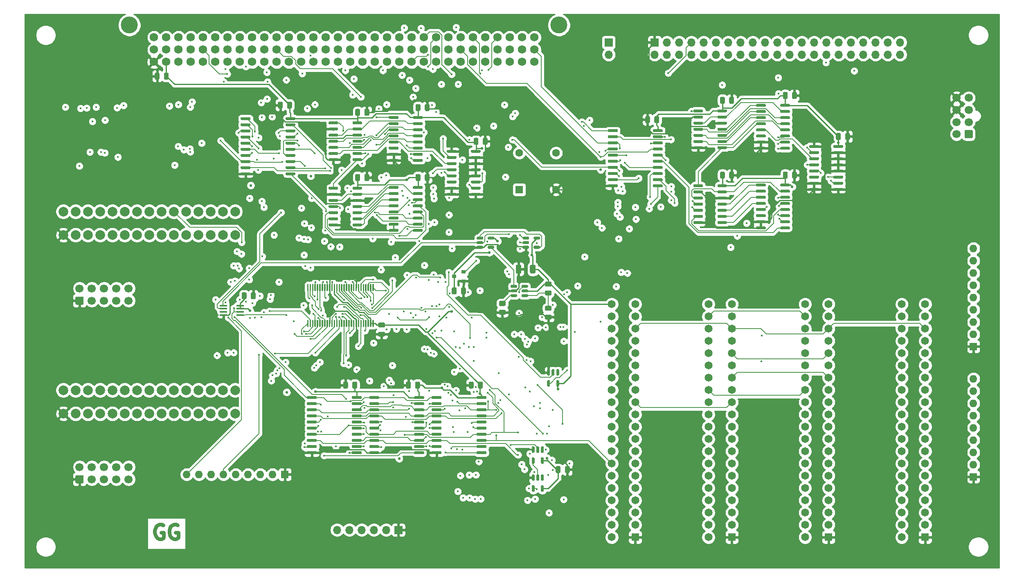
<source format=gbr>
G04 #@! TF.GenerationSoftware,KiCad,Pcbnew,(5.1.8)-1*
G04 #@! TF.CreationDate,2020-11-23T17:33:10+01:00*
G04 #@! TF.ProjectId,Project_GCM,50726f6a-6563-4745-9f47-434d2e6b6963,V5.0*
G04 #@! TF.SameCoordinates,PX40d9900PY1e84800*
G04 #@! TF.FileFunction,Copper,L1,Top*
G04 #@! TF.FilePolarity,Positive*
%FSLAX46Y46*%
G04 Gerber Fmt 4.6, Leading zero omitted, Abs format (unit mm)*
G04 Created by KiCad (PCBNEW (5.1.8)-1) date 2020-11-23 17:33:10*
%MOMM*%
%LPD*%
G01*
G04 APERTURE LIST*
G04 #@! TA.AperFunction,NonConductor*
%ADD10C,0.750000*%
G04 #@! TD*
G04 #@! TA.AperFunction,WasherPad*
%ADD11C,3.500000*%
G04 #@! TD*
G04 #@! TA.AperFunction,ComponentPad*
%ADD12C,1.750000*%
G04 #@! TD*
G04 #@! TA.AperFunction,ComponentPad*
%ADD13C,2.000000*%
G04 #@! TD*
G04 #@! TA.AperFunction,ComponentPad*
%ADD14C,1.700000*%
G04 #@! TD*
G04 #@! TA.AperFunction,ComponentPad*
%ADD15O,1.700000X1.700000*%
G04 #@! TD*
G04 #@! TA.AperFunction,ComponentPad*
%ADD16R,1.700000X1.700000*%
G04 #@! TD*
G04 #@! TA.AperFunction,ComponentPad*
%ADD17O,1.600000X1.600000*%
G04 #@! TD*
G04 #@! TA.AperFunction,ComponentPad*
%ADD18R,1.600000X1.600000*%
G04 #@! TD*
G04 #@! TA.AperFunction,ComponentPad*
%ADD19C,1.650000*%
G04 #@! TD*
G04 #@! TA.AperFunction,ComponentPad*
%ADD20R,1.650000X1.650000*%
G04 #@! TD*
G04 #@! TA.AperFunction,SMDPad,CuDef*
%ADD21R,0.900000X0.800000*%
G04 #@! TD*
G04 #@! TA.AperFunction,SMDPad,CuDef*
%ADD22R,1.600000X0.300000*%
G04 #@! TD*
G04 #@! TA.AperFunction,ComponentPad*
%ADD23C,1.600000*%
G04 #@! TD*
G04 #@! TA.AperFunction,ViaPad*
%ADD24C,0.550000*%
G04 #@! TD*
G04 #@! TA.AperFunction,ViaPad*
%ADD25C,0.450000*%
G04 #@! TD*
G04 #@! TA.AperFunction,Conductor*
%ADD26C,0.250000*%
G04 #@! TD*
G04 #@! TA.AperFunction,Conductor*
%ADD27C,0.180000*%
G04 #@! TD*
G04 #@! TA.AperFunction,Conductor*
%ADD28C,0.254000*%
G04 #@! TD*
G04 #@! TA.AperFunction,Conductor*
%ADD29C,0.100000*%
G04 #@! TD*
G04 APERTURE END LIST*
D10*
X29285714Y-106500000D02*
X29000000Y-106357142D01*
X28571428Y-106357142D01*
X28142857Y-106500000D01*
X27857142Y-106785714D01*
X27714285Y-107071428D01*
X27571428Y-107642857D01*
X27571428Y-108071428D01*
X27714285Y-108642857D01*
X27857142Y-108928571D01*
X28142857Y-109214285D01*
X28571428Y-109357142D01*
X28857142Y-109357142D01*
X29285714Y-109214285D01*
X29428571Y-109071428D01*
X29428571Y-108071428D01*
X28857142Y-108071428D01*
X32285714Y-106500000D02*
X32000000Y-106357142D01*
X31571428Y-106357142D01*
X31142857Y-106500000D01*
X30857142Y-106785714D01*
X30714285Y-107071428D01*
X30571428Y-107642857D01*
X30571428Y-108071428D01*
X30714285Y-108642857D01*
X30857142Y-108928571D01*
X31142857Y-109214285D01*
X31571428Y-109357142D01*
X31857142Y-109357142D01*
X32285714Y-109214285D01*
X32428571Y-109071428D01*
X32428571Y-108071428D01*
X31857142Y-108071428D01*
D11*
X22320000Y-2920000D03*
X111220000Y-2920000D03*
D12*
X27400000Y-10540000D03*
X29940000Y-10540000D03*
X32480000Y-10540000D03*
X35020000Y-10540000D03*
X37560000Y-10540000D03*
X40100000Y-10540000D03*
X42640000Y-10540000D03*
X45180000Y-10540000D03*
X47720000Y-10540000D03*
X50260000Y-10540000D03*
X52800000Y-10540000D03*
X55340000Y-10540000D03*
X57880000Y-10540000D03*
X60420000Y-10540000D03*
X62960000Y-10540000D03*
X65500000Y-10540000D03*
X68040000Y-10540000D03*
X70580000Y-10540000D03*
X73120000Y-10540000D03*
X75660000Y-10540000D03*
X78200000Y-10540000D03*
X80740000Y-10540000D03*
X83280000Y-10540000D03*
X85820000Y-10540000D03*
X88360000Y-10540000D03*
X90900000Y-10540000D03*
X93440000Y-10540000D03*
X95980000Y-10540000D03*
X98520000Y-10540000D03*
X101060000Y-10540000D03*
X103600000Y-10540000D03*
X106140000Y-10540000D03*
X27400000Y-8000000D03*
X29940000Y-8000000D03*
X32480000Y-8000000D03*
X35020000Y-8000000D03*
X37560000Y-8000000D03*
X40100000Y-8000000D03*
X42640000Y-8000000D03*
X45180000Y-8000000D03*
X47720000Y-8000000D03*
X50260000Y-8000000D03*
X52800000Y-8000000D03*
X55340000Y-8000000D03*
X57880000Y-8000000D03*
X60420000Y-8000000D03*
X62960000Y-8000000D03*
X65500000Y-8000000D03*
X68040000Y-8000000D03*
X70580000Y-8000000D03*
X73120000Y-8000000D03*
X75660000Y-8000000D03*
X78200000Y-8000000D03*
X80740000Y-8000000D03*
X83280000Y-8000000D03*
X85820000Y-8000000D03*
X88360000Y-8000000D03*
X90900000Y-8000000D03*
X93440000Y-8000000D03*
X95980000Y-8000000D03*
X98520000Y-8000000D03*
X101060000Y-8000000D03*
X103600000Y-8000000D03*
X106140000Y-8000000D03*
X27400000Y-5460000D03*
X29940000Y-5460000D03*
X32480000Y-5460000D03*
X35020000Y-5460000D03*
X37560000Y-5460000D03*
X40100000Y-5460000D03*
X42640000Y-5460000D03*
X45180000Y-5460000D03*
X47720000Y-5460000D03*
X50260000Y-5460000D03*
X52800000Y-5460000D03*
X55340000Y-5460000D03*
X57880000Y-5460000D03*
X60420000Y-5460000D03*
X62960000Y-5460000D03*
X65500000Y-5460000D03*
X68040000Y-5460000D03*
X70580000Y-5460000D03*
X73120000Y-5460000D03*
X75660000Y-5460000D03*
X78200000Y-5460000D03*
X80740000Y-5460000D03*
X83280000Y-5460000D03*
X85820000Y-5460000D03*
X88360000Y-5460000D03*
X90900000Y-5460000D03*
X93440000Y-5460000D03*
X95980000Y-5460000D03*
X98520000Y-5460000D03*
X101060000Y-5460000D03*
X103600000Y-5460000D03*
X106140000Y-5460000D03*
D13*
X44190000Y-83400000D03*
X44190000Y-78540000D03*
X41650000Y-83400000D03*
X41650000Y-78540000D03*
X39110000Y-83400000D03*
X39110000Y-78540000D03*
X36570000Y-83400000D03*
X36570000Y-78540000D03*
X34030000Y-83400000D03*
X34030000Y-78540000D03*
X31490000Y-83400000D03*
X31490000Y-78540000D03*
X28950000Y-83400000D03*
X28950000Y-78540000D03*
X26410000Y-83400000D03*
X26410000Y-78540000D03*
X23870000Y-83400000D03*
X23870000Y-78540000D03*
X21330000Y-83400000D03*
X21330000Y-78540000D03*
X18790000Y-83400000D03*
X18790000Y-78540000D03*
X16250000Y-83400000D03*
X16250000Y-78540000D03*
X13710000Y-83400000D03*
X13710000Y-78540000D03*
X11170000Y-83400000D03*
X11170000Y-78540000D03*
X8640000Y-83400000D03*
X8630000Y-78540000D03*
X44190000Y-46400000D03*
X44190000Y-41540000D03*
X41650000Y-46400000D03*
X41650000Y-41540000D03*
X39110000Y-46400000D03*
X39110000Y-41540000D03*
X36570000Y-46400000D03*
X36570000Y-41540000D03*
X34030000Y-46400000D03*
X34030000Y-41540000D03*
X31490000Y-46400000D03*
X31490000Y-41540000D03*
X28950000Y-46400000D03*
X28950000Y-41540000D03*
X26410000Y-46400000D03*
X26410000Y-41540000D03*
X23870000Y-46400000D03*
X23870000Y-41540000D03*
X21330000Y-46400000D03*
X21330000Y-41540000D03*
X18790000Y-46400000D03*
X18790000Y-41540000D03*
X16250000Y-46400000D03*
X16250000Y-41540000D03*
X13710000Y-46400000D03*
X13710000Y-41540000D03*
X11170000Y-46400000D03*
X11170000Y-41540000D03*
X8640000Y-46400000D03*
X8630000Y-41540000D03*
G04 #@! TA.AperFunction,SMDPad,CuDef*
G36*
G01*
X90950000Y-58475000D02*
X90950000Y-57525000D01*
G75*
G02*
X91200000Y-57275000I250000J0D01*
G01*
X91700000Y-57275000D01*
G75*
G02*
X91950000Y-57525000I0J-250000D01*
G01*
X91950000Y-58475000D01*
G75*
G02*
X91700000Y-58725000I-250000J0D01*
G01*
X91200000Y-58725000D01*
G75*
G02*
X90950000Y-58475000I0J250000D01*
G01*
G37*
G04 #@! TD.AperFunction*
G04 #@! TA.AperFunction,SMDPad,CuDef*
G36*
G01*
X89050000Y-58475000D02*
X89050000Y-57525000D01*
G75*
G02*
X89300000Y-57275000I250000J0D01*
G01*
X89800000Y-57275000D01*
G75*
G02*
X90050000Y-57525000I0J-250000D01*
G01*
X90050000Y-58475000D01*
G75*
G02*
X89800000Y-58725000I-250000J0D01*
G01*
X89300000Y-58725000D01*
G75*
G02*
X89050000Y-58475000I0J250000D01*
G01*
G37*
G04 #@! TD.AperFunction*
G04 #@! TA.AperFunction,SMDPad,CuDef*
G36*
G01*
X105220000Y-54120001D02*
X105220000Y-52819999D01*
G75*
G02*
X105469999Y-52570000I249999J0D01*
G01*
X106120001Y-52570000D01*
G75*
G02*
X106370000Y-52819999I0J-249999D01*
G01*
X106370000Y-54120001D01*
G75*
G02*
X106120001Y-54370000I-249999J0D01*
G01*
X105469999Y-54370000D01*
G75*
G02*
X105220000Y-54120001I0J249999D01*
G01*
G37*
G04 #@! TD.AperFunction*
G04 #@! TA.AperFunction,SMDPad,CuDef*
G36*
G01*
X102270000Y-54120001D02*
X102270000Y-52819999D01*
G75*
G02*
X102519999Y-52570000I249999J0D01*
G01*
X103170001Y-52570000D01*
G75*
G02*
X103420000Y-52819999I0J-249999D01*
G01*
X103420000Y-54120001D01*
G75*
G02*
X103170001Y-54370000I-249999J0D01*
G01*
X102519999Y-54370000D01*
G75*
G02*
X102270000Y-54120001I0J249999D01*
G01*
G37*
G04 #@! TD.AperFunction*
G04 #@! TA.AperFunction,SMDPad,CuDef*
G36*
G01*
X54950000Y-19975000D02*
X54950000Y-19025000D01*
G75*
G02*
X55200000Y-18775000I250000J0D01*
G01*
X55700000Y-18775000D01*
G75*
G02*
X55950000Y-19025000I0J-250000D01*
G01*
X55950000Y-19975000D01*
G75*
G02*
X55700000Y-20225000I-250000J0D01*
G01*
X55200000Y-20225000D01*
G75*
G02*
X54950000Y-19975000I0J250000D01*
G01*
G37*
G04 #@! TD.AperFunction*
G04 #@! TA.AperFunction,SMDPad,CuDef*
G36*
G01*
X53050000Y-19975000D02*
X53050000Y-19025000D01*
G75*
G02*
X53300000Y-18775000I250000J0D01*
G01*
X53800000Y-18775000D01*
G75*
G02*
X54050000Y-19025000I0J-250000D01*
G01*
X54050000Y-19975000D01*
G75*
G02*
X53800000Y-20225000I-250000J0D01*
G01*
X53300000Y-20225000D01*
G75*
G02*
X53050000Y-19975000I0J250000D01*
G01*
G37*
G04 #@! TD.AperFunction*
G04 #@! TA.AperFunction,SMDPad,CuDef*
G36*
G01*
X28550000Y-13025000D02*
X28550000Y-13975000D01*
G75*
G02*
X28300000Y-14225000I-250000J0D01*
G01*
X27800000Y-14225000D01*
G75*
G02*
X27550000Y-13975000I0J250000D01*
G01*
X27550000Y-13025000D01*
G75*
G02*
X27800000Y-12775000I250000J0D01*
G01*
X28300000Y-12775000D01*
G75*
G02*
X28550000Y-13025000I0J-250000D01*
G01*
G37*
G04 #@! TD.AperFunction*
G04 #@! TA.AperFunction,SMDPad,CuDef*
G36*
G01*
X30450000Y-13025000D02*
X30450000Y-13975000D01*
G75*
G02*
X30200000Y-14225000I-250000J0D01*
G01*
X29700000Y-14225000D01*
G75*
G02*
X29450000Y-13975000I0J250000D01*
G01*
X29450000Y-13025000D01*
G75*
G02*
X29700000Y-12775000I250000J0D01*
G01*
X30200000Y-12775000D01*
G75*
G02*
X30450000Y-13025000I0J-250000D01*
G01*
G37*
G04 #@! TD.AperFunction*
G04 #@! TA.AperFunction,SMDPad,CuDef*
G36*
G01*
X70050000Y-20525000D02*
X70050000Y-21475000D01*
G75*
G02*
X69800000Y-21725000I-250000J0D01*
G01*
X69300000Y-21725000D01*
G75*
G02*
X69050000Y-21475000I0J250000D01*
G01*
X69050000Y-20525000D01*
G75*
G02*
X69300000Y-20275000I250000J0D01*
G01*
X69800000Y-20275000D01*
G75*
G02*
X70050000Y-20525000I0J-250000D01*
G01*
G37*
G04 #@! TD.AperFunction*
G04 #@! TA.AperFunction,SMDPad,CuDef*
G36*
G01*
X71950000Y-20525000D02*
X71950000Y-21475000D01*
G75*
G02*
X71700000Y-21725000I-250000J0D01*
G01*
X71200000Y-21725000D01*
G75*
G02*
X70950000Y-21475000I0J250000D01*
G01*
X70950000Y-20525000D01*
G75*
G02*
X71200000Y-20275000I250000J0D01*
G01*
X71700000Y-20275000D01*
G75*
G02*
X71950000Y-20525000I0J-250000D01*
G01*
G37*
G04 #@! TD.AperFunction*
G04 #@! TA.AperFunction,SMDPad,CuDef*
G36*
G01*
X46550000Y-58525000D02*
X46550000Y-59475000D01*
G75*
G02*
X46300000Y-59725000I-250000J0D01*
G01*
X45800000Y-59725000D01*
G75*
G02*
X45550000Y-59475000I0J250000D01*
G01*
X45550000Y-58525000D01*
G75*
G02*
X45800000Y-58275000I250000J0D01*
G01*
X46300000Y-58275000D01*
G75*
G02*
X46550000Y-58525000I0J-250000D01*
G01*
G37*
G04 #@! TD.AperFunction*
G04 #@! TA.AperFunction,SMDPad,CuDef*
G36*
G01*
X48450000Y-58525000D02*
X48450000Y-59475000D01*
G75*
G02*
X48200000Y-59725000I-250000J0D01*
G01*
X47700000Y-59725000D01*
G75*
G02*
X47450000Y-59475000I0J250000D01*
G01*
X47450000Y-58525000D01*
G75*
G02*
X47700000Y-58275000I250000J0D01*
G01*
X48200000Y-58275000D01*
G75*
G02*
X48450000Y-58525000I0J-250000D01*
G01*
G37*
G04 #@! TD.AperFunction*
G04 #@! TA.AperFunction,SMDPad,CuDef*
G36*
G01*
X74025000Y-66450000D02*
X74975000Y-66450000D01*
G75*
G02*
X75225000Y-66700000I0J-250000D01*
G01*
X75225000Y-67200000D01*
G75*
G02*
X74975000Y-67450000I-250000J0D01*
G01*
X74025000Y-67450000D01*
G75*
G02*
X73775000Y-67200000I0J250000D01*
G01*
X73775000Y-66700000D01*
G75*
G02*
X74025000Y-66450000I250000J0D01*
G01*
G37*
G04 #@! TD.AperFunction*
G04 #@! TA.AperFunction,SMDPad,CuDef*
G36*
G01*
X74025000Y-64550000D02*
X74975000Y-64550000D01*
G75*
G02*
X75225000Y-64800000I0J-250000D01*
G01*
X75225000Y-65300000D01*
G75*
G02*
X74975000Y-65550000I-250000J0D01*
G01*
X74025000Y-65550000D01*
G75*
G02*
X73775000Y-65300000I0J250000D01*
G01*
X73775000Y-64800000D01*
G75*
G02*
X74025000Y-64550000I250000J0D01*
G01*
G37*
G04 #@! TD.AperFunction*
D14*
X193500000Y-18000000D03*
X193500000Y-20500000D03*
X193500000Y-23000000D03*
X193500000Y-25500000D03*
X196000000Y-18000000D03*
X196000000Y-20500000D03*
X196000000Y-23000000D03*
G04 #@! TA.AperFunction,ComponentPad*
G36*
G01*
X196850000Y-24900000D02*
X196850000Y-26100000D01*
G75*
G02*
X196600000Y-26350000I-250000J0D01*
G01*
X195400000Y-26350000D01*
G75*
G02*
X195150000Y-26100000I0J250000D01*
G01*
X195150000Y-24900000D01*
G75*
G02*
X195400000Y-24650000I250000J0D01*
G01*
X196600000Y-24650000D01*
G75*
G02*
X196850000Y-24900000I0J-250000D01*
G01*
G37*
G04 #@! TD.AperFunction*
D15*
X65300000Y-107500000D03*
X67840000Y-107500000D03*
X70380000Y-107500000D03*
X72920000Y-107500000D03*
X75460000Y-107500000D03*
D16*
X78000000Y-107500000D03*
D15*
X121500000Y-9040000D03*
D16*
X121500000Y-6500000D03*
D15*
X181800000Y-9040000D03*
X181800000Y-6500000D03*
X179260000Y-9040000D03*
X179260000Y-6500000D03*
X176720000Y-9040000D03*
X176720000Y-6500000D03*
X174180000Y-9040000D03*
X174180000Y-6500000D03*
X171640000Y-9040000D03*
X171640000Y-6500000D03*
X169100000Y-9040000D03*
X169100000Y-6500000D03*
X166560000Y-9040000D03*
X166560000Y-6500000D03*
X164020000Y-9040000D03*
X164020000Y-6500000D03*
X161480000Y-9040000D03*
X161480000Y-6500000D03*
X158940000Y-9040000D03*
X158940000Y-6500000D03*
X156400000Y-9040000D03*
X156400000Y-6500000D03*
X153860000Y-9040000D03*
X153860000Y-6500000D03*
X151320000Y-9040000D03*
X151320000Y-6500000D03*
X148780000Y-9040000D03*
X148780000Y-6500000D03*
X146240000Y-9040000D03*
X146240000Y-6500000D03*
X143700000Y-9040000D03*
X143700000Y-6500000D03*
X141160000Y-9040000D03*
X141160000Y-6500000D03*
X138620000Y-9040000D03*
X138620000Y-6500000D03*
X136080000Y-9040000D03*
X136080000Y-6500000D03*
X133540000Y-9040000D03*
X133540000Y-6500000D03*
X131000000Y-9040000D03*
D16*
X131000000Y-6500000D03*
G04 #@! TA.AperFunction,SMDPad,CuDef*
G36*
G01*
X108549999Y-57900000D02*
X109450001Y-57900000D01*
G75*
G02*
X109700000Y-58149999I0J-249999D01*
G01*
X109700000Y-58675001D01*
G75*
G02*
X109450001Y-58925000I-249999J0D01*
G01*
X108549999Y-58925000D01*
G75*
G02*
X108300000Y-58675001I0J249999D01*
G01*
X108300000Y-58149999D01*
G75*
G02*
X108549999Y-57900000I249999J0D01*
G01*
G37*
G04 #@! TD.AperFunction*
G04 #@! TA.AperFunction,SMDPad,CuDef*
G36*
G01*
X108549999Y-56075000D02*
X109450001Y-56075000D01*
G75*
G02*
X109700000Y-56324999I0J-249999D01*
G01*
X109700000Y-56850001D01*
G75*
G02*
X109450001Y-57100000I-249999J0D01*
G01*
X108549999Y-57100000D01*
G75*
G02*
X108300000Y-56850001I0J249999D01*
G01*
X108300000Y-56324999D01*
G75*
G02*
X108549999Y-56075000I249999J0D01*
G01*
G37*
G04 #@! TD.AperFunction*
G04 #@! TA.AperFunction,SMDPad,CuDef*
G36*
G01*
X108549999Y-62900000D02*
X109450001Y-62900000D01*
G75*
G02*
X109700000Y-63149999I0J-249999D01*
G01*
X109700000Y-63675001D01*
G75*
G02*
X109450001Y-63925000I-249999J0D01*
G01*
X108549999Y-63925000D01*
G75*
G02*
X108300000Y-63675001I0J249999D01*
G01*
X108300000Y-63149999D01*
G75*
G02*
X108549999Y-62900000I249999J0D01*
G01*
G37*
G04 #@! TD.AperFunction*
G04 #@! TA.AperFunction,SMDPad,CuDef*
G36*
G01*
X108549999Y-61075000D02*
X109450001Y-61075000D01*
G75*
G02*
X109700000Y-61324999I0J-249999D01*
G01*
X109700000Y-61850001D01*
G75*
G02*
X109450001Y-62100000I-249999J0D01*
G01*
X108549999Y-62100000D01*
G75*
G02*
X108300000Y-61850001I0J249999D01*
G01*
X108300000Y-61324999D01*
G75*
G02*
X108549999Y-61075000I249999J0D01*
G01*
G37*
G04 #@! TD.AperFunction*
G04 #@! TA.AperFunction,SMDPad,CuDef*
G36*
G01*
X99049999Y-61900000D02*
X99950001Y-61900000D01*
G75*
G02*
X100200000Y-62149999I0J-249999D01*
G01*
X100200000Y-62675001D01*
G75*
G02*
X99950001Y-62925000I-249999J0D01*
G01*
X99049999Y-62925000D01*
G75*
G02*
X98800000Y-62675001I0J249999D01*
G01*
X98800000Y-62149999D01*
G75*
G02*
X99049999Y-61900000I249999J0D01*
G01*
G37*
G04 #@! TD.AperFunction*
G04 #@! TA.AperFunction,SMDPad,CuDef*
G36*
G01*
X99049999Y-60075000D02*
X99950001Y-60075000D01*
G75*
G02*
X100200000Y-60324999I0J-249999D01*
G01*
X100200000Y-60850001D01*
G75*
G02*
X99950001Y-61100000I-249999J0D01*
G01*
X99049999Y-61100000D01*
G75*
G02*
X98800000Y-60850001I0J249999D01*
G01*
X98800000Y-60324999D01*
G75*
G02*
X99049999Y-60075000I249999J0D01*
G01*
G37*
G04 #@! TD.AperFunction*
D17*
X34180000Y-96000000D03*
X36720000Y-96000000D03*
X39260000Y-96000000D03*
X41800000Y-96000000D03*
X44340000Y-96000000D03*
X46880000Y-96000000D03*
X49420000Y-96000000D03*
X51960000Y-96000000D03*
D18*
X54500000Y-96000000D03*
D17*
X197000000Y-49180000D03*
X197000000Y-51720000D03*
X197000000Y-54260000D03*
X197000000Y-56800000D03*
X197000000Y-59340000D03*
X197000000Y-61880000D03*
X197000000Y-64420000D03*
X197000000Y-66960000D03*
D18*
X197000000Y-69500000D03*
D17*
X197000000Y-76180000D03*
X197000000Y-78720000D03*
X197000000Y-81260000D03*
X197000000Y-83800000D03*
X197000000Y-86340000D03*
X197000000Y-88880000D03*
X197000000Y-91420000D03*
X197000000Y-93960000D03*
D18*
X197000000Y-96500000D03*
G04 #@! TA.AperFunction,SMDPad,CuDef*
G36*
G01*
X54625000Y-22435000D02*
X54625000Y-22135000D01*
G75*
G02*
X54775000Y-21985000I150000J0D01*
G01*
X56525000Y-21985000D01*
G75*
G02*
X56675000Y-22135000I0J-150000D01*
G01*
X56675000Y-22435000D01*
G75*
G02*
X56525000Y-22585000I-150000J0D01*
G01*
X54775000Y-22585000D01*
G75*
G02*
X54625000Y-22435000I0J150000D01*
G01*
G37*
G04 #@! TD.AperFunction*
G04 #@! TA.AperFunction,SMDPad,CuDef*
G36*
G01*
X54625000Y-23705000D02*
X54625000Y-23405000D01*
G75*
G02*
X54775000Y-23255000I150000J0D01*
G01*
X56525000Y-23255000D01*
G75*
G02*
X56675000Y-23405000I0J-150000D01*
G01*
X56675000Y-23705000D01*
G75*
G02*
X56525000Y-23855000I-150000J0D01*
G01*
X54775000Y-23855000D01*
G75*
G02*
X54625000Y-23705000I0J150000D01*
G01*
G37*
G04 #@! TD.AperFunction*
G04 #@! TA.AperFunction,SMDPad,CuDef*
G36*
G01*
X54625000Y-24975000D02*
X54625000Y-24675000D01*
G75*
G02*
X54775000Y-24525000I150000J0D01*
G01*
X56525000Y-24525000D01*
G75*
G02*
X56675000Y-24675000I0J-150000D01*
G01*
X56675000Y-24975000D01*
G75*
G02*
X56525000Y-25125000I-150000J0D01*
G01*
X54775000Y-25125000D01*
G75*
G02*
X54625000Y-24975000I0J150000D01*
G01*
G37*
G04 #@! TD.AperFunction*
G04 #@! TA.AperFunction,SMDPad,CuDef*
G36*
G01*
X54625000Y-26245000D02*
X54625000Y-25945000D01*
G75*
G02*
X54775000Y-25795000I150000J0D01*
G01*
X56525000Y-25795000D01*
G75*
G02*
X56675000Y-25945000I0J-150000D01*
G01*
X56675000Y-26245000D01*
G75*
G02*
X56525000Y-26395000I-150000J0D01*
G01*
X54775000Y-26395000D01*
G75*
G02*
X54625000Y-26245000I0J150000D01*
G01*
G37*
G04 #@! TD.AperFunction*
G04 #@! TA.AperFunction,SMDPad,CuDef*
G36*
G01*
X54625000Y-27515000D02*
X54625000Y-27215000D01*
G75*
G02*
X54775000Y-27065000I150000J0D01*
G01*
X56525000Y-27065000D01*
G75*
G02*
X56675000Y-27215000I0J-150000D01*
G01*
X56675000Y-27515000D01*
G75*
G02*
X56525000Y-27665000I-150000J0D01*
G01*
X54775000Y-27665000D01*
G75*
G02*
X54625000Y-27515000I0J150000D01*
G01*
G37*
G04 #@! TD.AperFunction*
G04 #@! TA.AperFunction,SMDPad,CuDef*
G36*
G01*
X54625000Y-28785000D02*
X54625000Y-28485000D01*
G75*
G02*
X54775000Y-28335000I150000J0D01*
G01*
X56525000Y-28335000D01*
G75*
G02*
X56675000Y-28485000I0J-150000D01*
G01*
X56675000Y-28785000D01*
G75*
G02*
X56525000Y-28935000I-150000J0D01*
G01*
X54775000Y-28935000D01*
G75*
G02*
X54625000Y-28785000I0J150000D01*
G01*
G37*
G04 #@! TD.AperFunction*
G04 #@! TA.AperFunction,SMDPad,CuDef*
G36*
G01*
X54625000Y-30055000D02*
X54625000Y-29755000D01*
G75*
G02*
X54775000Y-29605000I150000J0D01*
G01*
X56525000Y-29605000D01*
G75*
G02*
X56675000Y-29755000I0J-150000D01*
G01*
X56675000Y-30055000D01*
G75*
G02*
X56525000Y-30205000I-150000J0D01*
G01*
X54775000Y-30205000D01*
G75*
G02*
X54625000Y-30055000I0J150000D01*
G01*
G37*
G04 #@! TD.AperFunction*
G04 #@! TA.AperFunction,SMDPad,CuDef*
G36*
G01*
X54625000Y-31325000D02*
X54625000Y-31025000D01*
G75*
G02*
X54775000Y-30875000I150000J0D01*
G01*
X56525000Y-30875000D01*
G75*
G02*
X56675000Y-31025000I0J-150000D01*
G01*
X56675000Y-31325000D01*
G75*
G02*
X56525000Y-31475000I-150000J0D01*
G01*
X54775000Y-31475000D01*
G75*
G02*
X54625000Y-31325000I0J150000D01*
G01*
G37*
G04 #@! TD.AperFunction*
G04 #@! TA.AperFunction,SMDPad,CuDef*
G36*
G01*
X54625000Y-32595000D02*
X54625000Y-32295000D01*
G75*
G02*
X54775000Y-32145000I150000J0D01*
G01*
X56525000Y-32145000D01*
G75*
G02*
X56675000Y-32295000I0J-150000D01*
G01*
X56675000Y-32595000D01*
G75*
G02*
X56525000Y-32745000I-150000J0D01*
G01*
X54775000Y-32745000D01*
G75*
G02*
X54625000Y-32595000I0J150000D01*
G01*
G37*
G04 #@! TD.AperFunction*
G04 #@! TA.AperFunction,SMDPad,CuDef*
G36*
G01*
X54625000Y-33865000D02*
X54625000Y-33565000D01*
G75*
G02*
X54775000Y-33415000I150000J0D01*
G01*
X56525000Y-33415000D01*
G75*
G02*
X56675000Y-33565000I0J-150000D01*
G01*
X56675000Y-33865000D01*
G75*
G02*
X56525000Y-34015000I-150000J0D01*
G01*
X54775000Y-34015000D01*
G75*
G02*
X54625000Y-33865000I0J150000D01*
G01*
G37*
G04 #@! TD.AperFunction*
G04 #@! TA.AperFunction,SMDPad,CuDef*
G36*
G01*
X45325000Y-33865000D02*
X45325000Y-33565000D01*
G75*
G02*
X45475000Y-33415000I150000J0D01*
G01*
X47225000Y-33415000D01*
G75*
G02*
X47375000Y-33565000I0J-150000D01*
G01*
X47375000Y-33865000D01*
G75*
G02*
X47225000Y-34015000I-150000J0D01*
G01*
X45475000Y-34015000D01*
G75*
G02*
X45325000Y-33865000I0J150000D01*
G01*
G37*
G04 #@! TD.AperFunction*
G04 #@! TA.AperFunction,SMDPad,CuDef*
G36*
G01*
X45325000Y-32595000D02*
X45325000Y-32295000D01*
G75*
G02*
X45475000Y-32145000I150000J0D01*
G01*
X47225000Y-32145000D01*
G75*
G02*
X47375000Y-32295000I0J-150000D01*
G01*
X47375000Y-32595000D01*
G75*
G02*
X47225000Y-32745000I-150000J0D01*
G01*
X45475000Y-32745000D01*
G75*
G02*
X45325000Y-32595000I0J150000D01*
G01*
G37*
G04 #@! TD.AperFunction*
G04 #@! TA.AperFunction,SMDPad,CuDef*
G36*
G01*
X45325000Y-31325000D02*
X45325000Y-31025000D01*
G75*
G02*
X45475000Y-30875000I150000J0D01*
G01*
X47225000Y-30875000D01*
G75*
G02*
X47375000Y-31025000I0J-150000D01*
G01*
X47375000Y-31325000D01*
G75*
G02*
X47225000Y-31475000I-150000J0D01*
G01*
X45475000Y-31475000D01*
G75*
G02*
X45325000Y-31325000I0J150000D01*
G01*
G37*
G04 #@! TD.AperFunction*
G04 #@! TA.AperFunction,SMDPad,CuDef*
G36*
G01*
X45325000Y-30055000D02*
X45325000Y-29755000D01*
G75*
G02*
X45475000Y-29605000I150000J0D01*
G01*
X47225000Y-29605000D01*
G75*
G02*
X47375000Y-29755000I0J-150000D01*
G01*
X47375000Y-30055000D01*
G75*
G02*
X47225000Y-30205000I-150000J0D01*
G01*
X45475000Y-30205000D01*
G75*
G02*
X45325000Y-30055000I0J150000D01*
G01*
G37*
G04 #@! TD.AperFunction*
G04 #@! TA.AperFunction,SMDPad,CuDef*
G36*
G01*
X45325000Y-28785000D02*
X45325000Y-28485000D01*
G75*
G02*
X45475000Y-28335000I150000J0D01*
G01*
X47225000Y-28335000D01*
G75*
G02*
X47375000Y-28485000I0J-150000D01*
G01*
X47375000Y-28785000D01*
G75*
G02*
X47225000Y-28935000I-150000J0D01*
G01*
X45475000Y-28935000D01*
G75*
G02*
X45325000Y-28785000I0J150000D01*
G01*
G37*
G04 #@! TD.AperFunction*
G04 #@! TA.AperFunction,SMDPad,CuDef*
G36*
G01*
X45325000Y-27515000D02*
X45325000Y-27215000D01*
G75*
G02*
X45475000Y-27065000I150000J0D01*
G01*
X47225000Y-27065000D01*
G75*
G02*
X47375000Y-27215000I0J-150000D01*
G01*
X47375000Y-27515000D01*
G75*
G02*
X47225000Y-27665000I-150000J0D01*
G01*
X45475000Y-27665000D01*
G75*
G02*
X45325000Y-27515000I0J150000D01*
G01*
G37*
G04 #@! TD.AperFunction*
G04 #@! TA.AperFunction,SMDPad,CuDef*
G36*
G01*
X45325000Y-26245000D02*
X45325000Y-25945000D01*
G75*
G02*
X45475000Y-25795000I150000J0D01*
G01*
X47225000Y-25795000D01*
G75*
G02*
X47375000Y-25945000I0J-150000D01*
G01*
X47375000Y-26245000D01*
G75*
G02*
X47225000Y-26395000I-150000J0D01*
G01*
X45475000Y-26395000D01*
G75*
G02*
X45325000Y-26245000I0J150000D01*
G01*
G37*
G04 #@! TD.AperFunction*
G04 #@! TA.AperFunction,SMDPad,CuDef*
G36*
G01*
X45325000Y-24975000D02*
X45325000Y-24675000D01*
G75*
G02*
X45475000Y-24525000I150000J0D01*
G01*
X47225000Y-24525000D01*
G75*
G02*
X47375000Y-24675000I0J-150000D01*
G01*
X47375000Y-24975000D01*
G75*
G02*
X47225000Y-25125000I-150000J0D01*
G01*
X45475000Y-25125000D01*
G75*
G02*
X45325000Y-24975000I0J150000D01*
G01*
G37*
G04 #@! TD.AperFunction*
G04 #@! TA.AperFunction,SMDPad,CuDef*
G36*
G01*
X45325000Y-23705000D02*
X45325000Y-23405000D01*
G75*
G02*
X45475000Y-23255000I150000J0D01*
G01*
X47225000Y-23255000D01*
G75*
G02*
X47375000Y-23405000I0J-150000D01*
G01*
X47375000Y-23705000D01*
G75*
G02*
X47225000Y-23855000I-150000J0D01*
G01*
X45475000Y-23855000D01*
G75*
G02*
X45325000Y-23705000I0J150000D01*
G01*
G37*
G04 #@! TD.AperFunction*
G04 #@! TA.AperFunction,SMDPad,CuDef*
G36*
G01*
X45325000Y-22435000D02*
X45325000Y-22135000D01*
G75*
G02*
X45475000Y-21985000I150000J0D01*
G01*
X47225000Y-21985000D01*
G75*
G02*
X47375000Y-22135000I0J-150000D01*
G01*
X47375000Y-22435000D01*
G75*
G02*
X47225000Y-22585000I-150000J0D01*
G01*
X45475000Y-22585000D01*
G75*
G02*
X45325000Y-22435000I0J150000D01*
G01*
G37*
G04 #@! TD.AperFunction*
G04 #@! TA.AperFunction,SMDPad,CuDef*
G36*
G01*
X110800000Y-76475000D02*
X111100000Y-76475000D01*
G75*
G02*
X111250000Y-76625000I0J-150000D01*
G01*
X111250000Y-77650000D01*
G75*
G02*
X111100000Y-77800000I-150000J0D01*
G01*
X110800000Y-77800000D01*
G75*
G02*
X110650000Y-77650000I0J150000D01*
G01*
X110650000Y-76625000D01*
G75*
G02*
X110800000Y-76475000I150000J0D01*
G01*
G37*
G04 #@! TD.AperFunction*
G04 #@! TA.AperFunction,SMDPad,CuDef*
G36*
G01*
X108900000Y-76475000D02*
X109200000Y-76475000D01*
G75*
G02*
X109350000Y-76625000I0J-150000D01*
G01*
X109350000Y-77650000D01*
G75*
G02*
X109200000Y-77800000I-150000J0D01*
G01*
X108900000Y-77800000D01*
G75*
G02*
X108750000Y-77650000I0J150000D01*
G01*
X108750000Y-76625000D01*
G75*
G02*
X108900000Y-76475000I150000J0D01*
G01*
G37*
G04 #@! TD.AperFunction*
G04 #@! TA.AperFunction,SMDPad,CuDef*
G36*
G01*
X108900000Y-74200000D02*
X109200000Y-74200000D01*
G75*
G02*
X109350000Y-74350000I0J-150000D01*
G01*
X109350000Y-75375000D01*
G75*
G02*
X109200000Y-75525000I-150000J0D01*
G01*
X108900000Y-75525000D01*
G75*
G02*
X108750000Y-75375000I0J150000D01*
G01*
X108750000Y-74350000D01*
G75*
G02*
X108900000Y-74200000I150000J0D01*
G01*
G37*
G04 #@! TD.AperFunction*
G04 #@! TA.AperFunction,SMDPad,CuDef*
G36*
G01*
X109850000Y-74200000D02*
X110150000Y-74200000D01*
G75*
G02*
X110300000Y-74350000I0J-150000D01*
G01*
X110300000Y-75375000D01*
G75*
G02*
X110150000Y-75525000I-150000J0D01*
G01*
X109850000Y-75525000D01*
G75*
G02*
X109700000Y-75375000I0J150000D01*
G01*
X109700000Y-74350000D01*
G75*
G02*
X109850000Y-74200000I150000J0D01*
G01*
G37*
G04 #@! TD.AperFunction*
G04 #@! TA.AperFunction,SMDPad,CuDef*
G36*
G01*
X110800000Y-74200000D02*
X111100000Y-74200000D01*
G75*
G02*
X111250000Y-74350000I0J-150000D01*
G01*
X111250000Y-75375000D01*
G75*
G02*
X111100000Y-75525000I-150000J0D01*
G01*
X110800000Y-75525000D01*
G75*
G02*
X110650000Y-75375000I0J150000D01*
G01*
X110650000Y-74350000D01*
G75*
G02*
X110800000Y-74200000I150000J0D01*
G01*
G37*
G04 #@! TD.AperFunction*
G04 #@! TA.AperFunction,SMDPad,CuDef*
G36*
G01*
X72675000Y-63975000D02*
X72825000Y-63975000D01*
G75*
G02*
X72900000Y-64050000I0J-75000D01*
G01*
X72900000Y-65375000D01*
G75*
G02*
X72825000Y-65450000I-75000J0D01*
G01*
X72675000Y-65450000D01*
G75*
G02*
X72600000Y-65375000I0J75000D01*
G01*
X72600000Y-64050000D01*
G75*
G02*
X72675000Y-63975000I75000J0D01*
G01*
G37*
G04 #@! TD.AperFunction*
G04 #@! TA.AperFunction,SMDPad,CuDef*
G36*
G01*
X72175000Y-63975000D02*
X72325000Y-63975000D01*
G75*
G02*
X72400000Y-64050000I0J-75000D01*
G01*
X72400000Y-65375000D01*
G75*
G02*
X72325000Y-65450000I-75000J0D01*
G01*
X72175000Y-65450000D01*
G75*
G02*
X72100000Y-65375000I0J75000D01*
G01*
X72100000Y-64050000D01*
G75*
G02*
X72175000Y-63975000I75000J0D01*
G01*
G37*
G04 #@! TD.AperFunction*
G04 #@! TA.AperFunction,SMDPad,CuDef*
G36*
G01*
X71675000Y-63975000D02*
X71825000Y-63975000D01*
G75*
G02*
X71900000Y-64050000I0J-75000D01*
G01*
X71900000Y-65375000D01*
G75*
G02*
X71825000Y-65450000I-75000J0D01*
G01*
X71675000Y-65450000D01*
G75*
G02*
X71600000Y-65375000I0J75000D01*
G01*
X71600000Y-64050000D01*
G75*
G02*
X71675000Y-63975000I75000J0D01*
G01*
G37*
G04 #@! TD.AperFunction*
G04 #@! TA.AperFunction,SMDPad,CuDef*
G36*
G01*
X71175000Y-63975000D02*
X71325000Y-63975000D01*
G75*
G02*
X71400000Y-64050000I0J-75000D01*
G01*
X71400000Y-65375000D01*
G75*
G02*
X71325000Y-65450000I-75000J0D01*
G01*
X71175000Y-65450000D01*
G75*
G02*
X71100000Y-65375000I0J75000D01*
G01*
X71100000Y-64050000D01*
G75*
G02*
X71175000Y-63975000I75000J0D01*
G01*
G37*
G04 #@! TD.AperFunction*
G04 #@! TA.AperFunction,SMDPad,CuDef*
G36*
G01*
X70675000Y-63975000D02*
X70825000Y-63975000D01*
G75*
G02*
X70900000Y-64050000I0J-75000D01*
G01*
X70900000Y-65375000D01*
G75*
G02*
X70825000Y-65450000I-75000J0D01*
G01*
X70675000Y-65450000D01*
G75*
G02*
X70600000Y-65375000I0J75000D01*
G01*
X70600000Y-64050000D01*
G75*
G02*
X70675000Y-63975000I75000J0D01*
G01*
G37*
G04 #@! TD.AperFunction*
G04 #@! TA.AperFunction,SMDPad,CuDef*
G36*
G01*
X70175000Y-63975000D02*
X70325000Y-63975000D01*
G75*
G02*
X70400000Y-64050000I0J-75000D01*
G01*
X70400000Y-65375000D01*
G75*
G02*
X70325000Y-65450000I-75000J0D01*
G01*
X70175000Y-65450000D01*
G75*
G02*
X70100000Y-65375000I0J75000D01*
G01*
X70100000Y-64050000D01*
G75*
G02*
X70175000Y-63975000I75000J0D01*
G01*
G37*
G04 #@! TD.AperFunction*
G04 #@! TA.AperFunction,SMDPad,CuDef*
G36*
G01*
X69675000Y-63975000D02*
X69825000Y-63975000D01*
G75*
G02*
X69900000Y-64050000I0J-75000D01*
G01*
X69900000Y-65375000D01*
G75*
G02*
X69825000Y-65450000I-75000J0D01*
G01*
X69675000Y-65450000D01*
G75*
G02*
X69600000Y-65375000I0J75000D01*
G01*
X69600000Y-64050000D01*
G75*
G02*
X69675000Y-63975000I75000J0D01*
G01*
G37*
G04 #@! TD.AperFunction*
G04 #@! TA.AperFunction,SMDPad,CuDef*
G36*
G01*
X69175000Y-63975000D02*
X69325000Y-63975000D01*
G75*
G02*
X69400000Y-64050000I0J-75000D01*
G01*
X69400000Y-65375000D01*
G75*
G02*
X69325000Y-65450000I-75000J0D01*
G01*
X69175000Y-65450000D01*
G75*
G02*
X69100000Y-65375000I0J75000D01*
G01*
X69100000Y-64050000D01*
G75*
G02*
X69175000Y-63975000I75000J0D01*
G01*
G37*
G04 #@! TD.AperFunction*
G04 #@! TA.AperFunction,SMDPad,CuDef*
G36*
G01*
X68675000Y-63975000D02*
X68825000Y-63975000D01*
G75*
G02*
X68900000Y-64050000I0J-75000D01*
G01*
X68900000Y-65375000D01*
G75*
G02*
X68825000Y-65450000I-75000J0D01*
G01*
X68675000Y-65450000D01*
G75*
G02*
X68600000Y-65375000I0J75000D01*
G01*
X68600000Y-64050000D01*
G75*
G02*
X68675000Y-63975000I75000J0D01*
G01*
G37*
G04 #@! TD.AperFunction*
G04 #@! TA.AperFunction,SMDPad,CuDef*
G36*
G01*
X68175000Y-63975000D02*
X68325000Y-63975000D01*
G75*
G02*
X68400000Y-64050000I0J-75000D01*
G01*
X68400000Y-65375000D01*
G75*
G02*
X68325000Y-65450000I-75000J0D01*
G01*
X68175000Y-65450000D01*
G75*
G02*
X68100000Y-65375000I0J75000D01*
G01*
X68100000Y-64050000D01*
G75*
G02*
X68175000Y-63975000I75000J0D01*
G01*
G37*
G04 #@! TD.AperFunction*
G04 #@! TA.AperFunction,SMDPad,CuDef*
G36*
G01*
X67675000Y-63975000D02*
X67825000Y-63975000D01*
G75*
G02*
X67900000Y-64050000I0J-75000D01*
G01*
X67900000Y-65375000D01*
G75*
G02*
X67825000Y-65450000I-75000J0D01*
G01*
X67675000Y-65450000D01*
G75*
G02*
X67600000Y-65375000I0J75000D01*
G01*
X67600000Y-64050000D01*
G75*
G02*
X67675000Y-63975000I75000J0D01*
G01*
G37*
G04 #@! TD.AperFunction*
G04 #@! TA.AperFunction,SMDPad,CuDef*
G36*
G01*
X67175000Y-63975000D02*
X67325000Y-63975000D01*
G75*
G02*
X67400000Y-64050000I0J-75000D01*
G01*
X67400000Y-65375000D01*
G75*
G02*
X67325000Y-65450000I-75000J0D01*
G01*
X67175000Y-65450000D01*
G75*
G02*
X67100000Y-65375000I0J75000D01*
G01*
X67100000Y-64050000D01*
G75*
G02*
X67175000Y-63975000I75000J0D01*
G01*
G37*
G04 #@! TD.AperFunction*
G04 #@! TA.AperFunction,SMDPad,CuDef*
G36*
G01*
X66675000Y-63975000D02*
X66825000Y-63975000D01*
G75*
G02*
X66900000Y-64050000I0J-75000D01*
G01*
X66900000Y-65375000D01*
G75*
G02*
X66825000Y-65450000I-75000J0D01*
G01*
X66675000Y-65450000D01*
G75*
G02*
X66600000Y-65375000I0J75000D01*
G01*
X66600000Y-64050000D01*
G75*
G02*
X66675000Y-63975000I75000J0D01*
G01*
G37*
G04 #@! TD.AperFunction*
G04 #@! TA.AperFunction,SMDPad,CuDef*
G36*
G01*
X66175000Y-63975000D02*
X66325000Y-63975000D01*
G75*
G02*
X66400000Y-64050000I0J-75000D01*
G01*
X66400000Y-65375000D01*
G75*
G02*
X66325000Y-65450000I-75000J0D01*
G01*
X66175000Y-65450000D01*
G75*
G02*
X66100000Y-65375000I0J75000D01*
G01*
X66100000Y-64050000D01*
G75*
G02*
X66175000Y-63975000I75000J0D01*
G01*
G37*
G04 #@! TD.AperFunction*
G04 #@! TA.AperFunction,SMDPad,CuDef*
G36*
G01*
X65675000Y-63975000D02*
X65825000Y-63975000D01*
G75*
G02*
X65900000Y-64050000I0J-75000D01*
G01*
X65900000Y-65375000D01*
G75*
G02*
X65825000Y-65450000I-75000J0D01*
G01*
X65675000Y-65450000D01*
G75*
G02*
X65600000Y-65375000I0J75000D01*
G01*
X65600000Y-64050000D01*
G75*
G02*
X65675000Y-63975000I75000J0D01*
G01*
G37*
G04 #@! TD.AperFunction*
G04 #@! TA.AperFunction,SMDPad,CuDef*
G36*
G01*
X65175000Y-63975000D02*
X65325000Y-63975000D01*
G75*
G02*
X65400000Y-64050000I0J-75000D01*
G01*
X65400000Y-65375000D01*
G75*
G02*
X65325000Y-65450000I-75000J0D01*
G01*
X65175000Y-65450000D01*
G75*
G02*
X65100000Y-65375000I0J75000D01*
G01*
X65100000Y-64050000D01*
G75*
G02*
X65175000Y-63975000I75000J0D01*
G01*
G37*
G04 #@! TD.AperFunction*
G04 #@! TA.AperFunction,SMDPad,CuDef*
G36*
G01*
X64675000Y-63975000D02*
X64825000Y-63975000D01*
G75*
G02*
X64900000Y-64050000I0J-75000D01*
G01*
X64900000Y-65375000D01*
G75*
G02*
X64825000Y-65450000I-75000J0D01*
G01*
X64675000Y-65450000D01*
G75*
G02*
X64600000Y-65375000I0J75000D01*
G01*
X64600000Y-64050000D01*
G75*
G02*
X64675000Y-63975000I75000J0D01*
G01*
G37*
G04 #@! TD.AperFunction*
G04 #@! TA.AperFunction,SMDPad,CuDef*
G36*
G01*
X64175000Y-63975000D02*
X64325000Y-63975000D01*
G75*
G02*
X64400000Y-64050000I0J-75000D01*
G01*
X64400000Y-65375000D01*
G75*
G02*
X64325000Y-65450000I-75000J0D01*
G01*
X64175000Y-65450000D01*
G75*
G02*
X64100000Y-65375000I0J75000D01*
G01*
X64100000Y-64050000D01*
G75*
G02*
X64175000Y-63975000I75000J0D01*
G01*
G37*
G04 #@! TD.AperFunction*
G04 #@! TA.AperFunction,SMDPad,CuDef*
G36*
G01*
X63675000Y-63975000D02*
X63825000Y-63975000D01*
G75*
G02*
X63900000Y-64050000I0J-75000D01*
G01*
X63900000Y-65375000D01*
G75*
G02*
X63825000Y-65450000I-75000J0D01*
G01*
X63675000Y-65450000D01*
G75*
G02*
X63600000Y-65375000I0J75000D01*
G01*
X63600000Y-64050000D01*
G75*
G02*
X63675000Y-63975000I75000J0D01*
G01*
G37*
G04 #@! TD.AperFunction*
G04 #@! TA.AperFunction,SMDPad,CuDef*
G36*
G01*
X63175000Y-63975000D02*
X63325000Y-63975000D01*
G75*
G02*
X63400000Y-64050000I0J-75000D01*
G01*
X63400000Y-65375000D01*
G75*
G02*
X63325000Y-65450000I-75000J0D01*
G01*
X63175000Y-65450000D01*
G75*
G02*
X63100000Y-65375000I0J75000D01*
G01*
X63100000Y-64050000D01*
G75*
G02*
X63175000Y-63975000I75000J0D01*
G01*
G37*
G04 #@! TD.AperFunction*
G04 #@! TA.AperFunction,SMDPad,CuDef*
G36*
G01*
X62675000Y-63975000D02*
X62825000Y-63975000D01*
G75*
G02*
X62900000Y-64050000I0J-75000D01*
G01*
X62900000Y-65375000D01*
G75*
G02*
X62825000Y-65450000I-75000J0D01*
G01*
X62675000Y-65450000D01*
G75*
G02*
X62600000Y-65375000I0J75000D01*
G01*
X62600000Y-64050000D01*
G75*
G02*
X62675000Y-63975000I75000J0D01*
G01*
G37*
G04 #@! TD.AperFunction*
G04 #@! TA.AperFunction,SMDPad,CuDef*
G36*
G01*
X62175000Y-63975000D02*
X62325000Y-63975000D01*
G75*
G02*
X62400000Y-64050000I0J-75000D01*
G01*
X62400000Y-65375000D01*
G75*
G02*
X62325000Y-65450000I-75000J0D01*
G01*
X62175000Y-65450000D01*
G75*
G02*
X62100000Y-65375000I0J75000D01*
G01*
X62100000Y-64050000D01*
G75*
G02*
X62175000Y-63975000I75000J0D01*
G01*
G37*
G04 #@! TD.AperFunction*
G04 #@! TA.AperFunction,SMDPad,CuDef*
G36*
G01*
X61675000Y-63975000D02*
X61825000Y-63975000D01*
G75*
G02*
X61900000Y-64050000I0J-75000D01*
G01*
X61900000Y-65375000D01*
G75*
G02*
X61825000Y-65450000I-75000J0D01*
G01*
X61675000Y-65450000D01*
G75*
G02*
X61600000Y-65375000I0J75000D01*
G01*
X61600000Y-64050000D01*
G75*
G02*
X61675000Y-63975000I75000J0D01*
G01*
G37*
G04 #@! TD.AperFunction*
G04 #@! TA.AperFunction,SMDPad,CuDef*
G36*
G01*
X61175000Y-63975000D02*
X61325000Y-63975000D01*
G75*
G02*
X61400000Y-64050000I0J-75000D01*
G01*
X61400000Y-65375000D01*
G75*
G02*
X61325000Y-65450000I-75000J0D01*
G01*
X61175000Y-65450000D01*
G75*
G02*
X61100000Y-65375000I0J75000D01*
G01*
X61100000Y-64050000D01*
G75*
G02*
X61175000Y-63975000I75000J0D01*
G01*
G37*
G04 #@! TD.AperFunction*
G04 #@! TA.AperFunction,SMDPad,CuDef*
G36*
G01*
X60675000Y-63975000D02*
X60825000Y-63975000D01*
G75*
G02*
X60900000Y-64050000I0J-75000D01*
G01*
X60900000Y-65375000D01*
G75*
G02*
X60825000Y-65450000I-75000J0D01*
G01*
X60675000Y-65450000D01*
G75*
G02*
X60600000Y-65375000I0J75000D01*
G01*
X60600000Y-64050000D01*
G75*
G02*
X60675000Y-63975000I75000J0D01*
G01*
G37*
G04 #@! TD.AperFunction*
G04 #@! TA.AperFunction,SMDPad,CuDef*
G36*
G01*
X60175000Y-63975000D02*
X60325000Y-63975000D01*
G75*
G02*
X60400000Y-64050000I0J-75000D01*
G01*
X60400000Y-65375000D01*
G75*
G02*
X60325000Y-65450000I-75000J0D01*
G01*
X60175000Y-65450000D01*
G75*
G02*
X60100000Y-65375000I0J75000D01*
G01*
X60100000Y-64050000D01*
G75*
G02*
X60175000Y-63975000I75000J0D01*
G01*
G37*
G04 #@! TD.AperFunction*
G04 #@! TA.AperFunction,SMDPad,CuDef*
G36*
G01*
X59675000Y-63975000D02*
X59825000Y-63975000D01*
G75*
G02*
X59900000Y-64050000I0J-75000D01*
G01*
X59900000Y-65375000D01*
G75*
G02*
X59825000Y-65450000I-75000J0D01*
G01*
X59675000Y-65450000D01*
G75*
G02*
X59600000Y-65375000I0J75000D01*
G01*
X59600000Y-64050000D01*
G75*
G02*
X59675000Y-63975000I75000J0D01*
G01*
G37*
G04 #@! TD.AperFunction*
G04 #@! TA.AperFunction,SMDPad,CuDef*
G36*
G01*
X59175000Y-63975000D02*
X59325000Y-63975000D01*
G75*
G02*
X59400000Y-64050000I0J-75000D01*
G01*
X59400000Y-65375000D01*
G75*
G02*
X59325000Y-65450000I-75000J0D01*
G01*
X59175000Y-65450000D01*
G75*
G02*
X59100000Y-65375000I0J75000D01*
G01*
X59100000Y-64050000D01*
G75*
G02*
X59175000Y-63975000I75000J0D01*
G01*
G37*
G04 #@! TD.AperFunction*
G04 #@! TA.AperFunction,SMDPad,CuDef*
G36*
G01*
X59175000Y-56550000D02*
X59325000Y-56550000D01*
G75*
G02*
X59400000Y-56625000I0J-75000D01*
G01*
X59400000Y-57950000D01*
G75*
G02*
X59325000Y-58025000I-75000J0D01*
G01*
X59175000Y-58025000D01*
G75*
G02*
X59100000Y-57950000I0J75000D01*
G01*
X59100000Y-56625000D01*
G75*
G02*
X59175000Y-56550000I75000J0D01*
G01*
G37*
G04 #@! TD.AperFunction*
G04 #@! TA.AperFunction,SMDPad,CuDef*
G36*
G01*
X59675000Y-56550000D02*
X59825000Y-56550000D01*
G75*
G02*
X59900000Y-56625000I0J-75000D01*
G01*
X59900000Y-57950000D01*
G75*
G02*
X59825000Y-58025000I-75000J0D01*
G01*
X59675000Y-58025000D01*
G75*
G02*
X59600000Y-57950000I0J75000D01*
G01*
X59600000Y-56625000D01*
G75*
G02*
X59675000Y-56550000I75000J0D01*
G01*
G37*
G04 #@! TD.AperFunction*
G04 #@! TA.AperFunction,SMDPad,CuDef*
G36*
G01*
X60175000Y-56550000D02*
X60325000Y-56550000D01*
G75*
G02*
X60400000Y-56625000I0J-75000D01*
G01*
X60400000Y-57950000D01*
G75*
G02*
X60325000Y-58025000I-75000J0D01*
G01*
X60175000Y-58025000D01*
G75*
G02*
X60100000Y-57950000I0J75000D01*
G01*
X60100000Y-56625000D01*
G75*
G02*
X60175000Y-56550000I75000J0D01*
G01*
G37*
G04 #@! TD.AperFunction*
G04 #@! TA.AperFunction,SMDPad,CuDef*
G36*
G01*
X60675000Y-56550000D02*
X60825000Y-56550000D01*
G75*
G02*
X60900000Y-56625000I0J-75000D01*
G01*
X60900000Y-57950000D01*
G75*
G02*
X60825000Y-58025000I-75000J0D01*
G01*
X60675000Y-58025000D01*
G75*
G02*
X60600000Y-57950000I0J75000D01*
G01*
X60600000Y-56625000D01*
G75*
G02*
X60675000Y-56550000I75000J0D01*
G01*
G37*
G04 #@! TD.AperFunction*
G04 #@! TA.AperFunction,SMDPad,CuDef*
G36*
G01*
X61175000Y-56550000D02*
X61325000Y-56550000D01*
G75*
G02*
X61400000Y-56625000I0J-75000D01*
G01*
X61400000Y-57950000D01*
G75*
G02*
X61325000Y-58025000I-75000J0D01*
G01*
X61175000Y-58025000D01*
G75*
G02*
X61100000Y-57950000I0J75000D01*
G01*
X61100000Y-56625000D01*
G75*
G02*
X61175000Y-56550000I75000J0D01*
G01*
G37*
G04 #@! TD.AperFunction*
G04 #@! TA.AperFunction,SMDPad,CuDef*
G36*
G01*
X61675000Y-56550000D02*
X61825000Y-56550000D01*
G75*
G02*
X61900000Y-56625000I0J-75000D01*
G01*
X61900000Y-57950000D01*
G75*
G02*
X61825000Y-58025000I-75000J0D01*
G01*
X61675000Y-58025000D01*
G75*
G02*
X61600000Y-57950000I0J75000D01*
G01*
X61600000Y-56625000D01*
G75*
G02*
X61675000Y-56550000I75000J0D01*
G01*
G37*
G04 #@! TD.AperFunction*
G04 #@! TA.AperFunction,SMDPad,CuDef*
G36*
G01*
X62175000Y-56550000D02*
X62325000Y-56550000D01*
G75*
G02*
X62400000Y-56625000I0J-75000D01*
G01*
X62400000Y-57950000D01*
G75*
G02*
X62325000Y-58025000I-75000J0D01*
G01*
X62175000Y-58025000D01*
G75*
G02*
X62100000Y-57950000I0J75000D01*
G01*
X62100000Y-56625000D01*
G75*
G02*
X62175000Y-56550000I75000J0D01*
G01*
G37*
G04 #@! TD.AperFunction*
G04 #@! TA.AperFunction,SMDPad,CuDef*
G36*
G01*
X62675000Y-56550000D02*
X62825000Y-56550000D01*
G75*
G02*
X62900000Y-56625000I0J-75000D01*
G01*
X62900000Y-57950000D01*
G75*
G02*
X62825000Y-58025000I-75000J0D01*
G01*
X62675000Y-58025000D01*
G75*
G02*
X62600000Y-57950000I0J75000D01*
G01*
X62600000Y-56625000D01*
G75*
G02*
X62675000Y-56550000I75000J0D01*
G01*
G37*
G04 #@! TD.AperFunction*
G04 #@! TA.AperFunction,SMDPad,CuDef*
G36*
G01*
X63175000Y-56550000D02*
X63325000Y-56550000D01*
G75*
G02*
X63400000Y-56625000I0J-75000D01*
G01*
X63400000Y-57950000D01*
G75*
G02*
X63325000Y-58025000I-75000J0D01*
G01*
X63175000Y-58025000D01*
G75*
G02*
X63100000Y-57950000I0J75000D01*
G01*
X63100000Y-56625000D01*
G75*
G02*
X63175000Y-56550000I75000J0D01*
G01*
G37*
G04 #@! TD.AperFunction*
G04 #@! TA.AperFunction,SMDPad,CuDef*
G36*
G01*
X63675000Y-56550000D02*
X63825000Y-56550000D01*
G75*
G02*
X63900000Y-56625000I0J-75000D01*
G01*
X63900000Y-57950000D01*
G75*
G02*
X63825000Y-58025000I-75000J0D01*
G01*
X63675000Y-58025000D01*
G75*
G02*
X63600000Y-57950000I0J75000D01*
G01*
X63600000Y-56625000D01*
G75*
G02*
X63675000Y-56550000I75000J0D01*
G01*
G37*
G04 #@! TD.AperFunction*
G04 #@! TA.AperFunction,SMDPad,CuDef*
G36*
G01*
X64175000Y-56550000D02*
X64325000Y-56550000D01*
G75*
G02*
X64400000Y-56625000I0J-75000D01*
G01*
X64400000Y-57950000D01*
G75*
G02*
X64325000Y-58025000I-75000J0D01*
G01*
X64175000Y-58025000D01*
G75*
G02*
X64100000Y-57950000I0J75000D01*
G01*
X64100000Y-56625000D01*
G75*
G02*
X64175000Y-56550000I75000J0D01*
G01*
G37*
G04 #@! TD.AperFunction*
G04 #@! TA.AperFunction,SMDPad,CuDef*
G36*
G01*
X64675000Y-56550000D02*
X64825000Y-56550000D01*
G75*
G02*
X64900000Y-56625000I0J-75000D01*
G01*
X64900000Y-57950000D01*
G75*
G02*
X64825000Y-58025000I-75000J0D01*
G01*
X64675000Y-58025000D01*
G75*
G02*
X64600000Y-57950000I0J75000D01*
G01*
X64600000Y-56625000D01*
G75*
G02*
X64675000Y-56550000I75000J0D01*
G01*
G37*
G04 #@! TD.AperFunction*
G04 #@! TA.AperFunction,SMDPad,CuDef*
G36*
G01*
X65175000Y-56550000D02*
X65325000Y-56550000D01*
G75*
G02*
X65400000Y-56625000I0J-75000D01*
G01*
X65400000Y-57950000D01*
G75*
G02*
X65325000Y-58025000I-75000J0D01*
G01*
X65175000Y-58025000D01*
G75*
G02*
X65100000Y-57950000I0J75000D01*
G01*
X65100000Y-56625000D01*
G75*
G02*
X65175000Y-56550000I75000J0D01*
G01*
G37*
G04 #@! TD.AperFunction*
G04 #@! TA.AperFunction,SMDPad,CuDef*
G36*
G01*
X65675000Y-56550000D02*
X65825000Y-56550000D01*
G75*
G02*
X65900000Y-56625000I0J-75000D01*
G01*
X65900000Y-57950000D01*
G75*
G02*
X65825000Y-58025000I-75000J0D01*
G01*
X65675000Y-58025000D01*
G75*
G02*
X65600000Y-57950000I0J75000D01*
G01*
X65600000Y-56625000D01*
G75*
G02*
X65675000Y-56550000I75000J0D01*
G01*
G37*
G04 #@! TD.AperFunction*
G04 #@! TA.AperFunction,SMDPad,CuDef*
G36*
G01*
X66175000Y-56550000D02*
X66325000Y-56550000D01*
G75*
G02*
X66400000Y-56625000I0J-75000D01*
G01*
X66400000Y-57950000D01*
G75*
G02*
X66325000Y-58025000I-75000J0D01*
G01*
X66175000Y-58025000D01*
G75*
G02*
X66100000Y-57950000I0J75000D01*
G01*
X66100000Y-56625000D01*
G75*
G02*
X66175000Y-56550000I75000J0D01*
G01*
G37*
G04 #@! TD.AperFunction*
G04 #@! TA.AperFunction,SMDPad,CuDef*
G36*
G01*
X66675000Y-56550000D02*
X66825000Y-56550000D01*
G75*
G02*
X66900000Y-56625000I0J-75000D01*
G01*
X66900000Y-57950000D01*
G75*
G02*
X66825000Y-58025000I-75000J0D01*
G01*
X66675000Y-58025000D01*
G75*
G02*
X66600000Y-57950000I0J75000D01*
G01*
X66600000Y-56625000D01*
G75*
G02*
X66675000Y-56550000I75000J0D01*
G01*
G37*
G04 #@! TD.AperFunction*
G04 #@! TA.AperFunction,SMDPad,CuDef*
G36*
G01*
X67175000Y-56550000D02*
X67325000Y-56550000D01*
G75*
G02*
X67400000Y-56625000I0J-75000D01*
G01*
X67400000Y-57950000D01*
G75*
G02*
X67325000Y-58025000I-75000J0D01*
G01*
X67175000Y-58025000D01*
G75*
G02*
X67100000Y-57950000I0J75000D01*
G01*
X67100000Y-56625000D01*
G75*
G02*
X67175000Y-56550000I75000J0D01*
G01*
G37*
G04 #@! TD.AperFunction*
G04 #@! TA.AperFunction,SMDPad,CuDef*
G36*
G01*
X67675000Y-56550000D02*
X67825000Y-56550000D01*
G75*
G02*
X67900000Y-56625000I0J-75000D01*
G01*
X67900000Y-57950000D01*
G75*
G02*
X67825000Y-58025000I-75000J0D01*
G01*
X67675000Y-58025000D01*
G75*
G02*
X67600000Y-57950000I0J75000D01*
G01*
X67600000Y-56625000D01*
G75*
G02*
X67675000Y-56550000I75000J0D01*
G01*
G37*
G04 #@! TD.AperFunction*
G04 #@! TA.AperFunction,SMDPad,CuDef*
G36*
G01*
X68175000Y-56550000D02*
X68325000Y-56550000D01*
G75*
G02*
X68400000Y-56625000I0J-75000D01*
G01*
X68400000Y-57950000D01*
G75*
G02*
X68325000Y-58025000I-75000J0D01*
G01*
X68175000Y-58025000D01*
G75*
G02*
X68100000Y-57950000I0J75000D01*
G01*
X68100000Y-56625000D01*
G75*
G02*
X68175000Y-56550000I75000J0D01*
G01*
G37*
G04 #@! TD.AperFunction*
G04 #@! TA.AperFunction,SMDPad,CuDef*
G36*
G01*
X68675000Y-56550000D02*
X68825000Y-56550000D01*
G75*
G02*
X68900000Y-56625000I0J-75000D01*
G01*
X68900000Y-57950000D01*
G75*
G02*
X68825000Y-58025000I-75000J0D01*
G01*
X68675000Y-58025000D01*
G75*
G02*
X68600000Y-57950000I0J75000D01*
G01*
X68600000Y-56625000D01*
G75*
G02*
X68675000Y-56550000I75000J0D01*
G01*
G37*
G04 #@! TD.AperFunction*
G04 #@! TA.AperFunction,SMDPad,CuDef*
G36*
G01*
X69175000Y-56550000D02*
X69325000Y-56550000D01*
G75*
G02*
X69400000Y-56625000I0J-75000D01*
G01*
X69400000Y-57950000D01*
G75*
G02*
X69325000Y-58025000I-75000J0D01*
G01*
X69175000Y-58025000D01*
G75*
G02*
X69100000Y-57950000I0J75000D01*
G01*
X69100000Y-56625000D01*
G75*
G02*
X69175000Y-56550000I75000J0D01*
G01*
G37*
G04 #@! TD.AperFunction*
G04 #@! TA.AperFunction,SMDPad,CuDef*
G36*
G01*
X69675000Y-56550000D02*
X69825000Y-56550000D01*
G75*
G02*
X69900000Y-56625000I0J-75000D01*
G01*
X69900000Y-57950000D01*
G75*
G02*
X69825000Y-58025000I-75000J0D01*
G01*
X69675000Y-58025000D01*
G75*
G02*
X69600000Y-57950000I0J75000D01*
G01*
X69600000Y-56625000D01*
G75*
G02*
X69675000Y-56550000I75000J0D01*
G01*
G37*
G04 #@! TD.AperFunction*
G04 #@! TA.AperFunction,SMDPad,CuDef*
G36*
G01*
X70175000Y-56550000D02*
X70325000Y-56550000D01*
G75*
G02*
X70400000Y-56625000I0J-75000D01*
G01*
X70400000Y-57950000D01*
G75*
G02*
X70325000Y-58025000I-75000J0D01*
G01*
X70175000Y-58025000D01*
G75*
G02*
X70100000Y-57950000I0J75000D01*
G01*
X70100000Y-56625000D01*
G75*
G02*
X70175000Y-56550000I75000J0D01*
G01*
G37*
G04 #@! TD.AperFunction*
G04 #@! TA.AperFunction,SMDPad,CuDef*
G36*
G01*
X70675000Y-56550000D02*
X70825000Y-56550000D01*
G75*
G02*
X70900000Y-56625000I0J-75000D01*
G01*
X70900000Y-57950000D01*
G75*
G02*
X70825000Y-58025000I-75000J0D01*
G01*
X70675000Y-58025000D01*
G75*
G02*
X70600000Y-57950000I0J75000D01*
G01*
X70600000Y-56625000D01*
G75*
G02*
X70675000Y-56550000I75000J0D01*
G01*
G37*
G04 #@! TD.AperFunction*
G04 #@! TA.AperFunction,SMDPad,CuDef*
G36*
G01*
X71175000Y-56550000D02*
X71325000Y-56550000D01*
G75*
G02*
X71400000Y-56625000I0J-75000D01*
G01*
X71400000Y-57950000D01*
G75*
G02*
X71325000Y-58025000I-75000J0D01*
G01*
X71175000Y-58025000D01*
G75*
G02*
X71100000Y-57950000I0J75000D01*
G01*
X71100000Y-56625000D01*
G75*
G02*
X71175000Y-56550000I75000J0D01*
G01*
G37*
G04 #@! TD.AperFunction*
G04 #@! TA.AperFunction,SMDPad,CuDef*
G36*
G01*
X71675000Y-56550000D02*
X71825000Y-56550000D01*
G75*
G02*
X71900000Y-56625000I0J-75000D01*
G01*
X71900000Y-57950000D01*
G75*
G02*
X71825000Y-58025000I-75000J0D01*
G01*
X71675000Y-58025000D01*
G75*
G02*
X71600000Y-57950000I0J75000D01*
G01*
X71600000Y-56625000D01*
G75*
G02*
X71675000Y-56550000I75000J0D01*
G01*
G37*
G04 #@! TD.AperFunction*
G04 #@! TA.AperFunction,SMDPad,CuDef*
G36*
G01*
X72175000Y-56550000D02*
X72325000Y-56550000D01*
G75*
G02*
X72400000Y-56625000I0J-75000D01*
G01*
X72400000Y-57950000D01*
G75*
G02*
X72325000Y-58025000I-75000J0D01*
G01*
X72175000Y-58025000D01*
G75*
G02*
X72100000Y-57950000I0J75000D01*
G01*
X72100000Y-56625000D01*
G75*
G02*
X72175000Y-56550000I75000J0D01*
G01*
G37*
G04 #@! TD.AperFunction*
G04 #@! TA.AperFunction,SMDPad,CuDef*
G36*
G01*
X72675000Y-56550000D02*
X72825000Y-56550000D01*
G75*
G02*
X72900000Y-56625000I0J-75000D01*
G01*
X72900000Y-57950000D01*
G75*
G02*
X72825000Y-58025000I-75000J0D01*
G01*
X72675000Y-58025000D01*
G75*
G02*
X72600000Y-57950000I0J75000D01*
G01*
X72600000Y-56625000D01*
G75*
G02*
X72675000Y-56550000I75000J0D01*
G01*
G37*
G04 #@! TD.AperFunction*
G04 #@! TA.AperFunction,SMDPad,CuDef*
G36*
G01*
X70050000Y-34025000D02*
X70050000Y-34975000D01*
G75*
G02*
X69800000Y-35225000I-250000J0D01*
G01*
X69300000Y-35225000D01*
G75*
G02*
X69050000Y-34975000I0J250000D01*
G01*
X69050000Y-34025000D01*
G75*
G02*
X69300000Y-33775000I250000J0D01*
G01*
X69800000Y-33775000D01*
G75*
G02*
X70050000Y-34025000I0J-250000D01*
G01*
G37*
G04 #@! TD.AperFunction*
G04 #@! TA.AperFunction,SMDPad,CuDef*
G36*
G01*
X71950000Y-34025000D02*
X71950000Y-34975000D01*
G75*
G02*
X71700000Y-35225000I-250000J0D01*
G01*
X71200000Y-35225000D01*
G75*
G02*
X70950000Y-34975000I0J250000D01*
G01*
X70950000Y-34025000D01*
G75*
G02*
X71200000Y-33775000I250000J0D01*
G01*
X71700000Y-33775000D01*
G75*
G02*
X71950000Y-34025000I0J-250000D01*
G01*
G37*
G04 #@! TD.AperFunction*
G04 #@! TA.AperFunction,SMDPad,CuDef*
G36*
G01*
X82550000Y-19525000D02*
X82550000Y-20475000D01*
G75*
G02*
X82300000Y-20725000I-250000J0D01*
G01*
X81800000Y-20725000D01*
G75*
G02*
X81550000Y-20475000I0J250000D01*
G01*
X81550000Y-19525000D01*
G75*
G02*
X81800000Y-19275000I250000J0D01*
G01*
X82300000Y-19275000D01*
G75*
G02*
X82550000Y-19525000I0J-250000D01*
G01*
G37*
G04 #@! TD.AperFunction*
G04 #@! TA.AperFunction,SMDPad,CuDef*
G36*
G01*
X84450000Y-19525000D02*
X84450000Y-20475000D01*
G75*
G02*
X84200000Y-20725000I-250000J0D01*
G01*
X83700000Y-20725000D01*
G75*
G02*
X83450000Y-20475000I0J250000D01*
G01*
X83450000Y-19525000D01*
G75*
G02*
X83700000Y-19275000I250000J0D01*
G01*
X84200000Y-19275000D01*
G75*
G02*
X84450000Y-19525000I0J-250000D01*
G01*
G37*
G04 #@! TD.AperFunction*
G04 #@! TA.AperFunction,SMDPad,CuDef*
G36*
G01*
X82550000Y-34025000D02*
X82550000Y-34975000D01*
G75*
G02*
X82300000Y-35225000I-250000J0D01*
G01*
X81800000Y-35225000D01*
G75*
G02*
X81550000Y-34975000I0J250000D01*
G01*
X81550000Y-34025000D01*
G75*
G02*
X81800000Y-33775000I250000J0D01*
G01*
X82300000Y-33775000D01*
G75*
G02*
X82550000Y-34025000I0J-250000D01*
G01*
G37*
G04 #@! TD.AperFunction*
G04 #@! TA.AperFunction,SMDPad,CuDef*
G36*
G01*
X84450000Y-34025000D02*
X84450000Y-34975000D01*
G75*
G02*
X84200000Y-35225000I-250000J0D01*
G01*
X83700000Y-35225000D01*
G75*
G02*
X83450000Y-34975000I0J250000D01*
G01*
X83450000Y-34025000D01*
G75*
G02*
X83700000Y-33775000I250000J0D01*
G01*
X84200000Y-33775000D01*
G75*
G02*
X84450000Y-34025000I0J-250000D01*
G01*
G37*
G04 #@! TD.AperFunction*
G04 #@! TA.AperFunction,SMDPad,CuDef*
G36*
G01*
X94550000Y-26525000D02*
X94550000Y-27475000D01*
G75*
G02*
X94300000Y-27725000I-250000J0D01*
G01*
X93800000Y-27725000D01*
G75*
G02*
X93550000Y-27475000I0J250000D01*
G01*
X93550000Y-26525000D01*
G75*
G02*
X93800000Y-26275000I250000J0D01*
G01*
X94300000Y-26275000D01*
G75*
G02*
X94550000Y-26525000I0J-250000D01*
G01*
G37*
G04 #@! TD.AperFunction*
G04 #@! TA.AperFunction,SMDPad,CuDef*
G36*
G01*
X96450000Y-26525000D02*
X96450000Y-27475000D01*
G75*
G02*
X96200000Y-27725000I-250000J0D01*
G01*
X95700000Y-27725000D01*
G75*
G02*
X95450000Y-27475000I0J250000D01*
G01*
X95450000Y-26525000D01*
G75*
G02*
X95700000Y-26275000I250000J0D01*
G01*
X96200000Y-26275000D01*
G75*
G02*
X96450000Y-26525000I0J-250000D01*
G01*
G37*
G04 #@! TD.AperFunction*
G04 #@! TA.AperFunction,SMDPad,CuDef*
G36*
G01*
X130950000Y-22975000D02*
X130950000Y-22025000D01*
G75*
G02*
X131200000Y-21775000I250000J0D01*
G01*
X131700000Y-21775000D01*
G75*
G02*
X131950000Y-22025000I0J-250000D01*
G01*
X131950000Y-22975000D01*
G75*
G02*
X131700000Y-23225000I-250000J0D01*
G01*
X131200000Y-23225000D01*
G75*
G02*
X130950000Y-22975000I0J250000D01*
G01*
G37*
G04 #@! TD.AperFunction*
G04 #@! TA.AperFunction,SMDPad,CuDef*
G36*
G01*
X129050000Y-22975000D02*
X129050000Y-22025000D01*
G75*
G02*
X129300000Y-21775000I250000J0D01*
G01*
X129800000Y-21775000D01*
G75*
G02*
X130050000Y-22025000I0J-250000D01*
G01*
X130050000Y-22975000D01*
G75*
G02*
X129800000Y-23225000I-250000J0D01*
G01*
X129300000Y-23225000D01*
G75*
G02*
X129050000Y-22975000I0J250000D01*
G01*
G37*
G04 #@! TD.AperFunction*
G04 #@! TA.AperFunction,SMDPad,CuDef*
G36*
G01*
X145550000Y-18025000D02*
X145550000Y-18975000D01*
G75*
G02*
X145300000Y-19225000I-250000J0D01*
G01*
X144800000Y-19225000D01*
G75*
G02*
X144550000Y-18975000I0J250000D01*
G01*
X144550000Y-18025000D01*
G75*
G02*
X144800000Y-17775000I250000J0D01*
G01*
X145300000Y-17775000D01*
G75*
G02*
X145550000Y-18025000I0J-250000D01*
G01*
G37*
G04 #@! TD.AperFunction*
G04 #@! TA.AperFunction,SMDPad,CuDef*
G36*
G01*
X147450000Y-18025000D02*
X147450000Y-18975000D01*
G75*
G02*
X147200000Y-19225000I-250000J0D01*
G01*
X146700000Y-19225000D01*
G75*
G02*
X146450000Y-18975000I0J250000D01*
G01*
X146450000Y-18025000D01*
G75*
G02*
X146700000Y-17775000I250000J0D01*
G01*
X147200000Y-17775000D01*
G75*
G02*
X147450000Y-18025000I0J-250000D01*
G01*
G37*
G04 #@! TD.AperFunction*
G04 #@! TA.AperFunction,SMDPad,CuDef*
G36*
G01*
X145550000Y-33525000D02*
X145550000Y-34475000D01*
G75*
G02*
X145300000Y-34725000I-250000J0D01*
G01*
X144800000Y-34725000D01*
G75*
G02*
X144550000Y-34475000I0J250000D01*
G01*
X144550000Y-33525000D01*
G75*
G02*
X144800000Y-33275000I250000J0D01*
G01*
X145300000Y-33275000D01*
G75*
G02*
X145550000Y-33525000I0J-250000D01*
G01*
G37*
G04 #@! TD.AperFunction*
G04 #@! TA.AperFunction,SMDPad,CuDef*
G36*
G01*
X147450000Y-33525000D02*
X147450000Y-34475000D01*
G75*
G02*
X147200000Y-34725000I-250000J0D01*
G01*
X146700000Y-34725000D01*
G75*
G02*
X146450000Y-34475000I0J250000D01*
G01*
X146450000Y-33525000D01*
G75*
G02*
X146700000Y-33275000I250000J0D01*
G01*
X147200000Y-33275000D01*
G75*
G02*
X147450000Y-33525000I0J-250000D01*
G01*
G37*
G04 #@! TD.AperFunction*
G04 #@! TA.AperFunction,SMDPad,CuDef*
G36*
G01*
X158550000Y-17025000D02*
X158550000Y-17975000D01*
G75*
G02*
X158300000Y-18225000I-250000J0D01*
G01*
X157800000Y-18225000D01*
G75*
G02*
X157550000Y-17975000I0J250000D01*
G01*
X157550000Y-17025000D01*
G75*
G02*
X157800000Y-16775000I250000J0D01*
G01*
X158300000Y-16775000D01*
G75*
G02*
X158550000Y-17025000I0J-250000D01*
G01*
G37*
G04 #@! TD.AperFunction*
G04 #@! TA.AperFunction,SMDPad,CuDef*
G36*
G01*
X160450000Y-17025000D02*
X160450000Y-17975000D01*
G75*
G02*
X160200000Y-18225000I-250000J0D01*
G01*
X159700000Y-18225000D01*
G75*
G02*
X159450000Y-17975000I0J250000D01*
G01*
X159450000Y-17025000D01*
G75*
G02*
X159700000Y-16775000I250000J0D01*
G01*
X160200000Y-16775000D01*
G75*
G02*
X160450000Y-17025000I0J-250000D01*
G01*
G37*
G04 #@! TD.AperFunction*
G04 #@! TA.AperFunction,SMDPad,CuDef*
G36*
G01*
X158550000Y-33525000D02*
X158550000Y-34475000D01*
G75*
G02*
X158300000Y-34725000I-250000J0D01*
G01*
X157800000Y-34725000D01*
G75*
G02*
X157550000Y-34475000I0J250000D01*
G01*
X157550000Y-33525000D01*
G75*
G02*
X157800000Y-33275000I250000J0D01*
G01*
X158300000Y-33275000D01*
G75*
G02*
X158550000Y-33525000I0J-250000D01*
G01*
G37*
G04 #@! TD.AperFunction*
G04 #@! TA.AperFunction,SMDPad,CuDef*
G36*
G01*
X160450000Y-33525000D02*
X160450000Y-34475000D01*
G75*
G02*
X160200000Y-34725000I-250000J0D01*
G01*
X159700000Y-34725000D01*
G75*
G02*
X159450000Y-34475000I0J250000D01*
G01*
X159450000Y-33525000D01*
G75*
G02*
X159700000Y-33275000I250000J0D01*
G01*
X160200000Y-33275000D01*
G75*
G02*
X160450000Y-33525000I0J-250000D01*
G01*
G37*
G04 #@! TD.AperFunction*
G04 #@! TA.AperFunction,SMDPad,CuDef*
G36*
G01*
X169550000Y-25525000D02*
X169550000Y-26475000D01*
G75*
G02*
X169300000Y-26725000I-250000J0D01*
G01*
X168800000Y-26725000D01*
G75*
G02*
X168550000Y-26475000I0J250000D01*
G01*
X168550000Y-25525000D01*
G75*
G02*
X168800000Y-25275000I250000J0D01*
G01*
X169300000Y-25275000D01*
G75*
G02*
X169550000Y-25525000I0J-250000D01*
G01*
G37*
G04 #@! TD.AperFunction*
G04 #@! TA.AperFunction,SMDPad,CuDef*
G36*
G01*
X171450000Y-25525000D02*
X171450000Y-26475000D01*
G75*
G02*
X171200000Y-26725000I-250000J0D01*
G01*
X170700000Y-26725000D01*
G75*
G02*
X170450000Y-26475000I0J250000D01*
G01*
X170450000Y-25525000D01*
G75*
G02*
X170700000Y-25275000I250000J0D01*
G01*
X171200000Y-25275000D01*
G75*
G02*
X171450000Y-25525000I0J-250000D01*
G01*
G37*
G04 #@! TD.AperFunction*
G04 #@! TA.AperFunction,SMDPad,CuDef*
G36*
G01*
X112450000Y-95475000D02*
X112450000Y-94525000D01*
G75*
G02*
X112700000Y-94275000I250000J0D01*
G01*
X113200000Y-94275000D01*
G75*
G02*
X113450000Y-94525000I0J-250000D01*
G01*
X113450000Y-95475000D01*
G75*
G02*
X113200000Y-95725000I-250000J0D01*
G01*
X112700000Y-95725000D01*
G75*
G02*
X112450000Y-95475000I0J250000D01*
G01*
G37*
G04 #@! TD.AperFunction*
G04 #@! TA.AperFunction,SMDPad,CuDef*
G36*
G01*
X110550000Y-95475000D02*
X110550000Y-94525000D01*
G75*
G02*
X110800000Y-94275000I250000J0D01*
G01*
X111300000Y-94275000D01*
G75*
G02*
X111550000Y-94525000I0J-250000D01*
G01*
X111550000Y-95475000D01*
G75*
G02*
X111300000Y-95725000I-250000J0D01*
G01*
X110800000Y-95725000D01*
G75*
G02*
X110550000Y-95475000I0J250000D01*
G01*
G37*
G04 #@! TD.AperFunction*
G04 #@! TA.AperFunction,SMDPad,CuDef*
G36*
G01*
X68450000Y-77975000D02*
X68450000Y-77025000D01*
G75*
G02*
X68700000Y-76775000I250000J0D01*
G01*
X69200000Y-76775000D01*
G75*
G02*
X69450000Y-77025000I0J-250000D01*
G01*
X69450000Y-77975000D01*
G75*
G02*
X69200000Y-78225000I-250000J0D01*
G01*
X68700000Y-78225000D01*
G75*
G02*
X68450000Y-77975000I0J250000D01*
G01*
G37*
G04 #@! TD.AperFunction*
G04 #@! TA.AperFunction,SMDPad,CuDef*
G36*
G01*
X66550000Y-77975000D02*
X66550000Y-77025000D01*
G75*
G02*
X66800000Y-76775000I250000J0D01*
G01*
X67300000Y-76775000D01*
G75*
G02*
X67550000Y-77025000I0J-250000D01*
G01*
X67550000Y-77975000D01*
G75*
G02*
X67300000Y-78225000I-250000J0D01*
G01*
X66800000Y-78225000D01*
G75*
G02*
X66550000Y-77975000I0J250000D01*
G01*
G37*
G04 #@! TD.AperFunction*
G04 #@! TA.AperFunction,SMDPad,CuDef*
G36*
G01*
X81450000Y-77975000D02*
X81450000Y-77025000D01*
G75*
G02*
X81700000Y-76775000I250000J0D01*
G01*
X82200000Y-76775000D01*
G75*
G02*
X82450000Y-77025000I0J-250000D01*
G01*
X82450000Y-77975000D01*
G75*
G02*
X82200000Y-78225000I-250000J0D01*
G01*
X81700000Y-78225000D01*
G75*
G02*
X81450000Y-77975000I0J250000D01*
G01*
G37*
G04 #@! TD.AperFunction*
G04 #@! TA.AperFunction,SMDPad,CuDef*
G36*
G01*
X79550000Y-77975000D02*
X79550000Y-77025000D01*
G75*
G02*
X79800000Y-76775000I250000J0D01*
G01*
X80300000Y-76775000D01*
G75*
G02*
X80550000Y-77025000I0J-250000D01*
G01*
X80550000Y-77975000D01*
G75*
G02*
X80300000Y-78225000I-250000J0D01*
G01*
X79800000Y-78225000D01*
G75*
G02*
X79550000Y-77975000I0J250000D01*
G01*
G37*
G04 #@! TD.AperFunction*
G04 #@! TA.AperFunction,SMDPad,CuDef*
G36*
G01*
X94450000Y-77975000D02*
X94450000Y-77025000D01*
G75*
G02*
X94700000Y-76775000I250000J0D01*
G01*
X95200000Y-76775000D01*
G75*
G02*
X95450000Y-77025000I0J-250000D01*
G01*
X95450000Y-77975000D01*
G75*
G02*
X95200000Y-78225000I-250000J0D01*
G01*
X94700000Y-78225000D01*
G75*
G02*
X94450000Y-77975000I0J250000D01*
G01*
G37*
G04 #@! TD.AperFunction*
G04 #@! TA.AperFunction,SMDPad,CuDef*
G36*
G01*
X92550000Y-77975000D02*
X92550000Y-77025000D01*
G75*
G02*
X92800000Y-76775000I250000J0D01*
G01*
X93300000Y-76775000D01*
G75*
G02*
X93550000Y-77025000I0J-250000D01*
G01*
X93550000Y-77975000D01*
G75*
G02*
X93300000Y-78225000I-250000J0D01*
G01*
X92800000Y-78225000D01*
G75*
G02*
X92550000Y-77975000I0J250000D01*
G01*
G37*
G04 #@! TD.AperFunction*
D19*
X182149000Y-60740000D03*
X187000000Y-60740000D03*
X182149000Y-63280000D03*
X187000000Y-63280000D03*
X182149000Y-65820000D03*
X187000000Y-65820000D03*
X182149000Y-68360000D03*
X187000000Y-68360000D03*
X182149000Y-70900000D03*
X187000000Y-70900000D03*
X182149000Y-73440000D03*
X187000000Y-73440000D03*
X182149000Y-75980000D03*
X187000000Y-75980000D03*
X182149000Y-78520000D03*
X187000000Y-78520000D03*
X182149000Y-81060000D03*
X187000000Y-81060000D03*
X182149000Y-83600000D03*
X187000000Y-83600000D03*
X182149000Y-86140000D03*
X187000000Y-86140000D03*
X182149000Y-88680000D03*
X187000000Y-88680000D03*
X182149000Y-91220000D03*
X187000000Y-91220000D03*
X182149000Y-93760000D03*
X187000000Y-93760000D03*
X182149000Y-96300000D03*
X187000000Y-96300000D03*
X182149000Y-98840000D03*
X187000000Y-98840000D03*
X182149000Y-101380000D03*
X187000000Y-101380000D03*
X182149000Y-103920000D03*
X187000000Y-103920000D03*
X182149000Y-106460000D03*
X187000000Y-106460000D03*
X182149000Y-109000000D03*
D20*
X187000000Y-109000000D03*
D19*
X142149000Y-60740000D03*
X147000000Y-60740000D03*
X142149000Y-63280000D03*
X147000000Y-63280000D03*
X142149000Y-65820000D03*
X147000000Y-65820000D03*
X142149000Y-68360000D03*
X147000000Y-68360000D03*
X142149000Y-70900000D03*
X147000000Y-70900000D03*
X142149000Y-73440000D03*
X147000000Y-73440000D03*
X142149000Y-75980000D03*
X147000000Y-75980000D03*
X142149000Y-78520000D03*
X147000000Y-78520000D03*
X142149000Y-81060000D03*
X147000000Y-81060000D03*
X142149000Y-83600000D03*
X147000000Y-83600000D03*
X142149000Y-86140000D03*
X147000000Y-86140000D03*
X142149000Y-88680000D03*
X147000000Y-88680000D03*
X142149000Y-91220000D03*
X147000000Y-91220000D03*
X142149000Y-93760000D03*
X147000000Y-93760000D03*
X142149000Y-96300000D03*
X147000000Y-96300000D03*
X142149000Y-98840000D03*
X147000000Y-98840000D03*
X142149000Y-101380000D03*
X147000000Y-101380000D03*
X142149000Y-103920000D03*
X147000000Y-103920000D03*
X142149000Y-106460000D03*
X147000000Y-106460000D03*
X142149000Y-109000000D03*
D20*
X147000000Y-109000000D03*
D19*
X162149000Y-60740000D03*
X167000000Y-60740000D03*
X162149000Y-63280000D03*
X167000000Y-63280000D03*
X162149000Y-65820000D03*
X167000000Y-65820000D03*
X162149000Y-68360000D03*
X167000000Y-68360000D03*
X162149000Y-70900000D03*
X167000000Y-70900000D03*
X162149000Y-73440000D03*
X167000000Y-73440000D03*
X162149000Y-75980000D03*
X167000000Y-75980000D03*
X162149000Y-78520000D03*
X167000000Y-78520000D03*
X162149000Y-81060000D03*
X167000000Y-81060000D03*
X162149000Y-83600000D03*
X167000000Y-83600000D03*
X162149000Y-86140000D03*
X167000000Y-86140000D03*
X162149000Y-88680000D03*
X167000000Y-88680000D03*
X162149000Y-91220000D03*
X167000000Y-91220000D03*
X162149000Y-93760000D03*
X167000000Y-93760000D03*
X162149000Y-96300000D03*
X167000000Y-96300000D03*
X162149000Y-98840000D03*
X167000000Y-98840000D03*
X162149000Y-101380000D03*
X167000000Y-101380000D03*
X162149000Y-103920000D03*
X167000000Y-103920000D03*
X162149000Y-106460000D03*
X167000000Y-106460000D03*
X162149000Y-109000000D03*
D20*
X167000000Y-109000000D03*
D19*
X122149000Y-60740000D03*
X127000000Y-60740000D03*
X122149000Y-63280000D03*
X127000000Y-63280000D03*
X122149000Y-65820000D03*
X127000000Y-65820000D03*
X122149000Y-68360000D03*
X127000000Y-68360000D03*
X122149000Y-70900000D03*
X127000000Y-70900000D03*
X122149000Y-73440000D03*
X127000000Y-73440000D03*
X122149000Y-75980000D03*
X127000000Y-75980000D03*
X122149000Y-78520000D03*
X127000000Y-78520000D03*
X122149000Y-81060000D03*
X127000000Y-81060000D03*
X122149000Y-83600000D03*
X127000000Y-83600000D03*
X122149000Y-86140000D03*
X127000000Y-86140000D03*
X122149000Y-88680000D03*
X127000000Y-88680000D03*
X122149000Y-91220000D03*
X127000000Y-91220000D03*
X122149000Y-93760000D03*
X127000000Y-93760000D03*
X122149000Y-96300000D03*
X127000000Y-96300000D03*
X122149000Y-98840000D03*
X127000000Y-98840000D03*
X122149000Y-101380000D03*
X127000000Y-101380000D03*
X122149000Y-103920000D03*
X127000000Y-103920000D03*
X122149000Y-106460000D03*
X127000000Y-106460000D03*
X122149000Y-109000000D03*
D20*
X127000000Y-109000000D03*
D21*
X89500000Y-55000000D03*
X91500000Y-54050000D03*
X91500000Y-55950000D03*
G04 #@! TA.AperFunction,SMDPad,CuDef*
G36*
G01*
X103475000Y-57200000D02*
X103475000Y-56900000D01*
G75*
G02*
X103625000Y-56750000I150000J0D01*
G01*
X104650000Y-56750000D01*
G75*
G02*
X104800000Y-56900000I0J-150000D01*
G01*
X104800000Y-57200000D01*
G75*
G02*
X104650000Y-57350000I-150000J0D01*
G01*
X103625000Y-57350000D01*
G75*
G02*
X103475000Y-57200000I0J150000D01*
G01*
G37*
G04 #@! TD.AperFunction*
G04 #@! TA.AperFunction,SMDPad,CuDef*
G36*
G01*
X103475000Y-58150000D02*
X103475000Y-57850000D01*
G75*
G02*
X103625000Y-57700000I150000J0D01*
G01*
X104650000Y-57700000D01*
G75*
G02*
X104800000Y-57850000I0J-150000D01*
G01*
X104800000Y-58150000D01*
G75*
G02*
X104650000Y-58300000I-150000J0D01*
G01*
X103625000Y-58300000D01*
G75*
G02*
X103475000Y-58150000I0J150000D01*
G01*
G37*
G04 #@! TD.AperFunction*
G04 #@! TA.AperFunction,SMDPad,CuDef*
G36*
G01*
X103475000Y-59100000D02*
X103475000Y-58800000D01*
G75*
G02*
X103625000Y-58650000I150000J0D01*
G01*
X104650000Y-58650000D01*
G75*
G02*
X104800000Y-58800000I0J-150000D01*
G01*
X104800000Y-59100000D01*
G75*
G02*
X104650000Y-59250000I-150000J0D01*
G01*
X103625000Y-59250000D01*
G75*
G02*
X103475000Y-59100000I0J150000D01*
G01*
G37*
G04 #@! TD.AperFunction*
G04 #@! TA.AperFunction,SMDPad,CuDef*
G36*
G01*
X101200000Y-59100000D02*
X101200000Y-58800000D01*
G75*
G02*
X101350000Y-58650000I150000J0D01*
G01*
X102375000Y-58650000D01*
G75*
G02*
X102525000Y-58800000I0J-150000D01*
G01*
X102525000Y-59100000D01*
G75*
G02*
X102375000Y-59250000I-150000J0D01*
G01*
X101350000Y-59250000D01*
G75*
G02*
X101200000Y-59100000I0J150000D01*
G01*
G37*
G04 #@! TD.AperFunction*
G04 #@! TA.AperFunction,SMDPad,CuDef*
G36*
G01*
X101200000Y-58150000D02*
X101200000Y-57850000D01*
G75*
G02*
X101350000Y-57700000I150000J0D01*
G01*
X102375000Y-57700000D01*
G75*
G02*
X102525000Y-57850000I0J-150000D01*
G01*
X102525000Y-58150000D01*
G75*
G02*
X102375000Y-58300000I-150000J0D01*
G01*
X101350000Y-58300000D01*
G75*
G02*
X101200000Y-58150000I0J150000D01*
G01*
G37*
G04 #@! TD.AperFunction*
G04 #@! TA.AperFunction,SMDPad,CuDef*
G36*
G01*
X101200000Y-57200000D02*
X101200000Y-56900000D01*
G75*
G02*
X101350000Y-56750000I150000J0D01*
G01*
X102375000Y-56750000D01*
G75*
G02*
X102525000Y-56900000I0J-150000D01*
G01*
X102525000Y-57200000D01*
G75*
G02*
X102375000Y-57350000I-150000J0D01*
G01*
X101350000Y-57350000D01*
G75*
G02*
X101200000Y-57200000I0J150000D01*
G01*
G37*
G04 #@! TD.AperFunction*
D22*
X45200000Y-61025000D03*
X45200000Y-61675000D03*
X45200000Y-62325000D03*
X45200000Y-62975000D03*
X41800000Y-62975000D03*
X41800000Y-62325000D03*
X41800000Y-61675000D03*
X41800000Y-61025000D03*
G04 #@! TA.AperFunction,SMDPad,CuDef*
G36*
G01*
X96475000Y-47200000D02*
X96475000Y-46900000D01*
G75*
G02*
X96625000Y-46750000I150000J0D01*
G01*
X97650000Y-46750000D01*
G75*
G02*
X97800000Y-46900000I0J-150000D01*
G01*
X97800000Y-47200000D01*
G75*
G02*
X97650000Y-47350000I-150000J0D01*
G01*
X96625000Y-47350000D01*
G75*
G02*
X96475000Y-47200000I0J150000D01*
G01*
G37*
G04 #@! TD.AperFunction*
G04 #@! TA.AperFunction,SMDPad,CuDef*
G36*
G01*
X96475000Y-49100000D02*
X96475000Y-48800000D01*
G75*
G02*
X96625000Y-48650000I150000J0D01*
G01*
X97650000Y-48650000D01*
G75*
G02*
X97800000Y-48800000I0J-150000D01*
G01*
X97800000Y-49100000D01*
G75*
G02*
X97650000Y-49250000I-150000J0D01*
G01*
X96625000Y-49250000D01*
G75*
G02*
X96475000Y-49100000I0J150000D01*
G01*
G37*
G04 #@! TD.AperFunction*
G04 #@! TA.AperFunction,SMDPad,CuDef*
G36*
G01*
X94200000Y-49100000D02*
X94200000Y-48800000D01*
G75*
G02*
X94350000Y-48650000I150000J0D01*
G01*
X95375000Y-48650000D01*
G75*
G02*
X95525000Y-48800000I0J-150000D01*
G01*
X95525000Y-49100000D01*
G75*
G02*
X95375000Y-49250000I-150000J0D01*
G01*
X94350000Y-49250000D01*
G75*
G02*
X94200000Y-49100000I0J150000D01*
G01*
G37*
G04 #@! TD.AperFunction*
G04 #@! TA.AperFunction,SMDPad,CuDef*
G36*
G01*
X94200000Y-48150000D02*
X94200000Y-47850000D01*
G75*
G02*
X94350000Y-47700000I150000J0D01*
G01*
X95375000Y-47700000D01*
G75*
G02*
X95525000Y-47850000I0J-150000D01*
G01*
X95525000Y-48150000D01*
G75*
G02*
X95375000Y-48300000I-150000J0D01*
G01*
X94350000Y-48300000D01*
G75*
G02*
X94200000Y-48150000I0J150000D01*
G01*
G37*
G04 #@! TD.AperFunction*
G04 #@! TA.AperFunction,SMDPad,CuDef*
G36*
G01*
X94200000Y-47200000D02*
X94200000Y-46900000D01*
G75*
G02*
X94350000Y-46750000I150000J0D01*
G01*
X95375000Y-46750000D01*
G75*
G02*
X95525000Y-46900000I0J-150000D01*
G01*
X95525000Y-47200000D01*
G75*
G02*
X95375000Y-47350000I-150000J0D01*
G01*
X94350000Y-47350000D01*
G75*
G02*
X94200000Y-47200000I0J150000D01*
G01*
G37*
G04 #@! TD.AperFunction*
G04 #@! TA.AperFunction,SMDPad,CuDef*
G36*
G01*
X68500000Y-23340000D02*
X68500000Y-23040000D01*
G75*
G02*
X68650000Y-22890000I150000J0D01*
G01*
X70300000Y-22890000D01*
G75*
G02*
X70450000Y-23040000I0J-150000D01*
G01*
X70450000Y-23340000D01*
G75*
G02*
X70300000Y-23490000I-150000J0D01*
G01*
X68650000Y-23490000D01*
G75*
G02*
X68500000Y-23340000I0J150000D01*
G01*
G37*
G04 #@! TD.AperFunction*
G04 #@! TA.AperFunction,SMDPad,CuDef*
G36*
G01*
X68500000Y-24610000D02*
X68500000Y-24310000D01*
G75*
G02*
X68650000Y-24160000I150000J0D01*
G01*
X70300000Y-24160000D01*
G75*
G02*
X70450000Y-24310000I0J-150000D01*
G01*
X70450000Y-24610000D01*
G75*
G02*
X70300000Y-24760000I-150000J0D01*
G01*
X68650000Y-24760000D01*
G75*
G02*
X68500000Y-24610000I0J150000D01*
G01*
G37*
G04 #@! TD.AperFunction*
G04 #@! TA.AperFunction,SMDPad,CuDef*
G36*
G01*
X68500000Y-25880000D02*
X68500000Y-25580000D01*
G75*
G02*
X68650000Y-25430000I150000J0D01*
G01*
X70300000Y-25430000D01*
G75*
G02*
X70450000Y-25580000I0J-150000D01*
G01*
X70450000Y-25880000D01*
G75*
G02*
X70300000Y-26030000I-150000J0D01*
G01*
X68650000Y-26030000D01*
G75*
G02*
X68500000Y-25880000I0J150000D01*
G01*
G37*
G04 #@! TD.AperFunction*
G04 #@! TA.AperFunction,SMDPad,CuDef*
G36*
G01*
X68500000Y-27150000D02*
X68500000Y-26850000D01*
G75*
G02*
X68650000Y-26700000I150000J0D01*
G01*
X70300000Y-26700000D01*
G75*
G02*
X70450000Y-26850000I0J-150000D01*
G01*
X70450000Y-27150000D01*
G75*
G02*
X70300000Y-27300000I-150000J0D01*
G01*
X68650000Y-27300000D01*
G75*
G02*
X68500000Y-27150000I0J150000D01*
G01*
G37*
G04 #@! TD.AperFunction*
G04 #@! TA.AperFunction,SMDPad,CuDef*
G36*
G01*
X68500000Y-28420000D02*
X68500000Y-28120000D01*
G75*
G02*
X68650000Y-27970000I150000J0D01*
G01*
X70300000Y-27970000D01*
G75*
G02*
X70450000Y-28120000I0J-150000D01*
G01*
X70450000Y-28420000D01*
G75*
G02*
X70300000Y-28570000I-150000J0D01*
G01*
X68650000Y-28570000D01*
G75*
G02*
X68500000Y-28420000I0J150000D01*
G01*
G37*
G04 #@! TD.AperFunction*
G04 #@! TA.AperFunction,SMDPad,CuDef*
G36*
G01*
X68500000Y-29690000D02*
X68500000Y-29390000D01*
G75*
G02*
X68650000Y-29240000I150000J0D01*
G01*
X70300000Y-29240000D01*
G75*
G02*
X70450000Y-29390000I0J-150000D01*
G01*
X70450000Y-29690000D01*
G75*
G02*
X70300000Y-29840000I-150000J0D01*
G01*
X68650000Y-29840000D01*
G75*
G02*
X68500000Y-29690000I0J150000D01*
G01*
G37*
G04 #@! TD.AperFunction*
G04 #@! TA.AperFunction,SMDPad,CuDef*
G36*
G01*
X68500000Y-30960000D02*
X68500000Y-30660000D01*
G75*
G02*
X68650000Y-30510000I150000J0D01*
G01*
X70300000Y-30510000D01*
G75*
G02*
X70450000Y-30660000I0J-150000D01*
G01*
X70450000Y-30960000D01*
G75*
G02*
X70300000Y-31110000I-150000J0D01*
G01*
X68650000Y-31110000D01*
G75*
G02*
X68500000Y-30960000I0J150000D01*
G01*
G37*
G04 #@! TD.AperFunction*
G04 #@! TA.AperFunction,SMDPad,CuDef*
G36*
G01*
X63550000Y-30960000D02*
X63550000Y-30660000D01*
G75*
G02*
X63700000Y-30510000I150000J0D01*
G01*
X65350000Y-30510000D01*
G75*
G02*
X65500000Y-30660000I0J-150000D01*
G01*
X65500000Y-30960000D01*
G75*
G02*
X65350000Y-31110000I-150000J0D01*
G01*
X63700000Y-31110000D01*
G75*
G02*
X63550000Y-30960000I0J150000D01*
G01*
G37*
G04 #@! TD.AperFunction*
G04 #@! TA.AperFunction,SMDPad,CuDef*
G36*
G01*
X63550000Y-29690000D02*
X63550000Y-29390000D01*
G75*
G02*
X63700000Y-29240000I150000J0D01*
G01*
X65350000Y-29240000D01*
G75*
G02*
X65500000Y-29390000I0J-150000D01*
G01*
X65500000Y-29690000D01*
G75*
G02*
X65350000Y-29840000I-150000J0D01*
G01*
X63700000Y-29840000D01*
G75*
G02*
X63550000Y-29690000I0J150000D01*
G01*
G37*
G04 #@! TD.AperFunction*
G04 #@! TA.AperFunction,SMDPad,CuDef*
G36*
G01*
X63550000Y-28420000D02*
X63550000Y-28120000D01*
G75*
G02*
X63700000Y-27970000I150000J0D01*
G01*
X65350000Y-27970000D01*
G75*
G02*
X65500000Y-28120000I0J-150000D01*
G01*
X65500000Y-28420000D01*
G75*
G02*
X65350000Y-28570000I-150000J0D01*
G01*
X63700000Y-28570000D01*
G75*
G02*
X63550000Y-28420000I0J150000D01*
G01*
G37*
G04 #@! TD.AperFunction*
G04 #@! TA.AperFunction,SMDPad,CuDef*
G36*
G01*
X63550000Y-27150000D02*
X63550000Y-26850000D01*
G75*
G02*
X63700000Y-26700000I150000J0D01*
G01*
X65350000Y-26700000D01*
G75*
G02*
X65500000Y-26850000I0J-150000D01*
G01*
X65500000Y-27150000D01*
G75*
G02*
X65350000Y-27300000I-150000J0D01*
G01*
X63700000Y-27300000D01*
G75*
G02*
X63550000Y-27150000I0J150000D01*
G01*
G37*
G04 #@! TD.AperFunction*
G04 #@! TA.AperFunction,SMDPad,CuDef*
G36*
G01*
X63550000Y-25880000D02*
X63550000Y-25580000D01*
G75*
G02*
X63700000Y-25430000I150000J0D01*
G01*
X65350000Y-25430000D01*
G75*
G02*
X65500000Y-25580000I0J-150000D01*
G01*
X65500000Y-25880000D01*
G75*
G02*
X65350000Y-26030000I-150000J0D01*
G01*
X63700000Y-26030000D01*
G75*
G02*
X63550000Y-25880000I0J150000D01*
G01*
G37*
G04 #@! TD.AperFunction*
G04 #@! TA.AperFunction,SMDPad,CuDef*
G36*
G01*
X63550000Y-24610000D02*
X63550000Y-24310000D01*
G75*
G02*
X63700000Y-24160000I150000J0D01*
G01*
X65350000Y-24160000D01*
G75*
G02*
X65500000Y-24310000I0J-150000D01*
G01*
X65500000Y-24610000D01*
G75*
G02*
X65350000Y-24760000I-150000J0D01*
G01*
X63700000Y-24760000D01*
G75*
G02*
X63550000Y-24610000I0J150000D01*
G01*
G37*
G04 #@! TD.AperFunction*
G04 #@! TA.AperFunction,SMDPad,CuDef*
G36*
G01*
X63550000Y-23340000D02*
X63550000Y-23040000D01*
G75*
G02*
X63700000Y-22890000I150000J0D01*
G01*
X65350000Y-22890000D01*
G75*
G02*
X65500000Y-23040000I0J-150000D01*
G01*
X65500000Y-23340000D01*
G75*
G02*
X65350000Y-23490000I-150000J0D01*
G01*
X63700000Y-23490000D01*
G75*
G02*
X63550000Y-23340000I0J150000D01*
G01*
G37*
G04 #@! TD.AperFunction*
G04 #@! TA.AperFunction,SMDPad,CuDef*
G36*
G01*
X68500000Y-36840000D02*
X68500000Y-36540000D01*
G75*
G02*
X68650000Y-36390000I150000J0D01*
G01*
X70300000Y-36390000D01*
G75*
G02*
X70450000Y-36540000I0J-150000D01*
G01*
X70450000Y-36840000D01*
G75*
G02*
X70300000Y-36990000I-150000J0D01*
G01*
X68650000Y-36990000D01*
G75*
G02*
X68500000Y-36840000I0J150000D01*
G01*
G37*
G04 #@! TD.AperFunction*
G04 #@! TA.AperFunction,SMDPad,CuDef*
G36*
G01*
X68500000Y-38110000D02*
X68500000Y-37810000D01*
G75*
G02*
X68650000Y-37660000I150000J0D01*
G01*
X70300000Y-37660000D01*
G75*
G02*
X70450000Y-37810000I0J-150000D01*
G01*
X70450000Y-38110000D01*
G75*
G02*
X70300000Y-38260000I-150000J0D01*
G01*
X68650000Y-38260000D01*
G75*
G02*
X68500000Y-38110000I0J150000D01*
G01*
G37*
G04 #@! TD.AperFunction*
G04 #@! TA.AperFunction,SMDPad,CuDef*
G36*
G01*
X68500000Y-39380000D02*
X68500000Y-39080000D01*
G75*
G02*
X68650000Y-38930000I150000J0D01*
G01*
X70300000Y-38930000D01*
G75*
G02*
X70450000Y-39080000I0J-150000D01*
G01*
X70450000Y-39380000D01*
G75*
G02*
X70300000Y-39530000I-150000J0D01*
G01*
X68650000Y-39530000D01*
G75*
G02*
X68500000Y-39380000I0J150000D01*
G01*
G37*
G04 #@! TD.AperFunction*
G04 #@! TA.AperFunction,SMDPad,CuDef*
G36*
G01*
X68500000Y-40650000D02*
X68500000Y-40350000D01*
G75*
G02*
X68650000Y-40200000I150000J0D01*
G01*
X70300000Y-40200000D01*
G75*
G02*
X70450000Y-40350000I0J-150000D01*
G01*
X70450000Y-40650000D01*
G75*
G02*
X70300000Y-40800000I-150000J0D01*
G01*
X68650000Y-40800000D01*
G75*
G02*
X68500000Y-40650000I0J150000D01*
G01*
G37*
G04 #@! TD.AperFunction*
G04 #@! TA.AperFunction,SMDPad,CuDef*
G36*
G01*
X68500000Y-41920000D02*
X68500000Y-41620000D01*
G75*
G02*
X68650000Y-41470000I150000J0D01*
G01*
X70300000Y-41470000D01*
G75*
G02*
X70450000Y-41620000I0J-150000D01*
G01*
X70450000Y-41920000D01*
G75*
G02*
X70300000Y-42070000I-150000J0D01*
G01*
X68650000Y-42070000D01*
G75*
G02*
X68500000Y-41920000I0J150000D01*
G01*
G37*
G04 #@! TD.AperFunction*
G04 #@! TA.AperFunction,SMDPad,CuDef*
G36*
G01*
X68500000Y-43190000D02*
X68500000Y-42890000D01*
G75*
G02*
X68650000Y-42740000I150000J0D01*
G01*
X70300000Y-42740000D01*
G75*
G02*
X70450000Y-42890000I0J-150000D01*
G01*
X70450000Y-43190000D01*
G75*
G02*
X70300000Y-43340000I-150000J0D01*
G01*
X68650000Y-43340000D01*
G75*
G02*
X68500000Y-43190000I0J150000D01*
G01*
G37*
G04 #@! TD.AperFunction*
G04 #@! TA.AperFunction,SMDPad,CuDef*
G36*
G01*
X68500000Y-44460000D02*
X68500000Y-44160000D01*
G75*
G02*
X68650000Y-44010000I150000J0D01*
G01*
X70300000Y-44010000D01*
G75*
G02*
X70450000Y-44160000I0J-150000D01*
G01*
X70450000Y-44460000D01*
G75*
G02*
X70300000Y-44610000I-150000J0D01*
G01*
X68650000Y-44610000D01*
G75*
G02*
X68500000Y-44460000I0J150000D01*
G01*
G37*
G04 #@! TD.AperFunction*
G04 #@! TA.AperFunction,SMDPad,CuDef*
G36*
G01*
X63550000Y-44460000D02*
X63550000Y-44160000D01*
G75*
G02*
X63700000Y-44010000I150000J0D01*
G01*
X65350000Y-44010000D01*
G75*
G02*
X65500000Y-44160000I0J-150000D01*
G01*
X65500000Y-44460000D01*
G75*
G02*
X65350000Y-44610000I-150000J0D01*
G01*
X63700000Y-44610000D01*
G75*
G02*
X63550000Y-44460000I0J150000D01*
G01*
G37*
G04 #@! TD.AperFunction*
G04 #@! TA.AperFunction,SMDPad,CuDef*
G36*
G01*
X63550000Y-43190000D02*
X63550000Y-42890000D01*
G75*
G02*
X63700000Y-42740000I150000J0D01*
G01*
X65350000Y-42740000D01*
G75*
G02*
X65500000Y-42890000I0J-150000D01*
G01*
X65500000Y-43190000D01*
G75*
G02*
X65350000Y-43340000I-150000J0D01*
G01*
X63700000Y-43340000D01*
G75*
G02*
X63550000Y-43190000I0J150000D01*
G01*
G37*
G04 #@! TD.AperFunction*
G04 #@! TA.AperFunction,SMDPad,CuDef*
G36*
G01*
X63550000Y-41920000D02*
X63550000Y-41620000D01*
G75*
G02*
X63700000Y-41470000I150000J0D01*
G01*
X65350000Y-41470000D01*
G75*
G02*
X65500000Y-41620000I0J-150000D01*
G01*
X65500000Y-41920000D01*
G75*
G02*
X65350000Y-42070000I-150000J0D01*
G01*
X63700000Y-42070000D01*
G75*
G02*
X63550000Y-41920000I0J150000D01*
G01*
G37*
G04 #@! TD.AperFunction*
G04 #@! TA.AperFunction,SMDPad,CuDef*
G36*
G01*
X63550000Y-40650000D02*
X63550000Y-40350000D01*
G75*
G02*
X63700000Y-40200000I150000J0D01*
G01*
X65350000Y-40200000D01*
G75*
G02*
X65500000Y-40350000I0J-150000D01*
G01*
X65500000Y-40650000D01*
G75*
G02*
X65350000Y-40800000I-150000J0D01*
G01*
X63700000Y-40800000D01*
G75*
G02*
X63550000Y-40650000I0J150000D01*
G01*
G37*
G04 #@! TD.AperFunction*
G04 #@! TA.AperFunction,SMDPad,CuDef*
G36*
G01*
X63550000Y-39380000D02*
X63550000Y-39080000D01*
G75*
G02*
X63700000Y-38930000I150000J0D01*
G01*
X65350000Y-38930000D01*
G75*
G02*
X65500000Y-39080000I0J-150000D01*
G01*
X65500000Y-39380000D01*
G75*
G02*
X65350000Y-39530000I-150000J0D01*
G01*
X63700000Y-39530000D01*
G75*
G02*
X63550000Y-39380000I0J150000D01*
G01*
G37*
G04 #@! TD.AperFunction*
G04 #@! TA.AperFunction,SMDPad,CuDef*
G36*
G01*
X63550000Y-38110000D02*
X63550000Y-37810000D01*
G75*
G02*
X63700000Y-37660000I150000J0D01*
G01*
X65350000Y-37660000D01*
G75*
G02*
X65500000Y-37810000I0J-150000D01*
G01*
X65500000Y-38110000D01*
G75*
G02*
X65350000Y-38260000I-150000J0D01*
G01*
X63700000Y-38260000D01*
G75*
G02*
X63550000Y-38110000I0J150000D01*
G01*
G37*
G04 #@! TD.AperFunction*
G04 #@! TA.AperFunction,SMDPad,CuDef*
G36*
G01*
X63550000Y-36840000D02*
X63550000Y-36540000D01*
G75*
G02*
X63700000Y-36390000I150000J0D01*
G01*
X65350000Y-36390000D01*
G75*
G02*
X65500000Y-36540000I0J-150000D01*
G01*
X65500000Y-36840000D01*
G75*
G02*
X65350000Y-36990000I-150000J0D01*
G01*
X63700000Y-36990000D01*
G75*
G02*
X63550000Y-36840000I0J150000D01*
G01*
G37*
G04 #@! TD.AperFunction*
G04 #@! TA.AperFunction,SMDPad,CuDef*
G36*
G01*
X81000000Y-22205000D02*
X81000000Y-21905000D01*
G75*
G02*
X81150000Y-21755000I150000J0D01*
G01*
X82850000Y-21755000D01*
G75*
G02*
X83000000Y-21905000I0J-150000D01*
G01*
X83000000Y-22205000D01*
G75*
G02*
X82850000Y-22355000I-150000J0D01*
G01*
X81150000Y-22355000D01*
G75*
G02*
X81000000Y-22205000I0J150000D01*
G01*
G37*
G04 #@! TD.AperFunction*
G04 #@! TA.AperFunction,SMDPad,CuDef*
G36*
G01*
X81000000Y-23475000D02*
X81000000Y-23175000D01*
G75*
G02*
X81150000Y-23025000I150000J0D01*
G01*
X82850000Y-23025000D01*
G75*
G02*
X83000000Y-23175000I0J-150000D01*
G01*
X83000000Y-23475000D01*
G75*
G02*
X82850000Y-23625000I-150000J0D01*
G01*
X81150000Y-23625000D01*
G75*
G02*
X81000000Y-23475000I0J150000D01*
G01*
G37*
G04 #@! TD.AperFunction*
G04 #@! TA.AperFunction,SMDPad,CuDef*
G36*
G01*
X81000000Y-24745000D02*
X81000000Y-24445000D01*
G75*
G02*
X81150000Y-24295000I150000J0D01*
G01*
X82850000Y-24295000D01*
G75*
G02*
X83000000Y-24445000I0J-150000D01*
G01*
X83000000Y-24745000D01*
G75*
G02*
X82850000Y-24895000I-150000J0D01*
G01*
X81150000Y-24895000D01*
G75*
G02*
X81000000Y-24745000I0J150000D01*
G01*
G37*
G04 #@! TD.AperFunction*
G04 #@! TA.AperFunction,SMDPad,CuDef*
G36*
G01*
X81000000Y-26015000D02*
X81000000Y-25715000D01*
G75*
G02*
X81150000Y-25565000I150000J0D01*
G01*
X82850000Y-25565000D01*
G75*
G02*
X83000000Y-25715000I0J-150000D01*
G01*
X83000000Y-26015000D01*
G75*
G02*
X82850000Y-26165000I-150000J0D01*
G01*
X81150000Y-26165000D01*
G75*
G02*
X81000000Y-26015000I0J150000D01*
G01*
G37*
G04 #@! TD.AperFunction*
G04 #@! TA.AperFunction,SMDPad,CuDef*
G36*
G01*
X81000000Y-27285000D02*
X81000000Y-26985000D01*
G75*
G02*
X81150000Y-26835000I150000J0D01*
G01*
X82850000Y-26835000D01*
G75*
G02*
X83000000Y-26985000I0J-150000D01*
G01*
X83000000Y-27285000D01*
G75*
G02*
X82850000Y-27435000I-150000J0D01*
G01*
X81150000Y-27435000D01*
G75*
G02*
X81000000Y-27285000I0J150000D01*
G01*
G37*
G04 #@! TD.AperFunction*
G04 #@! TA.AperFunction,SMDPad,CuDef*
G36*
G01*
X81000000Y-28555000D02*
X81000000Y-28255000D01*
G75*
G02*
X81150000Y-28105000I150000J0D01*
G01*
X82850000Y-28105000D01*
G75*
G02*
X83000000Y-28255000I0J-150000D01*
G01*
X83000000Y-28555000D01*
G75*
G02*
X82850000Y-28705000I-150000J0D01*
G01*
X81150000Y-28705000D01*
G75*
G02*
X81000000Y-28555000I0J150000D01*
G01*
G37*
G04 #@! TD.AperFunction*
G04 #@! TA.AperFunction,SMDPad,CuDef*
G36*
G01*
X81000000Y-29825000D02*
X81000000Y-29525000D01*
G75*
G02*
X81150000Y-29375000I150000J0D01*
G01*
X82850000Y-29375000D01*
G75*
G02*
X83000000Y-29525000I0J-150000D01*
G01*
X83000000Y-29825000D01*
G75*
G02*
X82850000Y-29975000I-150000J0D01*
G01*
X81150000Y-29975000D01*
G75*
G02*
X81000000Y-29825000I0J150000D01*
G01*
G37*
G04 #@! TD.AperFunction*
G04 #@! TA.AperFunction,SMDPad,CuDef*
G36*
G01*
X81000000Y-31095000D02*
X81000000Y-30795000D01*
G75*
G02*
X81150000Y-30645000I150000J0D01*
G01*
X82850000Y-30645000D01*
G75*
G02*
X83000000Y-30795000I0J-150000D01*
G01*
X83000000Y-31095000D01*
G75*
G02*
X82850000Y-31245000I-150000J0D01*
G01*
X81150000Y-31245000D01*
G75*
G02*
X81000000Y-31095000I0J150000D01*
G01*
G37*
G04 #@! TD.AperFunction*
G04 #@! TA.AperFunction,SMDPad,CuDef*
G36*
G01*
X76000000Y-31095000D02*
X76000000Y-30795000D01*
G75*
G02*
X76150000Y-30645000I150000J0D01*
G01*
X77850000Y-30645000D01*
G75*
G02*
X78000000Y-30795000I0J-150000D01*
G01*
X78000000Y-31095000D01*
G75*
G02*
X77850000Y-31245000I-150000J0D01*
G01*
X76150000Y-31245000D01*
G75*
G02*
X76000000Y-31095000I0J150000D01*
G01*
G37*
G04 #@! TD.AperFunction*
G04 #@! TA.AperFunction,SMDPad,CuDef*
G36*
G01*
X76000000Y-29825000D02*
X76000000Y-29525000D01*
G75*
G02*
X76150000Y-29375000I150000J0D01*
G01*
X77850000Y-29375000D01*
G75*
G02*
X78000000Y-29525000I0J-150000D01*
G01*
X78000000Y-29825000D01*
G75*
G02*
X77850000Y-29975000I-150000J0D01*
G01*
X76150000Y-29975000D01*
G75*
G02*
X76000000Y-29825000I0J150000D01*
G01*
G37*
G04 #@! TD.AperFunction*
G04 #@! TA.AperFunction,SMDPad,CuDef*
G36*
G01*
X76000000Y-28555000D02*
X76000000Y-28255000D01*
G75*
G02*
X76150000Y-28105000I150000J0D01*
G01*
X77850000Y-28105000D01*
G75*
G02*
X78000000Y-28255000I0J-150000D01*
G01*
X78000000Y-28555000D01*
G75*
G02*
X77850000Y-28705000I-150000J0D01*
G01*
X76150000Y-28705000D01*
G75*
G02*
X76000000Y-28555000I0J150000D01*
G01*
G37*
G04 #@! TD.AperFunction*
G04 #@! TA.AperFunction,SMDPad,CuDef*
G36*
G01*
X76000000Y-27285000D02*
X76000000Y-26985000D01*
G75*
G02*
X76150000Y-26835000I150000J0D01*
G01*
X77850000Y-26835000D01*
G75*
G02*
X78000000Y-26985000I0J-150000D01*
G01*
X78000000Y-27285000D01*
G75*
G02*
X77850000Y-27435000I-150000J0D01*
G01*
X76150000Y-27435000D01*
G75*
G02*
X76000000Y-27285000I0J150000D01*
G01*
G37*
G04 #@! TD.AperFunction*
G04 #@! TA.AperFunction,SMDPad,CuDef*
G36*
G01*
X76000000Y-26015000D02*
X76000000Y-25715000D01*
G75*
G02*
X76150000Y-25565000I150000J0D01*
G01*
X77850000Y-25565000D01*
G75*
G02*
X78000000Y-25715000I0J-150000D01*
G01*
X78000000Y-26015000D01*
G75*
G02*
X77850000Y-26165000I-150000J0D01*
G01*
X76150000Y-26165000D01*
G75*
G02*
X76000000Y-26015000I0J150000D01*
G01*
G37*
G04 #@! TD.AperFunction*
G04 #@! TA.AperFunction,SMDPad,CuDef*
G36*
G01*
X76000000Y-24745000D02*
X76000000Y-24445000D01*
G75*
G02*
X76150000Y-24295000I150000J0D01*
G01*
X77850000Y-24295000D01*
G75*
G02*
X78000000Y-24445000I0J-150000D01*
G01*
X78000000Y-24745000D01*
G75*
G02*
X77850000Y-24895000I-150000J0D01*
G01*
X76150000Y-24895000D01*
G75*
G02*
X76000000Y-24745000I0J150000D01*
G01*
G37*
G04 #@! TD.AperFunction*
G04 #@! TA.AperFunction,SMDPad,CuDef*
G36*
G01*
X76000000Y-23475000D02*
X76000000Y-23175000D01*
G75*
G02*
X76150000Y-23025000I150000J0D01*
G01*
X77850000Y-23025000D01*
G75*
G02*
X78000000Y-23175000I0J-150000D01*
G01*
X78000000Y-23475000D01*
G75*
G02*
X77850000Y-23625000I-150000J0D01*
G01*
X76150000Y-23625000D01*
G75*
G02*
X76000000Y-23475000I0J150000D01*
G01*
G37*
G04 #@! TD.AperFunction*
G04 #@! TA.AperFunction,SMDPad,CuDef*
G36*
G01*
X76000000Y-22205000D02*
X76000000Y-21905000D01*
G75*
G02*
X76150000Y-21755000I150000J0D01*
G01*
X77850000Y-21755000D01*
G75*
G02*
X78000000Y-21905000I0J-150000D01*
G01*
X78000000Y-22205000D01*
G75*
G02*
X77850000Y-22355000I-150000J0D01*
G01*
X76150000Y-22355000D01*
G75*
G02*
X76000000Y-22205000I0J150000D01*
G01*
G37*
G04 #@! TD.AperFunction*
G04 #@! TA.AperFunction,SMDPad,CuDef*
G36*
G01*
X81000000Y-36705000D02*
X81000000Y-36405000D01*
G75*
G02*
X81150000Y-36255000I150000J0D01*
G01*
X82850000Y-36255000D01*
G75*
G02*
X83000000Y-36405000I0J-150000D01*
G01*
X83000000Y-36705000D01*
G75*
G02*
X82850000Y-36855000I-150000J0D01*
G01*
X81150000Y-36855000D01*
G75*
G02*
X81000000Y-36705000I0J150000D01*
G01*
G37*
G04 #@! TD.AperFunction*
G04 #@! TA.AperFunction,SMDPad,CuDef*
G36*
G01*
X81000000Y-37975000D02*
X81000000Y-37675000D01*
G75*
G02*
X81150000Y-37525000I150000J0D01*
G01*
X82850000Y-37525000D01*
G75*
G02*
X83000000Y-37675000I0J-150000D01*
G01*
X83000000Y-37975000D01*
G75*
G02*
X82850000Y-38125000I-150000J0D01*
G01*
X81150000Y-38125000D01*
G75*
G02*
X81000000Y-37975000I0J150000D01*
G01*
G37*
G04 #@! TD.AperFunction*
G04 #@! TA.AperFunction,SMDPad,CuDef*
G36*
G01*
X81000000Y-39245000D02*
X81000000Y-38945000D01*
G75*
G02*
X81150000Y-38795000I150000J0D01*
G01*
X82850000Y-38795000D01*
G75*
G02*
X83000000Y-38945000I0J-150000D01*
G01*
X83000000Y-39245000D01*
G75*
G02*
X82850000Y-39395000I-150000J0D01*
G01*
X81150000Y-39395000D01*
G75*
G02*
X81000000Y-39245000I0J150000D01*
G01*
G37*
G04 #@! TD.AperFunction*
G04 #@! TA.AperFunction,SMDPad,CuDef*
G36*
G01*
X81000000Y-40515000D02*
X81000000Y-40215000D01*
G75*
G02*
X81150000Y-40065000I150000J0D01*
G01*
X82850000Y-40065000D01*
G75*
G02*
X83000000Y-40215000I0J-150000D01*
G01*
X83000000Y-40515000D01*
G75*
G02*
X82850000Y-40665000I-150000J0D01*
G01*
X81150000Y-40665000D01*
G75*
G02*
X81000000Y-40515000I0J150000D01*
G01*
G37*
G04 #@! TD.AperFunction*
G04 #@! TA.AperFunction,SMDPad,CuDef*
G36*
G01*
X81000000Y-41785000D02*
X81000000Y-41485000D01*
G75*
G02*
X81150000Y-41335000I150000J0D01*
G01*
X82850000Y-41335000D01*
G75*
G02*
X83000000Y-41485000I0J-150000D01*
G01*
X83000000Y-41785000D01*
G75*
G02*
X82850000Y-41935000I-150000J0D01*
G01*
X81150000Y-41935000D01*
G75*
G02*
X81000000Y-41785000I0J150000D01*
G01*
G37*
G04 #@! TD.AperFunction*
G04 #@! TA.AperFunction,SMDPad,CuDef*
G36*
G01*
X81000000Y-43055000D02*
X81000000Y-42755000D01*
G75*
G02*
X81150000Y-42605000I150000J0D01*
G01*
X82850000Y-42605000D01*
G75*
G02*
X83000000Y-42755000I0J-150000D01*
G01*
X83000000Y-43055000D01*
G75*
G02*
X82850000Y-43205000I-150000J0D01*
G01*
X81150000Y-43205000D01*
G75*
G02*
X81000000Y-43055000I0J150000D01*
G01*
G37*
G04 #@! TD.AperFunction*
G04 #@! TA.AperFunction,SMDPad,CuDef*
G36*
G01*
X81000000Y-44325000D02*
X81000000Y-44025000D01*
G75*
G02*
X81150000Y-43875000I150000J0D01*
G01*
X82850000Y-43875000D01*
G75*
G02*
X83000000Y-44025000I0J-150000D01*
G01*
X83000000Y-44325000D01*
G75*
G02*
X82850000Y-44475000I-150000J0D01*
G01*
X81150000Y-44475000D01*
G75*
G02*
X81000000Y-44325000I0J150000D01*
G01*
G37*
G04 #@! TD.AperFunction*
G04 #@! TA.AperFunction,SMDPad,CuDef*
G36*
G01*
X81000000Y-45595000D02*
X81000000Y-45295000D01*
G75*
G02*
X81150000Y-45145000I150000J0D01*
G01*
X82850000Y-45145000D01*
G75*
G02*
X83000000Y-45295000I0J-150000D01*
G01*
X83000000Y-45595000D01*
G75*
G02*
X82850000Y-45745000I-150000J0D01*
G01*
X81150000Y-45745000D01*
G75*
G02*
X81000000Y-45595000I0J150000D01*
G01*
G37*
G04 #@! TD.AperFunction*
G04 #@! TA.AperFunction,SMDPad,CuDef*
G36*
G01*
X76000000Y-45595000D02*
X76000000Y-45295000D01*
G75*
G02*
X76150000Y-45145000I150000J0D01*
G01*
X77850000Y-45145000D01*
G75*
G02*
X78000000Y-45295000I0J-150000D01*
G01*
X78000000Y-45595000D01*
G75*
G02*
X77850000Y-45745000I-150000J0D01*
G01*
X76150000Y-45745000D01*
G75*
G02*
X76000000Y-45595000I0J150000D01*
G01*
G37*
G04 #@! TD.AperFunction*
G04 #@! TA.AperFunction,SMDPad,CuDef*
G36*
G01*
X76000000Y-44325000D02*
X76000000Y-44025000D01*
G75*
G02*
X76150000Y-43875000I150000J0D01*
G01*
X77850000Y-43875000D01*
G75*
G02*
X78000000Y-44025000I0J-150000D01*
G01*
X78000000Y-44325000D01*
G75*
G02*
X77850000Y-44475000I-150000J0D01*
G01*
X76150000Y-44475000D01*
G75*
G02*
X76000000Y-44325000I0J150000D01*
G01*
G37*
G04 #@! TD.AperFunction*
G04 #@! TA.AperFunction,SMDPad,CuDef*
G36*
G01*
X76000000Y-43055000D02*
X76000000Y-42755000D01*
G75*
G02*
X76150000Y-42605000I150000J0D01*
G01*
X77850000Y-42605000D01*
G75*
G02*
X78000000Y-42755000I0J-150000D01*
G01*
X78000000Y-43055000D01*
G75*
G02*
X77850000Y-43205000I-150000J0D01*
G01*
X76150000Y-43205000D01*
G75*
G02*
X76000000Y-43055000I0J150000D01*
G01*
G37*
G04 #@! TD.AperFunction*
G04 #@! TA.AperFunction,SMDPad,CuDef*
G36*
G01*
X76000000Y-41785000D02*
X76000000Y-41485000D01*
G75*
G02*
X76150000Y-41335000I150000J0D01*
G01*
X77850000Y-41335000D01*
G75*
G02*
X78000000Y-41485000I0J-150000D01*
G01*
X78000000Y-41785000D01*
G75*
G02*
X77850000Y-41935000I-150000J0D01*
G01*
X76150000Y-41935000D01*
G75*
G02*
X76000000Y-41785000I0J150000D01*
G01*
G37*
G04 #@! TD.AperFunction*
G04 #@! TA.AperFunction,SMDPad,CuDef*
G36*
G01*
X76000000Y-40515000D02*
X76000000Y-40215000D01*
G75*
G02*
X76150000Y-40065000I150000J0D01*
G01*
X77850000Y-40065000D01*
G75*
G02*
X78000000Y-40215000I0J-150000D01*
G01*
X78000000Y-40515000D01*
G75*
G02*
X77850000Y-40665000I-150000J0D01*
G01*
X76150000Y-40665000D01*
G75*
G02*
X76000000Y-40515000I0J150000D01*
G01*
G37*
G04 #@! TD.AperFunction*
G04 #@! TA.AperFunction,SMDPad,CuDef*
G36*
G01*
X76000000Y-39245000D02*
X76000000Y-38945000D01*
G75*
G02*
X76150000Y-38795000I150000J0D01*
G01*
X77850000Y-38795000D01*
G75*
G02*
X78000000Y-38945000I0J-150000D01*
G01*
X78000000Y-39245000D01*
G75*
G02*
X77850000Y-39395000I-150000J0D01*
G01*
X76150000Y-39395000D01*
G75*
G02*
X76000000Y-39245000I0J150000D01*
G01*
G37*
G04 #@! TD.AperFunction*
G04 #@! TA.AperFunction,SMDPad,CuDef*
G36*
G01*
X76000000Y-37975000D02*
X76000000Y-37675000D01*
G75*
G02*
X76150000Y-37525000I150000J0D01*
G01*
X77850000Y-37525000D01*
G75*
G02*
X78000000Y-37675000I0J-150000D01*
G01*
X78000000Y-37975000D01*
G75*
G02*
X77850000Y-38125000I-150000J0D01*
G01*
X76150000Y-38125000D01*
G75*
G02*
X76000000Y-37975000I0J150000D01*
G01*
G37*
G04 #@! TD.AperFunction*
G04 #@! TA.AperFunction,SMDPad,CuDef*
G36*
G01*
X76000000Y-36705000D02*
X76000000Y-36405000D01*
G75*
G02*
X76150000Y-36255000I150000J0D01*
G01*
X77850000Y-36255000D01*
G75*
G02*
X78000000Y-36405000I0J-150000D01*
G01*
X78000000Y-36705000D01*
G75*
G02*
X77850000Y-36855000I-150000J0D01*
G01*
X76150000Y-36855000D01*
G75*
G02*
X76000000Y-36705000I0J150000D01*
G01*
G37*
G04 #@! TD.AperFunction*
G04 #@! TA.AperFunction,SMDPad,CuDef*
G36*
G01*
X105975000Y-47200000D02*
X105975000Y-46900000D01*
G75*
G02*
X106125000Y-46750000I150000J0D01*
G01*
X107150000Y-46750000D01*
G75*
G02*
X107300000Y-46900000I0J-150000D01*
G01*
X107300000Y-47200000D01*
G75*
G02*
X107150000Y-47350000I-150000J0D01*
G01*
X106125000Y-47350000D01*
G75*
G02*
X105975000Y-47200000I0J150000D01*
G01*
G37*
G04 #@! TD.AperFunction*
G04 #@! TA.AperFunction,SMDPad,CuDef*
G36*
G01*
X105975000Y-49100000D02*
X105975000Y-48800000D01*
G75*
G02*
X106125000Y-48650000I150000J0D01*
G01*
X107150000Y-48650000D01*
G75*
G02*
X107300000Y-48800000I0J-150000D01*
G01*
X107300000Y-49100000D01*
G75*
G02*
X107150000Y-49250000I-150000J0D01*
G01*
X106125000Y-49250000D01*
G75*
G02*
X105975000Y-49100000I0J150000D01*
G01*
G37*
G04 #@! TD.AperFunction*
G04 #@! TA.AperFunction,SMDPad,CuDef*
G36*
G01*
X103700000Y-49100000D02*
X103700000Y-48800000D01*
G75*
G02*
X103850000Y-48650000I150000J0D01*
G01*
X104875000Y-48650000D01*
G75*
G02*
X105025000Y-48800000I0J-150000D01*
G01*
X105025000Y-49100000D01*
G75*
G02*
X104875000Y-49250000I-150000J0D01*
G01*
X103850000Y-49250000D01*
G75*
G02*
X103700000Y-49100000I0J150000D01*
G01*
G37*
G04 #@! TD.AperFunction*
G04 #@! TA.AperFunction,SMDPad,CuDef*
G36*
G01*
X103700000Y-48150000D02*
X103700000Y-47850000D01*
G75*
G02*
X103850000Y-47700000I150000J0D01*
G01*
X104875000Y-47700000D01*
G75*
G02*
X105025000Y-47850000I0J-150000D01*
G01*
X105025000Y-48150000D01*
G75*
G02*
X104875000Y-48300000I-150000J0D01*
G01*
X103850000Y-48300000D01*
G75*
G02*
X103700000Y-48150000I0J150000D01*
G01*
G37*
G04 #@! TD.AperFunction*
G04 #@! TA.AperFunction,SMDPad,CuDef*
G36*
G01*
X103700000Y-47200000D02*
X103700000Y-46900000D01*
G75*
G02*
X103850000Y-46750000I150000J0D01*
G01*
X104875000Y-46750000D01*
G75*
G02*
X105025000Y-46900000I0J-150000D01*
G01*
X105025000Y-47200000D01*
G75*
G02*
X104875000Y-47350000I-150000J0D01*
G01*
X103850000Y-47350000D01*
G75*
G02*
X103700000Y-47200000I0J150000D01*
G01*
G37*
G04 #@! TD.AperFunction*
G04 #@! TA.AperFunction,SMDPad,CuDef*
G36*
G01*
X93000000Y-29205000D02*
X93000000Y-28905000D01*
G75*
G02*
X93150000Y-28755000I150000J0D01*
G01*
X94850000Y-28755000D01*
G75*
G02*
X95000000Y-28905000I0J-150000D01*
G01*
X95000000Y-29205000D01*
G75*
G02*
X94850000Y-29355000I-150000J0D01*
G01*
X93150000Y-29355000D01*
G75*
G02*
X93000000Y-29205000I0J150000D01*
G01*
G37*
G04 #@! TD.AperFunction*
G04 #@! TA.AperFunction,SMDPad,CuDef*
G36*
G01*
X93000000Y-30475000D02*
X93000000Y-30175000D01*
G75*
G02*
X93150000Y-30025000I150000J0D01*
G01*
X94850000Y-30025000D01*
G75*
G02*
X95000000Y-30175000I0J-150000D01*
G01*
X95000000Y-30475000D01*
G75*
G02*
X94850000Y-30625000I-150000J0D01*
G01*
X93150000Y-30625000D01*
G75*
G02*
X93000000Y-30475000I0J150000D01*
G01*
G37*
G04 #@! TD.AperFunction*
G04 #@! TA.AperFunction,SMDPad,CuDef*
G36*
G01*
X93000000Y-31745000D02*
X93000000Y-31445000D01*
G75*
G02*
X93150000Y-31295000I150000J0D01*
G01*
X94850000Y-31295000D01*
G75*
G02*
X95000000Y-31445000I0J-150000D01*
G01*
X95000000Y-31745000D01*
G75*
G02*
X94850000Y-31895000I-150000J0D01*
G01*
X93150000Y-31895000D01*
G75*
G02*
X93000000Y-31745000I0J150000D01*
G01*
G37*
G04 #@! TD.AperFunction*
G04 #@! TA.AperFunction,SMDPad,CuDef*
G36*
G01*
X93000000Y-33015000D02*
X93000000Y-32715000D01*
G75*
G02*
X93150000Y-32565000I150000J0D01*
G01*
X94850000Y-32565000D01*
G75*
G02*
X95000000Y-32715000I0J-150000D01*
G01*
X95000000Y-33015000D01*
G75*
G02*
X94850000Y-33165000I-150000J0D01*
G01*
X93150000Y-33165000D01*
G75*
G02*
X93000000Y-33015000I0J150000D01*
G01*
G37*
G04 #@! TD.AperFunction*
G04 #@! TA.AperFunction,SMDPad,CuDef*
G36*
G01*
X93000000Y-34285000D02*
X93000000Y-33985000D01*
G75*
G02*
X93150000Y-33835000I150000J0D01*
G01*
X94850000Y-33835000D01*
G75*
G02*
X95000000Y-33985000I0J-150000D01*
G01*
X95000000Y-34285000D01*
G75*
G02*
X94850000Y-34435000I-150000J0D01*
G01*
X93150000Y-34435000D01*
G75*
G02*
X93000000Y-34285000I0J150000D01*
G01*
G37*
G04 #@! TD.AperFunction*
G04 #@! TA.AperFunction,SMDPad,CuDef*
G36*
G01*
X93000000Y-35555000D02*
X93000000Y-35255000D01*
G75*
G02*
X93150000Y-35105000I150000J0D01*
G01*
X94850000Y-35105000D01*
G75*
G02*
X95000000Y-35255000I0J-150000D01*
G01*
X95000000Y-35555000D01*
G75*
G02*
X94850000Y-35705000I-150000J0D01*
G01*
X93150000Y-35705000D01*
G75*
G02*
X93000000Y-35555000I0J150000D01*
G01*
G37*
G04 #@! TD.AperFunction*
G04 #@! TA.AperFunction,SMDPad,CuDef*
G36*
G01*
X93000000Y-36825000D02*
X93000000Y-36525000D01*
G75*
G02*
X93150000Y-36375000I150000J0D01*
G01*
X94850000Y-36375000D01*
G75*
G02*
X95000000Y-36525000I0J-150000D01*
G01*
X95000000Y-36825000D01*
G75*
G02*
X94850000Y-36975000I-150000J0D01*
G01*
X93150000Y-36975000D01*
G75*
G02*
X93000000Y-36825000I0J150000D01*
G01*
G37*
G04 #@! TD.AperFunction*
G04 #@! TA.AperFunction,SMDPad,CuDef*
G36*
G01*
X93000000Y-38095000D02*
X93000000Y-37795000D01*
G75*
G02*
X93150000Y-37645000I150000J0D01*
G01*
X94850000Y-37645000D01*
G75*
G02*
X95000000Y-37795000I0J-150000D01*
G01*
X95000000Y-38095000D01*
G75*
G02*
X94850000Y-38245000I-150000J0D01*
G01*
X93150000Y-38245000D01*
G75*
G02*
X93000000Y-38095000I0J150000D01*
G01*
G37*
G04 #@! TD.AperFunction*
G04 #@! TA.AperFunction,SMDPad,CuDef*
G36*
G01*
X88000000Y-38095000D02*
X88000000Y-37795000D01*
G75*
G02*
X88150000Y-37645000I150000J0D01*
G01*
X89850000Y-37645000D01*
G75*
G02*
X90000000Y-37795000I0J-150000D01*
G01*
X90000000Y-38095000D01*
G75*
G02*
X89850000Y-38245000I-150000J0D01*
G01*
X88150000Y-38245000D01*
G75*
G02*
X88000000Y-38095000I0J150000D01*
G01*
G37*
G04 #@! TD.AperFunction*
G04 #@! TA.AperFunction,SMDPad,CuDef*
G36*
G01*
X88000000Y-36825000D02*
X88000000Y-36525000D01*
G75*
G02*
X88150000Y-36375000I150000J0D01*
G01*
X89850000Y-36375000D01*
G75*
G02*
X90000000Y-36525000I0J-150000D01*
G01*
X90000000Y-36825000D01*
G75*
G02*
X89850000Y-36975000I-150000J0D01*
G01*
X88150000Y-36975000D01*
G75*
G02*
X88000000Y-36825000I0J150000D01*
G01*
G37*
G04 #@! TD.AperFunction*
G04 #@! TA.AperFunction,SMDPad,CuDef*
G36*
G01*
X88000000Y-35555000D02*
X88000000Y-35255000D01*
G75*
G02*
X88150000Y-35105000I150000J0D01*
G01*
X89850000Y-35105000D01*
G75*
G02*
X90000000Y-35255000I0J-150000D01*
G01*
X90000000Y-35555000D01*
G75*
G02*
X89850000Y-35705000I-150000J0D01*
G01*
X88150000Y-35705000D01*
G75*
G02*
X88000000Y-35555000I0J150000D01*
G01*
G37*
G04 #@! TD.AperFunction*
G04 #@! TA.AperFunction,SMDPad,CuDef*
G36*
G01*
X88000000Y-34285000D02*
X88000000Y-33985000D01*
G75*
G02*
X88150000Y-33835000I150000J0D01*
G01*
X89850000Y-33835000D01*
G75*
G02*
X90000000Y-33985000I0J-150000D01*
G01*
X90000000Y-34285000D01*
G75*
G02*
X89850000Y-34435000I-150000J0D01*
G01*
X88150000Y-34435000D01*
G75*
G02*
X88000000Y-34285000I0J150000D01*
G01*
G37*
G04 #@! TD.AperFunction*
G04 #@! TA.AperFunction,SMDPad,CuDef*
G36*
G01*
X88000000Y-33015000D02*
X88000000Y-32715000D01*
G75*
G02*
X88150000Y-32565000I150000J0D01*
G01*
X89850000Y-32565000D01*
G75*
G02*
X90000000Y-32715000I0J-150000D01*
G01*
X90000000Y-33015000D01*
G75*
G02*
X89850000Y-33165000I-150000J0D01*
G01*
X88150000Y-33165000D01*
G75*
G02*
X88000000Y-33015000I0J150000D01*
G01*
G37*
G04 #@! TD.AperFunction*
G04 #@! TA.AperFunction,SMDPad,CuDef*
G36*
G01*
X88000000Y-31745000D02*
X88000000Y-31445000D01*
G75*
G02*
X88150000Y-31295000I150000J0D01*
G01*
X89850000Y-31295000D01*
G75*
G02*
X90000000Y-31445000I0J-150000D01*
G01*
X90000000Y-31745000D01*
G75*
G02*
X89850000Y-31895000I-150000J0D01*
G01*
X88150000Y-31895000D01*
G75*
G02*
X88000000Y-31745000I0J150000D01*
G01*
G37*
G04 #@! TD.AperFunction*
G04 #@! TA.AperFunction,SMDPad,CuDef*
G36*
G01*
X88000000Y-30475000D02*
X88000000Y-30175000D01*
G75*
G02*
X88150000Y-30025000I150000J0D01*
G01*
X89850000Y-30025000D01*
G75*
G02*
X90000000Y-30175000I0J-150000D01*
G01*
X90000000Y-30475000D01*
G75*
G02*
X89850000Y-30625000I-150000J0D01*
G01*
X88150000Y-30625000D01*
G75*
G02*
X88000000Y-30475000I0J150000D01*
G01*
G37*
G04 #@! TD.AperFunction*
G04 #@! TA.AperFunction,SMDPad,CuDef*
G36*
G01*
X88000000Y-29205000D02*
X88000000Y-28905000D01*
G75*
G02*
X88150000Y-28755000I150000J0D01*
G01*
X89850000Y-28755000D01*
G75*
G02*
X90000000Y-28905000I0J-150000D01*
G01*
X90000000Y-29205000D01*
G75*
G02*
X89850000Y-29355000I-150000J0D01*
G01*
X88150000Y-29355000D01*
G75*
G02*
X88000000Y-29205000I0J150000D01*
G01*
G37*
G04 #@! TD.AperFunction*
G04 #@! TA.AperFunction,SMDPad,CuDef*
G36*
G01*
X130625000Y-24935000D02*
X130625000Y-24635000D01*
G75*
G02*
X130775000Y-24485000I150000J0D01*
G01*
X132525000Y-24485000D01*
G75*
G02*
X132675000Y-24635000I0J-150000D01*
G01*
X132675000Y-24935000D01*
G75*
G02*
X132525000Y-25085000I-150000J0D01*
G01*
X130775000Y-25085000D01*
G75*
G02*
X130625000Y-24935000I0J150000D01*
G01*
G37*
G04 #@! TD.AperFunction*
G04 #@! TA.AperFunction,SMDPad,CuDef*
G36*
G01*
X130625000Y-26205000D02*
X130625000Y-25905000D01*
G75*
G02*
X130775000Y-25755000I150000J0D01*
G01*
X132525000Y-25755000D01*
G75*
G02*
X132675000Y-25905000I0J-150000D01*
G01*
X132675000Y-26205000D01*
G75*
G02*
X132525000Y-26355000I-150000J0D01*
G01*
X130775000Y-26355000D01*
G75*
G02*
X130625000Y-26205000I0J150000D01*
G01*
G37*
G04 #@! TD.AperFunction*
G04 #@! TA.AperFunction,SMDPad,CuDef*
G36*
G01*
X130625000Y-27475000D02*
X130625000Y-27175000D01*
G75*
G02*
X130775000Y-27025000I150000J0D01*
G01*
X132525000Y-27025000D01*
G75*
G02*
X132675000Y-27175000I0J-150000D01*
G01*
X132675000Y-27475000D01*
G75*
G02*
X132525000Y-27625000I-150000J0D01*
G01*
X130775000Y-27625000D01*
G75*
G02*
X130625000Y-27475000I0J150000D01*
G01*
G37*
G04 #@! TD.AperFunction*
G04 #@! TA.AperFunction,SMDPad,CuDef*
G36*
G01*
X130625000Y-28745000D02*
X130625000Y-28445000D01*
G75*
G02*
X130775000Y-28295000I150000J0D01*
G01*
X132525000Y-28295000D01*
G75*
G02*
X132675000Y-28445000I0J-150000D01*
G01*
X132675000Y-28745000D01*
G75*
G02*
X132525000Y-28895000I-150000J0D01*
G01*
X130775000Y-28895000D01*
G75*
G02*
X130625000Y-28745000I0J150000D01*
G01*
G37*
G04 #@! TD.AperFunction*
G04 #@! TA.AperFunction,SMDPad,CuDef*
G36*
G01*
X130625000Y-30015000D02*
X130625000Y-29715000D01*
G75*
G02*
X130775000Y-29565000I150000J0D01*
G01*
X132525000Y-29565000D01*
G75*
G02*
X132675000Y-29715000I0J-150000D01*
G01*
X132675000Y-30015000D01*
G75*
G02*
X132525000Y-30165000I-150000J0D01*
G01*
X130775000Y-30165000D01*
G75*
G02*
X130625000Y-30015000I0J150000D01*
G01*
G37*
G04 #@! TD.AperFunction*
G04 #@! TA.AperFunction,SMDPad,CuDef*
G36*
G01*
X130625000Y-31285000D02*
X130625000Y-30985000D01*
G75*
G02*
X130775000Y-30835000I150000J0D01*
G01*
X132525000Y-30835000D01*
G75*
G02*
X132675000Y-30985000I0J-150000D01*
G01*
X132675000Y-31285000D01*
G75*
G02*
X132525000Y-31435000I-150000J0D01*
G01*
X130775000Y-31435000D01*
G75*
G02*
X130625000Y-31285000I0J150000D01*
G01*
G37*
G04 #@! TD.AperFunction*
G04 #@! TA.AperFunction,SMDPad,CuDef*
G36*
G01*
X130625000Y-32555000D02*
X130625000Y-32255000D01*
G75*
G02*
X130775000Y-32105000I150000J0D01*
G01*
X132525000Y-32105000D01*
G75*
G02*
X132675000Y-32255000I0J-150000D01*
G01*
X132675000Y-32555000D01*
G75*
G02*
X132525000Y-32705000I-150000J0D01*
G01*
X130775000Y-32705000D01*
G75*
G02*
X130625000Y-32555000I0J150000D01*
G01*
G37*
G04 #@! TD.AperFunction*
G04 #@! TA.AperFunction,SMDPad,CuDef*
G36*
G01*
X130625000Y-33825000D02*
X130625000Y-33525000D01*
G75*
G02*
X130775000Y-33375000I150000J0D01*
G01*
X132525000Y-33375000D01*
G75*
G02*
X132675000Y-33525000I0J-150000D01*
G01*
X132675000Y-33825000D01*
G75*
G02*
X132525000Y-33975000I-150000J0D01*
G01*
X130775000Y-33975000D01*
G75*
G02*
X130625000Y-33825000I0J150000D01*
G01*
G37*
G04 #@! TD.AperFunction*
G04 #@! TA.AperFunction,SMDPad,CuDef*
G36*
G01*
X130625000Y-35095000D02*
X130625000Y-34795000D01*
G75*
G02*
X130775000Y-34645000I150000J0D01*
G01*
X132525000Y-34645000D01*
G75*
G02*
X132675000Y-34795000I0J-150000D01*
G01*
X132675000Y-35095000D01*
G75*
G02*
X132525000Y-35245000I-150000J0D01*
G01*
X130775000Y-35245000D01*
G75*
G02*
X130625000Y-35095000I0J150000D01*
G01*
G37*
G04 #@! TD.AperFunction*
G04 #@! TA.AperFunction,SMDPad,CuDef*
G36*
G01*
X130625000Y-36365000D02*
X130625000Y-36065000D01*
G75*
G02*
X130775000Y-35915000I150000J0D01*
G01*
X132525000Y-35915000D01*
G75*
G02*
X132675000Y-36065000I0J-150000D01*
G01*
X132675000Y-36365000D01*
G75*
G02*
X132525000Y-36515000I-150000J0D01*
G01*
X130775000Y-36515000D01*
G75*
G02*
X130625000Y-36365000I0J150000D01*
G01*
G37*
G04 #@! TD.AperFunction*
G04 #@! TA.AperFunction,SMDPad,CuDef*
G36*
G01*
X121325000Y-36365000D02*
X121325000Y-36065000D01*
G75*
G02*
X121475000Y-35915000I150000J0D01*
G01*
X123225000Y-35915000D01*
G75*
G02*
X123375000Y-36065000I0J-150000D01*
G01*
X123375000Y-36365000D01*
G75*
G02*
X123225000Y-36515000I-150000J0D01*
G01*
X121475000Y-36515000D01*
G75*
G02*
X121325000Y-36365000I0J150000D01*
G01*
G37*
G04 #@! TD.AperFunction*
G04 #@! TA.AperFunction,SMDPad,CuDef*
G36*
G01*
X121325000Y-35095000D02*
X121325000Y-34795000D01*
G75*
G02*
X121475000Y-34645000I150000J0D01*
G01*
X123225000Y-34645000D01*
G75*
G02*
X123375000Y-34795000I0J-150000D01*
G01*
X123375000Y-35095000D01*
G75*
G02*
X123225000Y-35245000I-150000J0D01*
G01*
X121475000Y-35245000D01*
G75*
G02*
X121325000Y-35095000I0J150000D01*
G01*
G37*
G04 #@! TD.AperFunction*
G04 #@! TA.AperFunction,SMDPad,CuDef*
G36*
G01*
X121325000Y-33825000D02*
X121325000Y-33525000D01*
G75*
G02*
X121475000Y-33375000I150000J0D01*
G01*
X123225000Y-33375000D01*
G75*
G02*
X123375000Y-33525000I0J-150000D01*
G01*
X123375000Y-33825000D01*
G75*
G02*
X123225000Y-33975000I-150000J0D01*
G01*
X121475000Y-33975000D01*
G75*
G02*
X121325000Y-33825000I0J150000D01*
G01*
G37*
G04 #@! TD.AperFunction*
G04 #@! TA.AperFunction,SMDPad,CuDef*
G36*
G01*
X121325000Y-32555000D02*
X121325000Y-32255000D01*
G75*
G02*
X121475000Y-32105000I150000J0D01*
G01*
X123225000Y-32105000D01*
G75*
G02*
X123375000Y-32255000I0J-150000D01*
G01*
X123375000Y-32555000D01*
G75*
G02*
X123225000Y-32705000I-150000J0D01*
G01*
X121475000Y-32705000D01*
G75*
G02*
X121325000Y-32555000I0J150000D01*
G01*
G37*
G04 #@! TD.AperFunction*
G04 #@! TA.AperFunction,SMDPad,CuDef*
G36*
G01*
X121325000Y-31285000D02*
X121325000Y-30985000D01*
G75*
G02*
X121475000Y-30835000I150000J0D01*
G01*
X123225000Y-30835000D01*
G75*
G02*
X123375000Y-30985000I0J-150000D01*
G01*
X123375000Y-31285000D01*
G75*
G02*
X123225000Y-31435000I-150000J0D01*
G01*
X121475000Y-31435000D01*
G75*
G02*
X121325000Y-31285000I0J150000D01*
G01*
G37*
G04 #@! TD.AperFunction*
G04 #@! TA.AperFunction,SMDPad,CuDef*
G36*
G01*
X121325000Y-30015000D02*
X121325000Y-29715000D01*
G75*
G02*
X121475000Y-29565000I150000J0D01*
G01*
X123225000Y-29565000D01*
G75*
G02*
X123375000Y-29715000I0J-150000D01*
G01*
X123375000Y-30015000D01*
G75*
G02*
X123225000Y-30165000I-150000J0D01*
G01*
X121475000Y-30165000D01*
G75*
G02*
X121325000Y-30015000I0J150000D01*
G01*
G37*
G04 #@! TD.AperFunction*
G04 #@! TA.AperFunction,SMDPad,CuDef*
G36*
G01*
X121325000Y-28745000D02*
X121325000Y-28445000D01*
G75*
G02*
X121475000Y-28295000I150000J0D01*
G01*
X123225000Y-28295000D01*
G75*
G02*
X123375000Y-28445000I0J-150000D01*
G01*
X123375000Y-28745000D01*
G75*
G02*
X123225000Y-28895000I-150000J0D01*
G01*
X121475000Y-28895000D01*
G75*
G02*
X121325000Y-28745000I0J150000D01*
G01*
G37*
G04 #@! TD.AperFunction*
G04 #@! TA.AperFunction,SMDPad,CuDef*
G36*
G01*
X121325000Y-27475000D02*
X121325000Y-27175000D01*
G75*
G02*
X121475000Y-27025000I150000J0D01*
G01*
X123225000Y-27025000D01*
G75*
G02*
X123375000Y-27175000I0J-150000D01*
G01*
X123375000Y-27475000D01*
G75*
G02*
X123225000Y-27625000I-150000J0D01*
G01*
X121475000Y-27625000D01*
G75*
G02*
X121325000Y-27475000I0J150000D01*
G01*
G37*
G04 #@! TD.AperFunction*
G04 #@! TA.AperFunction,SMDPad,CuDef*
G36*
G01*
X121325000Y-26205000D02*
X121325000Y-25905000D01*
G75*
G02*
X121475000Y-25755000I150000J0D01*
G01*
X123225000Y-25755000D01*
G75*
G02*
X123375000Y-25905000I0J-150000D01*
G01*
X123375000Y-26205000D01*
G75*
G02*
X123225000Y-26355000I-150000J0D01*
G01*
X121475000Y-26355000D01*
G75*
G02*
X121325000Y-26205000I0J150000D01*
G01*
G37*
G04 #@! TD.AperFunction*
G04 #@! TA.AperFunction,SMDPad,CuDef*
G36*
G01*
X121325000Y-24935000D02*
X121325000Y-24635000D01*
G75*
G02*
X121475000Y-24485000I150000J0D01*
G01*
X123225000Y-24485000D01*
G75*
G02*
X123375000Y-24635000I0J-150000D01*
G01*
X123375000Y-24935000D01*
G75*
G02*
X123225000Y-25085000I-150000J0D01*
G01*
X121475000Y-25085000D01*
G75*
G02*
X121325000Y-24935000I0J150000D01*
G01*
G37*
G04 #@! TD.AperFunction*
G04 #@! TA.AperFunction,SMDPad,CuDef*
G36*
G01*
X144000000Y-20840000D02*
X144000000Y-20540000D01*
G75*
G02*
X144150000Y-20390000I150000J0D01*
G01*
X145800000Y-20390000D01*
G75*
G02*
X145950000Y-20540000I0J-150000D01*
G01*
X145950000Y-20840000D01*
G75*
G02*
X145800000Y-20990000I-150000J0D01*
G01*
X144150000Y-20990000D01*
G75*
G02*
X144000000Y-20840000I0J150000D01*
G01*
G37*
G04 #@! TD.AperFunction*
G04 #@! TA.AperFunction,SMDPad,CuDef*
G36*
G01*
X144000000Y-22110000D02*
X144000000Y-21810000D01*
G75*
G02*
X144150000Y-21660000I150000J0D01*
G01*
X145800000Y-21660000D01*
G75*
G02*
X145950000Y-21810000I0J-150000D01*
G01*
X145950000Y-22110000D01*
G75*
G02*
X145800000Y-22260000I-150000J0D01*
G01*
X144150000Y-22260000D01*
G75*
G02*
X144000000Y-22110000I0J150000D01*
G01*
G37*
G04 #@! TD.AperFunction*
G04 #@! TA.AperFunction,SMDPad,CuDef*
G36*
G01*
X144000000Y-23380000D02*
X144000000Y-23080000D01*
G75*
G02*
X144150000Y-22930000I150000J0D01*
G01*
X145800000Y-22930000D01*
G75*
G02*
X145950000Y-23080000I0J-150000D01*
G01*
X145950000Y-23380000D01*
G75*
G02*
X145800000Y-23530000I-150000J0D01*
G01*
X144150000Y-23530000D01*
G75*
G02*
X144000000Y-23380000I0J150000D01*
G01*
G37*
G04 #@! TD.AperFunction*
G04 #@! TA.AperFunction,SMDPad,CuDef*
G36*
G01*
X144000000Y-24650000D02*
X144000000Y-24350000D01*
G75*
G02*
X144150000Y-24200000I150000J0D01*
G01*
X145800000Y-24200000D01*
G75*
G02*
X145950000Y-24350000I0J-150000D01*
G01*
X145950000Y-24650000D01*
G75*
G02*
X145800000Y-24800000I-150000J0D01*
G01*
X144150000Y-24800000D01*
G75*
G02*
X144000000Y-24650000I0J150000D01*
G01*
G37*
G04 #@! TD.AperFunction*
G04 #@! TA.AperFunction,SMDPad,CuDef*
G36*
G01*
X144000000Y-25920000D02*
X144000000Y-25620000D01*
G75*
G02*
X144150000Y-25470000I150000J0D01*
G01*
X145800000Y-25470000D01*
G75*
G02*
X145950000Y-25620000I0J-150000D01*
G01*
X145950000Y-25920000D01*
G75*
G02*
X145800000Y-26070000I-150000J0D01*
G01*
X144150000Y-26070000D01*
G75*
G02*
X144000000Y-25920000I0J150000D01*
G01*
G37*
G04 #@! TD.AperFunction*
G04 #@! TA.AperFunction,SMDPad,CuDef*
G36*
G01*
X144000000Y-27190000D02*
X144000000Y-26890000D01*
G75*
G02*
X144150000Y-26740000I150000J0D01*
G01*
X145800000Y-26740000D01*
G75*
G02*
X145950000Y-26890000I0J-150000D01*
G01*
X145950000Y-27190000D01*
G75*
G02*
X145800000Y-27340000I-150000J0D01*
G01*
X144150000Y-27340000D01*
G75*
G02*
X144000000Y-27190000I0J150000D01*
G01*
G37*
G04 #@! TD.AperFunction*
G04 #@! TA.AperFunction,SMDPad,CuDef*
G36*
G01*
X144000000Y-28460000D02*
X144000000Y-28160000D01*
G75*
G02*
X144150000Y-28010000I150000J0D01*
G01*
X145800000Y-28010000D01*
G75*
G02*
X145950000Y-28160000I0J-150000D01*
G01*
X145950000Y-28460000D01*
G75*
G02*
X145800000Y-28610000I-150000J0D01*
G01*
X144150000Y-28610000D01*
G75*
G02*
X144000000Y-28460000I0J150000D01*
G01*
G37*
G04 #@! TD.AperFunction*
G04 #@! TA.AperFunction,SMDPad,CuDef*
G36*
G01*
X139050000Y-28460000D02*
X139050000Y-28160000D01*
G75*
G02*
X139200000Y-28010000I150000J0D01*
G01*
X140850000Y-28010000D01*
G75*
G02*
X141000000Y-28160000I0J-150000D01*
G01*
X141000000Y-28460000D01*
G75*
G02*
X140850000Y-28610000I-150000J0D01*
G01*
X139200000Y-28610000D01*
G75*
G02*
X139050000Y-28460000I0J150000D01*
G01*
G37*
G04 #@! TD.AperFunction*
G04 #@! TA.AperFunction,SMDPad,CuDef*
G36*
G01*
X139050000Y-27190000D02*
X139050000Y-26890000D01*
G75*
G02*
X139200000Y-26740000I150000J0D01*
G01*
X140850000Y-26740000D01*
G75*
G02*
X141000000Y-26890000I0J-150000D01*
G01*
X141000000Y-27190000D01*
G75*
G02*
X140850000Y-27340000I-150000J0D01*
G01*
X139200000Y-27340000D01*
G75*
G02*
X139050000Y-27190000I0J150000D01*
G01*
G37*
G04 #@! TD.AperFunction*
G04 #@! TA.AperFunction,SMDPad,CuDef*
G36*
G01*
X139050000Y-25920000D02*
X139050000Y-25620000D01*
G75*
G02*
X139200000Y-25470000I150000J0D01*
G01*
X140850000Y-25470000D01*
G75*
G02*
X141000000Y-25620000I0J-150000D01*
G01*
X141000000Y-25920000D01*
G75*
G02*
X140850000Y-26070000I-150000J0D01*
G01*
X139200000Y-26070000D01*
G75*
G02*
X139050000Y-25920000I0J150000D01*
G01*
G37*
G04 #@! TD.AperFunction*
G04 #@! TA.AperFunction,SMDPad,CuDef*
G36*
G01*
X139050000Y-24650000D02*
X139050000Y-24350000D01*
G75*
G02*
X139200000Y-24200000I150000J0D01*
G01*
X140850000Y-24200000D01*
G75*
G02*
X141000000Y-24350000I0J-150000D01*
G01*
X141000000Y-24650000D01*
G75*
G02*
X140850000Y-24800000I-150000J0D01*
G01*
X139200000Y-24800000D01*
G75*
G02*
X139050000Y-24650000I0J150000D01*
G01*
G37*
G04 #@! TD.AperFunction*
G04 #@! TA.AperFunction,SMDPad,CuDef*
G36*
G01*
X139050000Y-23380000D02*
X139050000Y-23080000D01*
G75*
G02*
X139200000Y-22930000I150000J0D01*
G01*
X140850000Y-22930000D01*
G75*
G02*
X141000000Y-23080000I0J-150000D01*
G01*
X141000000Y-23380000D01*
G75*
G02*
X140850000Y-23530000I-150000J0D01*
G01*
X139200000Y-23530000D01*
G75*
G02*
X139050000Y-23380000I0J150000D01*
G01*
G37*
G04 #@! TD.AperFunction*
G04 #@! TA.AperFunction,SMDPad,CuDef*
G36*
G01*
X139050000Y-22110000D02*
X139050000Y-21810000D01*
G75*
G02*
X139200000Y-21660000I150000J0D01*
G01*
X140850000Y-21660000D01*
G75*
G02*
X141000000Y-21810000I0J-150000D01*
G01*
X141000000Y-22110000D01*
G75*
G02*
X140850000Y-22260000I-150000J0D01*
G01*
X139200000Y-22260000D01*
G75*
G02*
X139050000Y-22110000I0J150000D01*
G01*
G37*
G04 #@! TD.AperFunction*
G04 #@! TA.AperFunction,SMDPad,CuDef*
G36*
G01*
X139050000Y-20840000D02*
X139050000Y-20540000D01*
G75*
G02*
X139200000Y-20390000I150000J0D01*
G01*
X140850000Y-20390000D01*
G75*
G02*
X141000000Y-20540000I0J-150000D01*
G01*
X141000000Y-20840000D01*
G75*
G02*
X140850000Y-20990000I-150000J0D01*
G01*
X139200000Y-20990000D01*
G75*
G02*
X139050000Y-20840000I0J150000D01*
G01*
G37*
G04 #@! TD.AperFunction*
G04 #@! TA.AperFunction,SMDPad,CuDef*
G36*
G01*
X144000000Y-36340000D02*
X144000000Y-36040000D01*
G75*
G02*
X144150000Y-35890000I150000J0D01*
G01*
X145800000Y-35890000D01*
G75*
G02*
X145950000Y-36040000I0J-150000D01*
G01*
X145950000Y-36340000D01*
G75*
G02*
X145800000Y-36490000I-150000J0D01*
G01*
X144150000Y-36490000D01*
G75*
G02*
X144000000Y-36340000I0J150000D01*
G01*
G37*
G04 #@! TD.AperFunction*
G04 #@! TA.AperFunction,SMDPad,CuDef*
G36*
G01*
X144000000Y-37610000D02*
X144000000Y-37310000D01*
G75*
G02*
X144150000Y-37160000I150000J0D01*
G01*
X145800000Y-37160000D01*
G75*
G02*
X145950000Y-37310000I0J-150000D01*
G01*
X145950000Y-37610000D01*
G75*
G02*
X145800000Y-37760000I-150000J0D01*
G01*
X144150000Y-37760000D01*
G75*
G02*
X144000000Y-37610000I0J150000D01*
G01*
G37*
G04 #@! TD.AperFunction*
G04 #@! TA.AperFunction,SMDPad,CuDef*
G36*
G01*
X144000000Y-38880000D02*
X144000000Y-38580000D01*
G75*
G02*
X144150000Y-38430000I150000J0D01*
G01*
X145800000Y-38430000D01*
G75*
G02*
X145950000Y-38580000I0J-150000D01*
G01*
X145950000Y-38880000D01*
G75*
G02*
X145800000Y-39030000I-150000J0D01*
G01*
X144150000Y-39030000D01*
G75*
G02*
X144000000Y-38880000I0J150000D01*
G01*
G37*
G04 #@! TD.AperFunction*
G04 #@! TA.AperFunction,SMDPad,CuDef*
G36*
G01*
X144000000Y-40150000D02*
X144000000Y-39850000D01*
G75*
G02*
X144150000Y-39700000I150000J0D01*
G01*
X145800000Y-39700000D01*
G75*
G02*
X145950000Y-39850000I0J-150000D01*
G01*
X145950000Y-40150000D01*
G75*
G02*
X145800000Y-40300000I-150000J0D01*
G01*
X144150000Y-40300000D01*
G75*
G02*
X144000000Y-40150000I0J150000D01*
G01*
G37*
G04 #@! TD.AperFunction*
G04 #@! TA.AperFunction,SMDPad,CuDef*
G36*
G01*
X144000000Y-41420000D02*
X144000000Y-41120000D01*
G75*
G02*
X144150000Y-40970000I150000J0D01*
G01*
X145800000Y-40970000D01*
G75*
G02*
X145950000Y-41120000I0J-150000D01*
G01*
X145950000Y-41420000D01*
G75*
G02*
X145800000Y-41570000I-150000J0D01*
G01*
X144150000Y-41570000D01*
G75*
G02*
X144000000Y-41420000I0J150000D01*
G01*
G37*
G04 #@! TD.AperFunction*
G04 #@! TA.AperFunction,SMDPad,CuDef*
G36*
G01*
X144000000Y-42690000D02*
X144000000Y-42390000D01*
G75*
G02*
X144150000Y-42240000I150000J0D01*
G01*
X145800000Y-42240000D01*
G75*
G02*
X145950000Y-42390000I0J-150000D01*
G01*
X145950000Y-42690000D01*
G75*
G02*
X145800000Y-42840000I-150000J0D01*
G01*
X144150000Y-42840000D01*
G75*
G02*
X144000000Y-42690000I0J150000D01*
G01*
G37*
G04 #@! TD.AperFunction*
G04 #@! TA.AperFunction,SMDPad,CuDef*
G36*
G01*
X144000000Y-43960000D02*
X144000000Y-43660000D01*
G75*
G02*
X144150000Y-43510000I150000J0D01*
G01*
X145800000Y-43510000D01*
G75*
G02*
X145950000Y-43660000I0J-150000D01*
G01*
X145950000Y-43960000D01*
G75*
G02*
X145800000Y-44110000I-150000J0D01*
G01*
X144150000Y-44110000D01*
G75*
G02*
X144000000Y-43960000I0J150000D01*
G01*
G37*
G04 #@! TD.AperFunction*
G04 #@! TA.AperFunction,SMDPad,CuDef*
G36*
G01*
X139050000Y-43960000D02*
X139050000Y-43660000D01*
G75*
G02*
X139200000Y-43510000I150000J0D01*
G01*
X140850000Y-43510000D01*
G75*
G02*
X141000000Y-43660000I0J-150000D01*
G01*
X141000000Y-43960000D01*
G75*
G02*
X140850000Y-44110000I-150000J0D01*
G01*
X139200000Y-44110000D01*
G75*
G02*
X139050000Y-43960000I0J150000D01*
G01*
G37*
G04 #@! TD.AperFunction*
G04 #@! TA.AperFunction,SMDPad,CuDef*
G36*
G01*
X139050000Y-42690000D02*
X139050000Y-42390000D01*
G75*
G02*
X139200000Y-42240000I150000J0D01*
G01*
X140850000Y-42240000D01*
G75*
G02*
X141000000Y-42390000I0J-150000D01*
G01*
X141000000Y-42690000D01*
G75*
G02*
X140850000Y-42840000I-150000J0D01*
G01*
X139200000Y-42840000D01*
G75*
G02*
X139050000Y-42690000I0J150000D01*
G01*
G37*
G04 #@! TD.AperFunction*
G04 #@! TA.AperFunction,SMDPad,CuDef*
G36*
G01*
X139050000Y-41420000D02*
X139050000Y-41120000D01*
G75*
G02*
X139200000Y-40970000I150000J0D01*
G01*
X140850000Y-40970000D01*
G75*
G02*
X141000000Y-41120000I0J-150000D01*
G01*
X141000000Y-41420000D01*
G75*
G02*
X140850000Y-41570000I-150000J0D01*
G01*
X139200000Y-41570000D01*
G75*
G02*
X139050000Y-41420000I0J150000D01*
G01*
G37*
G04 #@! TD.AperFunction*
G04 #@! TA.AperFunction,SMDPad,CuDef*
G36*
G01*
X139050000Y-40150000D02*
X139050000Y-39850000D01*
G75*
G02*
X139200000Y-39700000I150000J0D01*
G01*
X140850000Y-39700000D01*
G75*
G02*
X141000000Y-39850000I0J-150000D01*
G01*
X141000000Y-40150000D01*
G75*
G02*
X140850000Y-40300000I-150000J0D01*
G01*
X139200000Y-40300000D01*
G75*
G02*
X139050000Y-40150000I0J150000D01*
G01*
G37*
G04 #@! TD.AperFunction*
G04 #@! TA.AperFunction,SMDPad,CuDef*
G36*
G01*
X139050000Y-38880000D02*
X139050000Y-38580000D01*
G75*
G02*
X139200000Y-38430000I150000J0D01*
G01*
X140850000Y-38430000D01*
G75*
G02*
X141000000Y-38580000I0J-150000D01*
G01*
X141000000Y-38880000D01*
G75*
G02*
X140850000Y-39030000I-150000J0D01*
G01*
X139200000Y-39030000D01*
G75*
G02*
X139050000Y-38880000I0J150000D01*
G01*
G37*
G04 #@! TD.AperFunction*
G04 #@! TA.AperFunction,SMDPad,CuDef*
G36*
G01*
X139050000Y-37610000D02*
X139050000Y-37310000D01*
G75*
G02*
X139200000Y-37160000I150000J0D01*
G01*
X140850000Y-37160000D01*
G75*
G02*
X141000000Y-37310000I0J-150000D01*
G01*
X141000000Y-37610000D01*
G75*
G02*
X140850000Y-37760000I-150000J0D01*
G01*
X139200000Y-37760000D01*
G75*
G02*
X139050000Y-37610000I0J150000D01*
G01*
G37*
G04 #@! TD.AperFunction*
G04 #@! TA.AperFunction,SMDPad,CuDef*
G36*
G01*
X139050000Y-36340000D02*
X139050000Y-36040000D01*
G75*
G02*
X139200000Y-35890000I150000J0D01*
G01*
X140850000Y-35890000D01*
G75*
G02*
X141000000Y-36040000I0J-150000D01*
G01*
X141000000Y-36340000D01*
G75*
G02*
X140850000Y-36490000I-150000J0D01*
G01*
X139200000Y-36490000D01*
G75*
G02*
X139050000Y-36340000I0J150000D01*
G01*
G37*
G04 #@! TD.AperFunction*
G04 #@! TA.AperFunction,SMDPad,CuDef*
G36*
G01*
X157000000Y-19705000D02*
X157000000Y-19405000D01*
G75*
G02*
X157150000Y-19255000I150000J0D01*
G01*
X158850000Y-19255000D01*
G75*
G02*
X159000000Y-19405000I0J-150000D01*
G01*
X159000000Y-19705000D01*
G75*
G02*
X158850000Y-19855000I-150000J0D01*
G01*
X157150000Y-19855000D01*
G75*
G02*
X157000000Y-19705000I0J150000D01*
G01*
G37*
G04 #@! TD.AperFunction*
G04 #@! TA.AperFunction,SMDPad,CuDef*
G36*
G01*
X157000000Y-20975000D02*
X157000000Y-20675000D01*
G75*
G02*
X157150000Y-20525000I150000J0D01*
G01*
X158850000Y-20525000D01*
G75*
G02*
X159000000Y-20675000I0J-150000D01*
G01*
X159000000Y-20975000D01*
G75*
G02*
X158850000Y-21125000I-150000J0D01*
G01*
X157150000Y-21125000D01*
G75*
G02*
X157000000Y-20975000I0J150000D01*
G01*
G37*
G04 #@! TD.AperFunction*
G04 #@! TA.AperFunction,SMDPad,CuDef*
G36*
G01*
X157000000Y-22245000D02*
X157000000Y-21945000D01*
G75*
G02*
X157150000Y-21795000I150000J0D01*
G01*
X158850000Y-21795000D01*
G75*
G02*
X159000000Y-21945000I0J-150000D01*
G01*
X159000000Y-22245000D01*
G75*
G02*
X158850000Y-22395000I-150000J0D01*
G01*
X157150000Y-22395000D01*
G75*
G02*
X157000000Y-22245000I0J150000D01*
G01*
G37*
G04 #@! TD.AperFunction*
G04 #@! TA.AperFunction,SMDPad,CuDef*
G36*
G01*
X157000000Y-23515000D02*
X157000000Y-23215000D01*
G75*
G02*
X157150000Y-23065000I150000J0D01*
G01*
X158850000Y-23065000D01*
G75*
G02*
X159000000Y-23215000I0J-150000D01*
G01*
X159000000Y-23515000D01*
G75*
G02*
X158850000Y-23665000I-150000J0D01*
G01*
X157150000Y-23665000D01*
G75*
G02*
X157000000Y-23515000I0J150000D01*
G01*
G37*
G04 #@! TD.AperFunction*
G04 #@! TA.AperFunction,SMDPad,CuDef*
G36*
G01*
X157000000Y-24785000D02*
X157000000Y-24485000D01*
G75*
G02*
X157150000Y-24335000I150000J0D01*
G01*
X158850000Y-24335000D01*
G75*
G02*
X159000000Y-24485000I0J-150000D01*
G01*
X159000000Y-24785000D01*
G75*
G02*
X158850000Y-24935000I-150000J0D01*
G01*
X157150000Y-24935000D01*
G75*
G02*
X157000000Y-24785000I0J150000D01*
G01*
G37*
G04 #@! TD.AperFunction*
G04 #@! TA.AperFunction,SMDPad,CuDef*
G36*
G01*
X157000000Y-26055000D02*
X157000000Y-25755000D01*
G75*
G02*
X157150000Y-25605000I150000J0D01*
G01*
X158850000Y-25605000D01*
G75*
G02*
X159000000Y-25755000I0J-150000D01*
G01*
X159000000Y-26055000D01*
G75*
G02*
X158850000Y-26205000I-150000J0D01*
G01*
X157150000Y-26205000D01*
G75*
G02*
X157000000Y-26055000I0J150000D01*
G01*
G37*
G04 #@! TD.AperFunction*
G04 #@! TA.AperFunction,SMDPad,CuDef*
G36*
G01*
X157000000Y-27325000D02*
X157000000Y-27025000D01*
G75*
G02*
X157150000Y-26875000I150000J0D01*
G01*
X158850000Y-26875000D01*
G75*
G02*
X159000000Y-27025000I0J-150000D01*
G01*
X159000000Y-27325000D01*
G75*
G02*
X158850000Y-27475000I-150000J0D01*
G01*
X157150000Y-27475000D01*
G75*
G02*
X157000000Y-27325000I0J150000D01*
G01*
G37*
G04 #@! TD.AperFunction*
G04 #@! TA.AperFunction,SMDPad,CuDef*
G36*
G01*
X157000000Y-28595000D02*
X157000000Y-28295000D01*
G75*
G02*
X157150000Y-28145000I150000J0D01*
G01*
X158850000Y-28145000D01*
G75*
G02*
X159000000Y-28295000I0J-150000D01*
G01*
X159000000Y-28595000D01*
G75*
G02*
X158850000Y-28745000I-150000J0D01*
G01*
X157150000Y-28745000D01*
G75*
G02*
X157000000Y-28595000I0J150000D01*
G01*
G37*
G04 #@! TD.AperFunction*
G04 #@! TA.AperFunction,SMDPad,CuDef*
G36*
G01*
X152000000Y-28595000D02*
X152000000Y-28295000D01*
G75*
G02*
X152150000Y-28145000I150000J0D01*
G01*
X153850000Y-28145000D01*
G75*
G02*
X154000000Y-28295000I0J-150000D01*
G01*
X154000000Y-28595000D01*
G75*
G02*
X153850000Y-28745000I-150000J0D01*
G01*
X152150000Y-28745000D01*
G75*
G02*
X152000000Y-28595000I0J150000D01*
G01*
G37*
G04 #@! TD.AperFunction*
G04 #@! TA.AperFunction,SMDPad,CuDef*
G36*
G01*
X152000000Y-27325000D02*
X152000000Y-27025000D01*
G75*
G02*
X152150000Y-26875000I150000J0D01*
G01*
X153850000Y-26875000D01*
G75*
G02*
X154000000Y-27025000I0J-150000D01*
G01*
X154000000Y-27325000D01*
G75*
G02*
X153850000Y-27475000I-150000J0D01*
G01*
X152150000Y-27475000D01*
G75*
G02*
X152000000Y-27325000I0J150000D01*
G01*
G37*
G04 #@! TD.AperFunction*
G04 #@! TA.AperFunction,SMDPad,CuDef*
G36*
G01*
X152000000Y-26055000D02*
X152000000Y-25755000D01*
G75*
G02*
X152150000Y-25605000I150000J0D01*
G01*
X153850000Y-25605000D01*
G75*
G02*
X154000000Y-25755000I0J-150000D01*
G01*
X154000000Y-26055000D01*
G75*
G02*
X153850000Y-26205000I-150000J0D01*
G01*
X152150000Y-26205000D01*
G75*
G02*
X152000000Y-26055000I0J150000D01*
G01*
G37*
G04 #@! TD.AperFunction*
G04 #@! TA.AperFunction,SMDPad,CuDef*
G36*
G01*
X152000000Y-24785000D02*
X152000000Y-24485000D01*
G75*
G02*
X152150000Y-24335000I150000J0D01*
G01*
X153850000Y-24335000D01*
G75*
G02*
X154000000Y-24485000I0J-150000D01*
G01*
X154000000Y-24785000D01*
G75*
G02*
X153850000Y-24935000I-150000J0D01*
G01*
X152150000Y-24935000D01*
G75*
G02*
X152000000Y-24785000I0J150000D01*
G01*
G37*
G04 #@! TD.AperFunction*
G04 #@! TA.AperFunction,SMDPad,CuDef*
G36*
G01*
X152000000Y-23515000D02*
X152000000Y-23215000D01*
G75*
G02*
X152150000Y-23065000I150000J0D01*
G01*
X153850000Y-23065000D01*
G75*
G02*
X154000000Y-23215000I0J-150000D01*
G01*
X154000000Y-23515000D01*
G75*
G02*
X153850000Y-23665000I-150000J0D01*
G01*
X152150000Y-23665000D01*
G75*
G02*
X152000000Y-23515000I0J150000D01*
G01*
G37*
G04 #@! TD.AperFunction*
G04 #@! TA.AperFunction,SMDPad,CuDef*
G36*
G01*
X152000000Y-22245000D02*
X152000000Y-21945000D01*
G75*
G02*
X152150000Y-21795000I150000J0D01*
G01*
X153850000Y-21795000D01*
G75*
G02*
X154000000Y-21945000I0J-150000D01*
G01*
X154000000Y-22245000D01*
G75*
G02*
X153850000Y-22395000I-150000J0D01*
G01*
X152150000Y-22395000D01*
G75*
G02*
X152000000Y-22245000I0J150000D01*
G01*
G37*
G04 #@! TD.AperFunction*
G04 #@! TA.AperFunction,SMDPad,CuDef*
G36*
G01*
X152000000Y-20975000D02*
X152000000Y-20675000D01*
G75*
G02*
X152150000Y-20525000I150000J0D01*
G01*
X153850000Y-20525000D01*
G75*
G02*
X154000000Y-20675000I0J-150000D01*
G01*
X154000000Y-20975000D01*
G75*
G02*
X153850000Y-21125000I-150000J0D01*
G01*
X152150000Y-21125000D01*
G75*
G02*
X152000000Y-20975000I0J150000D01*
G01*
G37*
G04 #@! TD.AperFunction*
G04 #@! TA.AperFunction,SMDPad,CuDef*
G36*
G01*
X152000000Y-19705000D02*
X152000000Y-19405000D01*
G75*
G02*
X152150000Y-19255000I150000J0D01*
G01*
X153850000Y-19255000D01*
G75*
G02*
X154000000Y-19405000I0J-150000D01*
G01*
X154000000Y-19705000D01*
G75*
G02*
X153850000Y-19855000I-150000J0D01*
G01*
X152150000Y-19855000D01*
G75*
G02*
X152000000Y-19705000I0J150000D01*
G01*
G37*
G04 #@! TD.AperFunction*
G04 #@! TA.AperFunction,SMDPad,CuDef*
G36*
G01*
X157000000Y-36205000D02*
X157000000Y-35905000D01*
G75*
G02*
X157150000Y-35755000I150000J0D01*
G01*
X158850000Y-35755000D01*
G75*
G02*
X159000000Y-35905000I0J-150000D01*
G01*
X159000000Y-36205000D01*
G75*
G02*
X158850000Y-36355000I-150000J0D01*
G01*
X157150000Y-36355000D01*
G75*
G02*
X157000000Y-36205000I0J150000D01*
G01*
G37*
G04 #@! TD.AperFunction*
G04 #@! TA.AperFunction,SMDPad,CuDef*
G36*
G01*
X157000000Y-37475000D02*
X157000000Y-37175000D01*
G75*
G02*
X157150000Y-37025000I150000J0D01*
G01*
X158850000Y-37025000D01*
G75*
G02*
X159000000Y-37175000I0J-150000D01*
G01*
X159000000Y-37475000D01*
G75*
G02*
X158850000Y-37625000I-150000J0D01*
G01*
X157150000Y-37625000D01*
G75*
G02*
X157000000Y-37475000I0J150000D01*
G01*
G37*
G04 #@! TD.AperFunction*
G04 #@! TA.AperFunction,SMDPad,CuDef*
G36*
G01*
X157000000Y-38745000D02*
X157000000Y-38445000D01*
G75*
G02*
X157150000Y-38295000I150000J0D01*
G01*
X158850000Y-38295000D01*
G75*
G02*
X159000000Y-38445000I0J-150000D01*
G01*
X159000000Y-38745000D01*
G75*
G02*
X158850000Y-38895000I-150000J0D01*
G01*
X157150000Y-38895000D01*
G75*
G02*
X157000000Y-38745000I0J150000D01*
G01*
G37*
G04 #@! TD.AperFunction*
G04 #@! TA.AperFunction,SMDPad,CuDef*
G36*
G01*
X157000000Y-40015000D02*
X157000000Y-39715000D01*
G75*
G02*
X157150000Y-39565000I150000J0D01*
G01*
X158850000Y-39565000D01*
G75*
G02*
X159000000Y-39715000I0J-150000D01*
G01*
X159000000Y-40015000D01*
G75*
G02*
X158850000Y-40165000I-150000J0D01*
G01*
X157150000Y-40165000D01*
G75*
G02*
X157000000Y-40015000I0J150000D01*
G01*
G37*
G04 #@! TD.AperFunction*
G04 #@! TA.AperFunction,SMDPad,CuDef*
G36*
G01*
X157000000Y-41285000D02*
X157000000Y-40985000D01*
G75*
G02*
X157150000Y-40835000I150000J0D01*
G01*
X158850000Y-40835000D01*
G75*
G02*
X159000000Y-40985000I0J-150000D01*
G01*
X159000000Y-41285000D01*
G75*
G02*
X158850000Y-41435000I-150000J0D01*
G01*
X157150000Y-41435000D01*
G75*
G02*
X157000000Y-41285000I0J150000D01*
G01*
G37*
G04 #@! TD.AperFunction*
G04 #@! TA.AperFunction,SMDPad,CuDef*
G36*
G01*
X157000000Y-42555000D02*
X157000000Y-42255000D01*
G75*
G02*
X157150000Y-42105000I150000J0D01*
G01*
X158850000Y-42105000D01*
G75*
G02*
X159000000Y-42255000I0J-150000D01*
G01*
X159000000Y-42555000D01*
G75*
G02*
X158850000Y-42705000I-150000J0D01*
G01*
X157150000Y-42705000D01*
G75*
G02*
X157000000Y-42555000I0J150000D01*
G01*
G37*
G04 #@! TD.AperFunction*
G04 #@! TA.AperFunction,SMDPad,CuDef*
G36*
G01*
X157000000Y-43825000D02*
X157000000Y-43525000D01*
G75*
G02*
X157150000Y-43375000I150000J0D01*
G01*
X158850000Y-43375000D01*
G75*
G02*
X159000000Y-43525000I0J-150000D01*
G01*
X159000000Y-43825000D01*
G75*
G02*
X158850000Y-43975000I-150000J0D01*
G01*
X157150000Y-43975000D01*
G75*
G02*
X157000000Y-43825000I0J150000D01*
G01*
G37*
G04 #@! TD.AperFunction*
G04 #@! TA.AperFunction,SMDPad,CuDef*
G36*
G01*
X157000000Y-45095000D02*
X157000000Y-44795000D01*
G75*
G02*
X157150000Y-44645000I150000J0D01*
G01*
X158850000Y-44645000D01*
G75*
G02*
X159000000Y-44795000I0J-150000D01*
G01*
X159000000Y-45095000D01*
G75*
G02*
X158850000Y-45245000I-150000J0D01*
G01*
X157150000Y-45245000D01*
G75*
G02*
X157000000Y-45095000I0J150000D01*
G01*
G37*
G04 #@! TD.AperFunction*
G04 #@! TA.AperFunction,SMDPad,CuDef*
G36*
G01*
X152000000Y-45095000D02*
X152000000Y-44795000D01*
G75*
G02*
X152150000Y-44645000I150000J0D01*
G01*
X153850000Y-44645000D01*
G75*
G02*
X154000000Y-44795000I0J-150000D01*
G01*
X154000000Y-45095000D01*
G75*
G02*
X153850000Y-45245000I-150000J0D01*
G01*
X152150000Y-45245000D01*
G75*
G02*
X152000000Y-45095000I0J150000D01*
G01*
G37*
G04 #@! TD.AperFunction*
G04 #@! TA.AperFunction,SMDPad,CuDef*
G36*
G01*
X152000000Y-43825000D02*
X152000000Y-43525000D01*
G75*
G02*
X152150000Y-43375000I150000J0D01*
G01*
X153850000Y-43375000D01*
G75*
G02*
X154000000Y-43525000I0J-150000D01*
G01*
X154000000Y-43825000D01*
G75*
G02*
X153850000Y-43975000I-150000J0D01*
G01*
X152150000Y-43975000D01*
G75*
G02*
X152000000Y-43825000I0J150000D01*
G01*
G37*
G04 #@! TD.AperFunction*
G04 #@! TA.AperFunction,SMDPad,CuDef*
G36*
G01*
X152000000Y-42555000D02*
X152000000Y-42255000D01*
G75*
G02*
X152150000Y-42105000I150000J0D01*
G01*
X153850000Y-42105000D01*
G75*
G02*
X154000000Y-42255000I0J-150000D01*
G01*
X154000000Y-42555000D01*
G75*
G02*
X153850000Y-42705000I-150000J0D01*
G01*
X152150000Y-42705000D01*
G75*
G02*
X152000000Y-42555000I0J150000D01*
G01*
G37*
G04 #@! TD.AperFunction*
G04 #@! TA.AperFunction,SMDPad,CuDef*
G36*
G01*
X152000000Y-41285000D02*
X152000000Y-40985000D01*
G75*
G02*
X152150000Y-40835000I150000J0D01*
G01*
X153850000Y-40835000D01*
G75*
G02*
X154000000Y-40985000I0J-150000D01*
G01*
X154000000Y-41285000D01*
G75*
G02*
X153850000Y-41435000I-150000J0D01*
G01*
X152150000Y-41435000D01*
G75*
G02*
X152000000Y-41285000I0J150000D01*
G01*
G37*
G04 #@! TD.AperFunction*
G04 #@! TA.AperFunction,SMDPad,CuDef*
G36*
G01*
X152000000Y-40015000D02*
X152000000Y-39715000D01*
G75*
G02*
X152150000Y-39565000I150000J0D01*
G01*
X153850000Y-39565000D01*
G75*
G02*
X154000000Y-39715000I0J-150000D01*
G01*
X154000000Y-40015000D01*
G75*
G02*
X153850000Y-40165000I-150000J0D01*
G01*
X152150000Y-40165000D01*
G75*
G02*
X152000000Y-40015000I0J150000D01*
G01*
G37*
G04 #@! TD.AperFunction*
G04 #@! TA.AperFunction,SMDPad,CuDef*
G36*
G01*
X152000000Y-38745000D02*
X152000000Y-38445000D01*
G75*
G02*
X152150000Y-38295000I150000J0D01*
G01*
X153850000Y-38295000D01*
G75*
G02*
X154000000Y-38445000I0J-150000D01*
G01*
X154000000Y-38745000D01*
G75*
G02*
X153850000Y-38895000I-150000J0D01*
G01*
X152150000Y-38895000D01*
G75*
G02*
X152000000Y-38745000I0J150000D01*
G01*
G37*
G04 #@! TD.AperFunction*
G04 #@! TA.AperFunction,SMDPad,CuDef*
G36*
G01*
X152000000Y-37475000D02*
X152000000Y-37175000D01*
G75*
G02*
X152150000Y-37025000I150000J0D01*
G01*
X153850000Y-37025000D01*
G75*
G02*
X154000000Y-37175000I0J-150000D01*
G01*
X154000000Y-37475000D01*
G75*
G02*
X153850000Y-37625000I-150000J0D01*
G01*
X152150000Y-37625000D01*
G75*
G02*
X152000000Y-37475000I0J150000D01*
G01*
G37*
G04 #@! TD.AperFunction*
G04 #@! TA.AperFunction,SMDPad,CuDef*
G36*
G01*
X152000000Y-36205000D02*
X152000000Y-35905000D01*
G75*
G02*
X152150000Y-35755000I150000J0D01*
G01*
X153850000Y-35755000D01*
G75*
G02*
X154000000Y-35905000I0J-150000D01*
G01*
X154000000Y-36205000D01*
G75*
G02*
X153850000Y-36355000I-150000J0D01*
G01*
X152150000Y-36355000D01*
G75*
G02*
X152000000Y-36205000I0J150000D01*
G01*
G37*
G04 #@! TD.AperFunction*
G04 #@! TA.AperFunction,SMDPad,CuDef*
G36*
G01*
X168000000Y-28205000D02*
X168000000Y-27905000D01*
G75*
G02*
X168150000Y-27755000I150000J0D01*
G01*
X169850000Y-27755000D01*
G75*
G02*
X170000000Y-27905000I0J-150000D01*
G01*
X170000000Y-28205000D01*
G75*
G02*
X169850000Y-28355000I-150000J0D01*
G01*
X168150000Y-28355000D01*
G75*
G02*
X168000000Y-28205000I0J150000D01*
G01*
G37*
G04 #@! TD.AperFunction*
G04 #@! TA.AperFunction,SMDPad,CuDef*
G36*
G01*
X168000000Y-29475000D02*
X168000000Y-29175000D01*
G75*
G02*
X168150000Y-29025000I150000J0D01*
G01*
X169850000Y-29025000D01*
G75*
G02*
X170000000Y-29175000I0J-150000D01*
G01*
X170000000Y-29475000D01*
G75*
G02*
X169850000Y-29625000I-150000J0D01*
G01*
X168150000Y-29625000D01*
G75*
G02*
X168000000Y-29475000I0J150000D01*
G01*
G37*
G04 #@! TD.AperFunction*
G04 #@! TA.AperFunction,SMDPad,CuDef*
G36*
G01*
X168000000Y-30745000D02*
X168000000Y-30445000D01*
G75*
G02*
X168150000Y-30295000I150000J0D01*
G01*
X169850000Y-30295000D01*
G75*
G02*
X170000000Y-30445000I0J-150000D01*
G01*
X170000000Y-30745000D01*
G75*
G02*
X169850000Y-30895000I-150000J0D01*
G01*
X168150000Y-30895000D01*
G75*
G02*
X168000000Y-30745000I0J150000D01*
G01*
G37*
G04 #@! TD.AperFunction*
G04 #@! TA.AperFunction,SMDPad,CuDef*
G36*
G01*
X168000000Y-32015000D02*
X168000000Y-31715000D01*
G75*
G02*
X168150000Y-31565000I150000J0D01*
G01*
X169850000Y-31565000D01*
G75*
G02*
X170000000Y-31715000I0J-150000D01*
G01*
X170000000Y-32015000D01*
G75*
G02*
X169850000Y-32165000I-150000J0D01*
G01*
X168150000Y-32165000D01*
G75*
G02*
X168000000Y-32015000I0J150000D01*
G01*
G37*
G04 #@! TD.AperFunction*
G04 #@! TA.AperFunction,SMDPad,CuDef*
G36*
G01*
X168000000Y-33285000D02*
X168000000Y-32985000D01*
G75*
G02*
X168150000Y-32835000I150000J0D01*
G01*
X169850000Y-32835000D01*
G75*
G02*
X170000000Y-32985000I0J-150000D01*
G01*
X170000000Y-33285000D01*
G75*
G02*
X169850000Y-33435000I-150000J0D01*
G01*
X168150000Y-33435000D01*
G75*
G02*
X168000000Y-33285000I0J150000D01*
G01*
G37*
G04 #@! TD.AperFunction*
G04 #@! TA.AperFunction,SMDPad,CuDef*
G36*
G01*
X168000000Y-34555000D02*
X168000000Y-34255000D01*
G75*
G02*
X168150000Y-34105000I150000J0D01*
G01*
X169850000Y-34105000D01*
G75*
G02*
X170000000Y-34255000I0J-150000D01*
G01*
X170000000Y-34555000D01*
G75*
G02*
X169850000Y-34705000I-150000J0D01*
G01*
X168150000Y-34705000D01*
G75*
G02*
X168000000Y-34555000I0J150000D01*
G01*
G37*
G04 #@! TD.AperFunction*
G04 #@! TA.AperFunction,SMDPad,CuDef*
G36*
G01*
X168000000Y-35825000D02*
X168000000Y-35525000D01*
G75*
G02*
X168150000Y-35375000I150000J0D01*
G01*
X169850000Y-35375000D01*
G75*
G02*
X170000000Y-35525000I0J-150000D01*
G01*
X170000000Y-35825000D01*
G75*
G02*
X169850000Y-35975000I-150000J0D01*
G01*
X168150000Y-35975000D01*
G75*
G02*
X168000000Y-35825000I0J150000D01*
G01*
G37*
G04 #@! TD.AperFunction*
G04 #@! TA.AperFunction,SMDPad,CuDef*
G36*
G01*
X168000000Y-37095000D02*
X168000000Y-36795000D01*
G75*
G02*
X168150000Y-36645000I150000J0D01*
G01*
X169850000Y-36645000D01*
G75*
G02*
X170000000Y-36795000I0J-150000D01*
G01*
X170000000Y-37095000D01*
G75*
G02*
X169850000Y-37245000I-150000J0D01*
G01*
X168150000Y-37245000D01*
G75*
G02*
X168000000Y-37095000I0J150000D01*
G01*
G37*
G04 #@! TD.AperFunction*
G04 #@! TA.AperFunction,SMDPad,CuDef*
G36*
G01*
X163000000Y-37095000D02*
X163000000Y-36795000D01*
G75*
G02*
X163150000Y-36645000I150000J0D01*
G01*
X164850000Y-36645000D01*
G75*
G02*
X165000000Y-36795000I0J-150000D01*
G01*
X165000000Y-37095000D01*
G75*
G02*
X164850000Y-37245000I-150000J0D01*
G01*
X163150000Y-37245000D01*
G75*
G02*
X163000000Y-37095000I0J150000D01*
G01*
G37*
G04 #@! TD.AperFunction*
G04 #@! TA.AperFunction,SMDPad,CuDef*
G36*
G01*
X163000000Y-35825000D02*
X163000000Y-35525000D01*
G75*
G02*
X163150000Y-35375000I150000J0D01*
G01*
X164850000Y-35375000D01*
G75*
G02*
X165000000Y-35525000I0J-150000D01*
G01*
X165000000Y-35825000D01*
G75*
G02*
X164850000Y-35975000I-150000J0D01*
G01*
X163150000Y-35975000D01*
G75*
G02*
X163000000Y-35825000I0J150000D01*
G01*
G37*
G04 #@! TD.AperFunction*
G04 #@! TA.AperFunction,SMDPad,CuDef*
G36*
G01*
X163000000Y-34555000D02*
X163000000Y-34255000D01*
G75*
G02*
X163150000Y-34105000I150000J0D01*
G01*
X164850000Y-34105000D01*
G75*
G02*
X165000000Y-34255000I0J-150000D01*
G01*
X165000000Y-34555000D01*
G75*
G02*
X164850000Y-34705000I-150000J0D01*
G01*
X163150000Y-34705000D01*
G75*
G02*
X163000000Y-34555000I0J150000D01*
G01*
G37*
G04 #@! TD.AperFunction*
G04 #@! TA.AperFunction,SMDPad,CuDef*
G36*
G01*
X163000000Y-33285000D02*
X163000000Y-32985000D01*
G75*
G02*
X163150000Y-32835000I150000J0D01*
G01*
X164850000Y-32835000D01*
G75*
G02*
X165000000Y-32985000I0J-150000D01*
G01*
X165000000Y-33285000D01*
G75*
G02*
X164850000Y-33435000I-150000J0D01*
G01*
X163150000Y-33435000D01*
G75*
G02*
X163000000Y-33285000I0J150000D01*
G01*
G37*
G04 #@! TD.AperFunction*
G04 #@! TA.AperFunction,SMDPad,CuDef*
G36*
G01*
X163000000Y-32015000D02*
X163000000Y-31715000D01*
G75*
G02*
X163150000Y-31565000I150000J0D01*
G01*
X164850000Y-31565000D01*
G75*
G02*
X165000000Y-31715000I0J-150000D01*
G01*
X165000000Y-32015000D01*
G75*
G02*
X164850000Y-32165000I-150000J0D01*
G01*
X163150000Y-32165000D01*
G75*
G02*
X163000000Y-32015000I0J150000D01*
G01*
G37*
G04 #@! TD.AperFunction*
G04 #@! TA.AperFunction,SMDPad,CuDef*
G36*
G01*
X163000000Y-30745000D02*
X163000000Y-30445000D01*
G75*
G02*
X163150000Y-30295000I150000J0D01*
G01*
X164850000Y-30295000D01*
G75*
G02*
X165000000Y-30445000I0J-150000D01*
G01*
X165000000Y-30745000D01*
G75*
G02*
X164850000Y-30895000I-150000J0D01*
G01*
X163150000Y-30895000D01*
G75*
G02*
X163000000Y-30745000I0J150000D01*
G01*
G37*
G04 #@! TD.AperFunction*
G04 #@! TA.AperFunction,SMDPad,CuDef*
G36*
G01*
X163000000Y-29475000D02*
X163000000Y-29175000D01*
G75*
G02*
X163150000Y-29025000I150000J0D01*
G01*
X164850000Y-29025000D01*
G75*
G02*
X165000000Y-29175000I0J-150000D01*
G01*
X165000000Y-29475000D01*
G75*
G02*
X164850000Y-29625000I-150000J0D01*
G01*
X163150000Y-29625000D01*
G75*
G02*
X163000000Y-29475000I0J150000D01*
G01*
G37*
G04 #@! TD.AperFunction*
G04 #@! TA.AperFunction,SMDPad,CuDef*
G36*
G01*
X163000000Y-28205000D02*
X163000000Y-27905000D01*
G75*
G02*
X163150000Y-27755000I150000J0D01*
G01*
X164850000Y-27755000D01*
G75*
G02*
X165000000Y-27905000I0J-150000D01*
G01*
X165000000Y-28205000D01*
G75*
G02*
X164850000Y-28355000I-150000J0D01*
G01*
X163150000Y-28355000D01*
G75*
G02*
X163000000Y-28205000I0J150000D01*
G01*
G37*
G04 #@! TD.AperFunction*
G04 #@! TA.AperFunction,SMDPad,CuDef*
G36*
G01*
X107625000Y-92475000D02*
X107925000Y-92475000D01*
G75*
G02*
X108075000Y-92625000I0J-150000D01*
G01*
X108075000Y-93650000D01*
G75*
G02*
X107925000Y-93800000I-150000J0D01*
G01*
X107625000Y-93800000D01*
G75*
G02*
X107475000Y-93650000I0J150000D01*
G01*
X107475000Y-92625000D01*
G75*
G02*
X107625000Y-92475000I150000J0D01*
G01*
G37*
G04 #@! TD.AperFunction*
G04 #@! TA.AperFunction,SMDPad,CuDef*
G36*
G01*
X105725000Y-92475000D02*
X106025000Y-92475000D01*
G75*
G02*
X106175000Y-92625000I0J-150000D01*
G01*
X106175000Y-93650000D01*
G75*
G02*
X106025000Y-93800000I-150000J0D01*
G01*
X105725000Y-93800000D01*
G75*
G02*
X105575000Y-93650000I0J150000D01*
G01*
X105575000Y-92625000D01*
G75*
G02*
X105725000Y-92475000I150000J0D01*
G01*
G37*
G04 #@! TD.AperFunction*
G04 #@! TA.AperFunction,SMDPad,CuDef*
G36*
G01*
X105725000Y-90200000D02*
X106025000Y-90200000D01*
G75*
G02*
X106175000Y-90350000I0J-150000D01*
G01*
X106175000Y-91375000D01*
G75*
G02*
X106025000Y-91525000I-150000J0D01*
G01*
X105725000Y-91525000D01*
G75*
G02*
X105575000Y-91375000I0J150000D01*
G01*
X105575000Y-90350000D01*
G75*
G02*
X105725000Y-90200000I150000J0D01*
G01*
G37*
G04 #@! TD.AperFunction*
G04 #@! TA.AperFunction,SMDPad,CuDef*
G36*
G01*
X106675000Y-90200000D02*
X106975000Y-90200000D01*
G75*
G02*
X107125000Y-90350000I0J-150000D01*
G01*
X107125000Y-91375000D01*
G75*
G02*
X106975000Y-91525000I-150000J0D01*
G01*
X106675000Y-91525000D01*
G75*
G02*
X106525000Y-91375000I0J150000D01*
G01*
X106525000Y-90350000D01*
G75*
G02*
X106675000Y-90200000I150000J0D01*
G01*
G37*
G04 #@! TD.AperFunction*
G04 #@! TA.AperFunction,SMDPad,CuDef*
G36*
G01*
X107625000Y-90200000D02*
X107925000Y-90200000D01*
G75*
G02*
X108075000Y-90350000I0J-150000D01*
G01*
X108075000Y-91375000D01*
G75*
G02*
X107925000Y-91525000I-150000J0D01*
G01*
X107625000Y-91525000D01*
G75*
G02*
X107475000Y-91375000I0J150000D01*
G01*
X107475000Y-90350000D01*
G75*
G02*
X107625000Y-90200000I150000J0D01*
G01*
G37*
G04 #@! TD.AperFunction*
G04 #@! TA.AperFunction,SMDPad,CuDef*
G36*
G01*
X107625000Y-98260000D02*
X107925000Y-98260000D01*
G75*
G02*
X108075000Y-98410000I0J-150000D01*
G01*
X108075000Y-99435000D01*
G75*
G02*
X107925000Y-99585000I-150000J0D01*
G01*
X107625000Y-99585000D01*
G75*
G02*
X107475000Y-99435000I0J150000D01*
G01*
X107475000Y-98410000D01*
G75*
G02*
X107625000Y-98260000I150000J0D01*
G01*
G37*
G04 #@! TD.AperFunction*
G04 #@! TA.AperFunction,SMDPad,CuDef*
G36*
G01*
X105725000Y-98260000D02*
X106025000Y-98260000D01*
G75*
G02*
X106175000Y-98410000I0J-150000D01*
G01*
X106175000Y-99435000D01*
G75*
G02*
X106025000Y-99585000I-150000J0D01*
G01*
X105725000Y-99585000D01*
G75*
G02*
X105575000Y-99435000I0J150000D01*
G01*
X105575000Y-98410000D01*
G75*
G02*
X105725000Y-98260000I150000J0D01*
G01*
G37*
G04 #@! TD.AperFunction*
G04 #@! TA.AperFunction,SMDPad,CuDef*
G36*
G01*
X105725000Y-95985000D02*
X106025000Y-95985000D01*
G75*
G02*
X106175000Y-96135000I0J-150000D01*
G01*
X106175000Y-97160000D01*
G75*
G02*
X106025000Y-97310000I-150000J0D01*
G01*
X105725000Y-97310000D01*
G75*
G02*
X105575000Y-97160000I0J150000D01*
G01*
X105575000Y-96135000D01*
G75*
G02*
X105725000Y-95985000I150000J0D01*
G01*
G37*
G04 #@! TD.AperFunction*
G04 #@! TA.AperFunction,SMDPad,CuDef*
G36*
G01*
X106675000Y-95985000D02*
X106975000Y-95985000D01*
G75*
G02*
X107125000Y-96135000I0J-150000D01*
G01*
X107125000Y-97160000D01*
G75*
G02*
X106975000Y-97310000I-150000J0D01*
G01*
X106675000Y-97310000D01*
G75*
G02*
X106525000Y-97160000I0J150000D01*
G01*
X106525000Y-96135000D01*
G75*
G02*
X106675000Y-95985000I150000J0D01*
G01*
G37*
G04 #@! TD.AperFunction*
G04 #@! TA.AperFunction,SMDPad,CuDef*
G36*
G01*
X107625000Y-95985000D02*
X107925000Y-95985000D01*
G75*
G02*
X108075000Y-96135000I0J-150000D01*
G01*
X108075000Y-97160000D01*
G75*
G02*
X107925000Y-97310000I-150000J0D01*
G01*
X107625000Y-97310000D01*
G75*
G02*
X107475000Y-97160000I0J150000D01*
G01*
X107475000Y-96135000D01*
G75*
G02*
X107625000Y-95985000I150000J0D01*
G01*
G37*
G04 #@! TD.AperFunction*
G04 #@! TA.AperFunction,SMDPad,CuDef*
G36*
G01*
X68340000Y-80230000D02*
X68340000Y-79930000D01*
G75*
G02*
X68490000Y-79780000I150000J0D01*
G01*
X70240000Y-79780000D01*
G75*
G02*
X70390000Y-79930000I0J-150000D01*
G01*
X70390000Y-80230000D01*
G75*
G02*
X70240000Y-80380000I-150000J0D01*
G01*
X68490000Y-80380000D01*
G75*
G02*
X68340000Y-80230000I0J150000D01*
G01*
G37*
G04 #@! TD.AperFunction*
G04 #@! TA.AperFunction,SMDPad,CuDef*
G36*
G01*
X68340000Y-81500000D02*
X68340000Y-81200000D01*
G75*
G02*
X68490000Y-81050000I150000J0D01*
G01*
X70240000Y-81050000D01*
G75*
G02*
X70390000Y-81200000I0J-150000D01*
G01*
X70390000Y-81500000D01*
G75*
G02*
X70240000Y-81650000I-150000J0D01*
G01*
X68490000Y-81650000D01*
G75*
G02*
X68340000Y-81500000I0J150000D01*
G01*
G37*
G04 #@! TD.AperFunction*
G04 #@! TA.AperFunction,SMDPad,CuDef*
G36*
G01*
X68340000Y-82770000D02*
X68340000Y-82470000D01*
G75*
G02*
X68490000Y-82320000I150000J0D01*
G01*
X70240000Y-82320000D01*
G75*
G02*
X70390000Y-82470000I0J-150000D01*
G01*
X70390000Y-82770000D01*
G75*
G02*
X70240000Y-82920000I-150000J0D01*
G01*
X68490000Y-82920000D01*
G75*
G02*
X68340000Y-82770000I0J150000D01*
G01*
G37*
G04 #@! TD.AperFunction*
G04 #@! TA.AperFunction,SMDPad,CuDef*
G36*
G01*
X68340000Y-84040000D02*
X68340000Y-83740000D01*
G75*
G02*
X68490000Y-83590000I150000J0D01*
G01*
X70240000Y-83590000D01*
G75*
G02*
X70390000Y-83740000I0J-150000D01*
G01*
X70390000Y-84040000D01*
G75*
G02*
X70240000Y-84190000I-150000J0D01*
G01*
X68490000Y-84190000D01*
G75*
G02*
X68340000Y-84040000I0J150000D01*
G01*
G37*
G04 #@! TD.AperFunction*
G04 #@! TA.AperFunction,SMDPad,CuDef*
G36*
G01*
X68340000Y-85310000D02*
X68340000Y-85010000D01*
G75*
G02*
X68490000Y-84860000I150000J0D01*
G01*
X70240000Y-84860000D01*
G75*
G02*
X70390000Y-85010000I0J-150000D01*
G01*
X70390000Y-85310000D01*
G75*
G02*
X70240000Y-85460000I-150000J0D01*
G01*
X68490000Y-85460000D01*
G75*
G02*
X68340000Y-85310000I0J150000D01*
G01*
G37*
G04 #@! TD.AperFunction*
G04 #@! TA.AperFunction,SMDPad,CuDef*
G36*
G01*
X68340000Y-86580000D02*
X68340000Y-86280000D01*
G75*
G02*
X68490000Y-86130000I150000J0D01*
G01*
X70240000Y-86130000D01*
G75*
G02*
X70390000Y-86280000I0J-150000D01*
G01*
X70390000Y-86580000D01*
G75*
G02*
X70240000Y-86730000I-150000J0D01*
G01*
X68490000Y-86730000D01*
G75*
G02*
X68340000Y-86580000I0J150000D01*
G01*
G37*
G04 #@! TD.AperFunction*
G04 #@! TA.AperFunction,SMDPad,CuDef*
G36*
G01*
X68340000Y-87850000D02*
X68340000Y-87550000D01*
G75*
G02*
X68490000Y-87400000I150000J0D01*
G01*
X70240000Y-87400000D01*
G75*
G02*
X70390000Y-87550000I0J-150000D01*
G01*
X70390000Y-87850000D01*
G75*
G02*
X70240000Y-88000000I-150000J0D01*
G01*
X68490000Y-88000000D01*
G75*
G02*
X68340000Y-87850000I0J150000D01*
G01*
G37*
G04 #@! TD.AperFunction*
G04 #@! TA.AperFunction,SMDPad,CuDef*
G36*
G01*
X68340000Y-89120000D02*
X68340000Y-88820000D01*
G75*
G02*
X68490000Y-88670000I150000J0D01*
G01*
X70240000Y-88670000D01*
G75*
G02*
X70390000Y-88820000I0J-150000D01*
G01*
X70390000Y-89120000D01*
G75*
G02*
X70240000Y-89270000I-150000J0D01*
G01*
X68490000Y-89270000D01*
G75*
G02*
X68340000Y-89120000I0J150000D01*
G01*
G37*
G04 #@! TD.AperFunction*
G04 #@! TA.AperFunction,SMDPad,CuDef*
G36*
G01*
X68340000Y-90390000D02*
X68340000Y-90090000D01*
G75*
G02*
X68490000Y-89940000I150000J0D01*
G01*
X70240000Y-89940000D01*
G75*
G02*
X70390000Y-90090000I0J-150000D01*
G01*
X70390000Y-90390000D01*
G75*
G02*
X70240000Y-90540000I-150000J0D01*
G01*
X68490000Y-90540000D01*
G75*
G02*
X68340000Y-90390000I0J150000D01*
G01*
G37*
G04 #@! TD.AperFunction*
G04 #@! TA.AperFunction,SMDPad,CuDef*
G36*
G01*
X68340000Y-91660000D02*
X68340000Y-91360000D01*
G75*
G02*
X68490000Y-91210000I150000J0D01*
G01*
X70240000Y-91210000D01*
G75*
G02*
X70390000Y-91360000I0J-150000D01*
G01*
X70390000Y-91660000D01*
G75*
G02*
X70240000Y-91810000I-150000J0D01*
G01*
X68490000Y-91810000D01*
G75*
G02*
X68340000Y-91660000I0J150000D01*
G01*
G37*
G04 #@! TD.AperFunction*
G04 #@! TA.AperFunction,SMDPad,CuDef*
G36*
G01*
X59040000Y-91660000D02*
X59040000Y-91360000D01*
G75*
G02*
X59190000Y-91210000I150000J0D01*
G01*
X60940000Y-91210000D01*
G75*
G02*
X61090000Y-91360000I0J-150000D01*
G01*
X61090000Y-91660000D01*
G75*
G02*
X60940000Y-91810000I-150000J0D01*
G01*
X59190000Y-91810000D01*
G75*
G02*
X59040000Y-91660000I0J150000D01*
G01*
G37*
G04 #@! TD.AperFunction*
G04 #@! TA.AperFunction,SMDPad,CuDef*
G36*
G01*
X59040000Y-90390000D02*
X59040000Y-90090000D01*
G75*
G02*
X59190000Y-89940000I150000J0D01*
G01*
X60940000Y-89940000D01*
G75*
G02*
X61090000Y-90090000I0J-150000D01*
G01*
X61090000Y-90390000D01*
G75*
G02*
X60940000Y-90540000I-150000J0D01*
G01*
X59190000Y-90540000D01*
G75*
G02*
X59040000Y-90390000I0J150000D01*
G01*
G37*
G04 #@! TD.AperFunction*
G04 #@! TA.AperFunction,SMDPad,CuDef*
G36*
G01*
X59040000Y-89120000D02*
X59040000Y-88820000D01*
G75*
G02*
X59190000Y-88670000I150000J0D01*
G01*
X60940000Y-88670000D01*
G75*
G02*
X61090000Y-88820000I0J-150000D01*
G01*
X61090000Y-89120000D01*
G75*
G02*
X60940000Y-89270000I-150000J0D01*
G01*
X59190000Y-89270000D01*
G75*
G02*
X59040000Y-89120000I0J150000D01*
G01*
G37*
G04 #@! TD.AperFunction*
G04 #@! TA.AperFunction,SMDPad,CuDef*
G36*
G01*
X59040000Y-87850000D02*
X59040000Y-87550000D01*
G75*
G02*
X59190000Y-87400000I150000J0D01*
G01*
X60940000Y-87400000D01*
G75*
G02*
X61090000Y-87550000I0J-150000D01*
G01*
X61090000Y-87850000D01*
G75*
G02*
X60940000Y-88000000I-150000J0D01*
G01*
X59190000Y-88000000D01*
G75*
G02*
X59040000Y-87850000I0J150000D01*
G01*
G37*
G04 #@! TD.AperFunction*
G04 #@! TA.AperFunction,SMDPad,CuDef*
G36*
G01*
X59040000Y-86580000D02*
X59040000Y-86280000D01*
G75*
G02*
X59190000Y-86130000I150000J0D01*
G01*
X60940000Y-86130000D01*
G75*
G02*
X61090000Y-86280000I0J-150000D01*
G01*
X61090000Y-86580000D01*
G75*
G02*
X60940000Y-86730000I-150000J0D01*
G01*
X59190000Y-86730000D01*
G75*
G02*
X59040000Y-86580000I0J150000D01*
G01*
G37*
G04 #@! TD.AperFunction*
G04 #@! TA.AperFunction,SMDPad,CuDef*
G36*
G01*
X59040000Y-85310000D02*
X59040000Y-85010000D01*
G75*
G02*
X59190000Y-84860000I150000J0D01*
G01*
X60940000Y-84860000D01*
G75*
G02*
X61090000Y-85010000I0J-150000D01*
G01*
X61090000Y-85310000D01*
G75*
G02*
X60940000Y-85460000I-150000J0D01*
G01*
X59190000Y-85460000D01*
G75*
G02*
X59040000Y-85310000I0J150000D01*
G01*
G37*
G04 #@! TD.AperFunction*
G04 #@! TA.AperFunction,SMDPad,CuDef*
G36*
G01*
X59040000Y-84040000D02*
X59040000Y-83740000D01*
G75*
G02*
X59190000Y-83590000I150000J0D01*
G01*
X60940000Y-83590000D01*
G75*
G02*
X61090000Y-83740000I0J-150000D01*
G01*
X61090000Y-84040000D01*
G75*
G02*
X60940000Y-84190000I-150000J0D01*
G01*
X59190000Y-84190000D01*
G75*
G02*
X59040000Y-84040000I0J150000D01*
G01*
G37*
G04 #@! TD.AperFunction*
G04 #@! TA.AperFunction,SMDPad,CuDef*
G36*
G01*
X59040000Y-82770000D02*
X59040000Y-82470000D01*
G75*
G02*
X59190000Y-82320000I150000J0D01*
G01*
X60940000Y-82320000D01*
G75*
G02*
X61090000Y-82470000I0J-150000D01*
G01*
X61090000Y-82770000D01*
G75*
G02*
X60940000Y-82920000I-150000J0D01*
G01*
X59190000Y-82920000D01*
G75*
G02*
X59040000Y-82770000I0J150000D01*
G01*
G37*
G04 #@! TD.AperFunction*
G04 #@! TA.AperFunction,SMDPad,CuDef*
G36*
G01*
X59040000Y-81500000D02*
X59040000Y-81200000D01*
G75*
G02*
X59190000Y-81050000I150000J0D01*
G01*
X60940000Y-81050000D01*
G75*
G02*
X61090000Y-81200000I0J-150000D01*
G01*
X61090000Y-81500000D01*
G75*
G02*
X60940000Y-81650000I-150000J0D01*
G01*
X59190000Y-81650000D01*
G75*
G02*
X59040000Y-81500000I0J150000D01*
G01*
G37*
G04 #@! TD.AperFunction*
G04 #@! TA.AperFunction,SMDPad,CuDef*
G36*
G01*
X59040000Y-80230000D02*
X59040000Y-79930000D01*
G75*
G02*
X59190000Y-79780000I150000J0D01*
G01*
X60940000Y-79780000D01*
G75*
G02*
X61090000Y-79930000I0J-150000D01*
G01*
X61090000Y-80230000D01*
G75*
G02*
X60940000Y-80380000I-150000J0D01*
G01*
X59190000Y-80380000D01*
G75*
G02*
X59040000Y-80230000I0J150000D01*
G01*
G37*
G04 #@! TD.AperFunction*
G04 #@! TA.AperFunction,SMDPad,CuDef*
G36*
G01*
X81250000Y-80230000D02*
X81250000Y-79930000D01*
G75*
G02*
X81400000Y-79780000I150000J0D01*
G01*
X83150000Y-79780000D01*
G75*
G02*
X83300000Y-79930000I0J-150000D01*
G01*
X83300000Y-80230000D01*
G75*
G02*
X83150000Y-80380000I-150000J0D01*
G01*
X81400000Y-80380000D01*
G75*
G02*
X81250000Y-80230000I0J150000D01*
G01*
G37*
G04 #@! TD.AperFunction*
G04 #@! TA.AperFunction,SMDPad,CuDef*
G36*
G01*
X81250000Y-81500000D02*
X81250000Y-81200000D01*
G75*
G02*
X81400000Y-81050000I150000J0D01*
G01*
X83150000Y-81050000D01*
G75*
G02*
X83300000Y-81200000I0J-150000D01*
G01*
X83300000Y-81500000D01*
G75*
G02*
X83150000Y-81650000I-150000J0D01*
G01*
X81400000Y-81650000D01*
G75*
G02*
X81250000Y-81500000I0J150000D01*
G01*
G37*
G04 #@! TD.AperFunction*
G04 #@! TA.AperFunction,SMDPad,CuDef*
G36*
G01*
X81250000Y-82770000D02*
X81250000Y-82470000D01*
G75*
G02*
X81400000Y-82320000I150000J0D01*
G01*
X83150000Y-82320000D01*
G75*
G02*
X83300000Y-82470000I0J-150000D01*
G01*
X83300000Y-82770000D01*
G75*
G02*
X83150000Y-82920000I-150000J0D01*
G01*
X81400000Y-82920000D01*
G75*
G02*
X81250000Y-82770000I0J150000D01*
G01*
G37*
G04 #@! TD.AperFunction*
G04 #@! TA.AperFunction,SMDPad,CuDef*
G36*
G01*
X81250000Y-84040000D02*
X81250000Y-83740000D01*
G75*
G02*
X81400000Y-83590000I150000J0D01*
G01*
X83150000Y-83590000D01*
G75*
G02*
X83300000Y-83740000I0J-150000D01*
G01*
X83300000Y-84040000D01*
G75*
G02*
X83150000Y-84190000I-150000J0D01*
G01*
X81400000Y-84190000D01*
G75*
G02*
X81250000Y-84040000I0J150000D01*
G01*
G37*
G04 #@! TD.AperFunction*
G04 #@! TA.AperFunction,SMDPad,CuDef*
G36*
G01*
X81250000Y-85310000D02*
X81250000Y-85010000D01*
G75*
G02*
X81400000Y-84860000I150000J0D01*
G01*
X83150000Y-84860000D01*
G75*
G02*
X83300000Y-85010000I0J-150000D01*
G01*
X83300000Y-85310000D01*
G75*
G02*
X83150000Y-85460000I-150000J0D01*
G01*
X81400000Y-85460000D01*
G75*
G02*
X81250000Y-85310000I0J150000D01*
G01*
G37*
G04 #@! TD.AperFunction*
G04 #@! TA.AperFunction,SMDPad,CuDef*
G36*
G01*
X81250000Y-86580000D02*
X81250000Y-86280000D01*
G75*
G02*
X81400000Y-86130000I150000J0D01*
G01*
X83150000Y-86130000D01*
G75*
G02*
X83300000Y-86280000I0J-150000D01*
G01*
X83300000Y-86580000D01*
G75*
G02*
X83150000Y-86730000I-150000J0D01*
G01*
X81400000Y-86730000D01*
G75*
G02*
X81250000Y-86580000I0J150000D01*
G01*
G37*
G04 #@! TD.AperFunction*
G04 #@! TA.AperFunction,SMDPad,CuDef*
G36*
G01*
X81250000Y-87850000D02*
X81250000Y-87550000D01*
G75*
G02*
X81400000Y-87400000I150000J0D01*
G01*
X83150000Y-87400000D01*
G75*
G02*
X83300000Y-87550000I0J-150000D01*
G01*
X83300000Y-87850000D01*
G75*
G02*
X83150000Y-88000000I-150000J0D01*
G01*
X81400000Y-88000000D01*
G75*
G02*
X81250000Y-87850000I0J150000D01*
G01*
G37*
G04 #@! TD.AperFunction*
G04 #@! TA.AperFunction,SMDPad,CuDef*
G36*
G01*
X81250000Y-89120000D02*
X81250000Y-88820000D01*
G75*
G02*
X81400000Y-88670000I150000J0D01*
G01*
X83150000Y-88670000D01*
G75*
G02*
X83300000Y-88820000I0J-150000D01*
G01*
X83300000Y-89120000D01*
G75*
G02*
X83150000Y-89270000I-150000J0D01*
G01*
X81400000Y-89270000D01*
G75*
G02*
X81250000Y-89120000I0J150000D01*
G01*
G37*
G04 #@! TD.AperFunction*
G04 #@! TA.AperFunction,SMDPad,CuDef*
G36*
G01*
X81250000Y-90390000D02*
X81250000Y-90090000D01*
G75*
G02*
X81400000Y-89940000I150000J0D01*
G01*
X83150000Y-89940000D01*
G75*
G02*
X83300000Y-90090000I0J-150000D01*
G01*
X83300000Y-90390000D01*
G75*
G02*
X83150000Y-90540000I-150000J0D01*
G01*
X81400000Y-90540000D01*
G75*
G02*
X81250000Y-90390000I0J150000D01*
G01*
G37*
G04 #@! TD.AperFunction*
G04 #@! TA.AperFunction,SMDPad,CuDef*
G36*
G01*
X81250000Y-91660000D02*
X81250000Y-91360000D01*
G75*
G02*
X81400000Y-91210000I150000J0D01*
G01*
X83150000Y-91210000D01*
G75*
G02*
X83300000Y-91360000I0J-150000D01*
G01*
X83300000Y-91660000D01*
G75*
G02*
X83150000Y-91810000I-150000J0D01*
G01*
X81400000Y-91810000D01*
G75*
G02*
X81250000Y-91660000I0J150000D01*
G01*
G37*
G04 #@! TD.AperFunction*
G04 #@! TA.AperFunction,SMDPad,CuDef*
G36*
G01*
X71950000Y-91660000D02*
X71950000Y-91360000D01*
G75*
G02*
X72100000Y-91210000I150000J0D01*
G01*
X73850000Y-91210000D01*
G75*
G02*
X74000000Y-91360000I0J-150000D01*
G01*
X74000000Y-91660000D01*
G75*
G02*
X73850000Y-91810000I-150000J0D01*
G01*
X72100000Y-91810000D01*
G75*
G02*
X71950000Y-91660000I0J150000D01*
G01*
G37*
G04 #@! TD.AperFunction*
G04 #@! TA.AperFunction,SMDPad,CuDef*
G36*
G01*
X71950000Y-90390000D02*
X71950000Y-90090000D01*
G75*
G02*
X72100000Y-89940000I150000J0D01*
G01*
X73850000Y-89940000D01*
G75*
G02*
X74000000Y-90090000I0J-150000D01*
G01*
X74000000Y-90390000D01*
G75*
G02*
X73850000Y-90540000I-150000J0D01*
G01*
X72100000Y-90540000D01*
G75*
G02*
X71950000Y-90390000I0J150000D01*
G01*
G37*
G04 #@! TD.AperFunction*
G04 #@! TA.AperFunction,SMDPad,CuDef*
G36*
G01*
X71950000Y-89120000D02*
X71950000Y-88820000D01*
G75*
G02*
X72100000Y-88670000I150000J0D01*
G01*
X73850000Y-88670000D01*
G75*
G02*
X74000000Y-88820000I0J-150000D01*
G01*
X74000000Y-89120000D01*
G75*
G02*
X73850000Y-89270000I-150000J0D01*
G01*
X72100000Y-89270000D01*
G75*
G02*
X71950000Y-89120000I0J150000D01*
G01*
G37*
G04 #@! TD.AperFunction*
G04 #@! TA.AperFunction,SMDPad,CuDef*
G36*
G01*
X71950000Y-87850000D02*
X71950000Y-87550000D01*
G75*
G02*
X72100000Y-87400000I150000J0D01*
G01*
X73850000Y-87400000D01*
G75*
G02*
X74000000Y-87550000I0J-150000D01*
G01*
X74000000Y-87850000D01*
G75*
G02*
X73850000Y-88000000I-150000J0D01*
G01*
X72100000Y-88000000D01*
G75*
G02*
X71950000Y-87850000I0J150000D01*
G01*
G37*
G04 #@! TD.AperFunction*
G04 #@! TA.AperFunction,SMDPad,CuDef*
G36*
G01*
X71950000Y-86580000D02*
X71950000Y-86280000D01*
G75*
G02*
X72100000Y-86130000I150000J0D01*
G01*
X73850000Y-86130000D01*
G75*
G02*
X74000000Y-86280000I0J-150000D01*
G01*
X74000000Y-86580000D01*
G75*
G02*
X73850000Y-86730000I-150000J0D01*
G01*
X72100000Y-86730000D01*
G75*
G02*
X71950000Y-86580000I0J150000D01*
G01*
G37*
G04 #@! TD.AperFunction*
G04 #@! TA.AperFunction,SMDPad,CuDef*
G36*
G01*
X71950000Y-85310000D02*
X71950000Y-85010000D01*
G75*
G02*
X72100000Y-84860000I150000J0D01*
G01*
X73850000Y-84860000D01*
G75*
G02*
X74000000Y-85010000I0J-150000D01*
G01*
X74000000Y-85310000D01*
G75*
G02*
X73850000Y-85460000I-150000J0D01*
G01*
X72100000Y-85460000D01*
G75*
G02*
X71950000Y-85310000I0J150000D01*
G01*
G37*
G04 #@! TD.AperFunction*
G04 #@! TA.AperFunction,SMDPad,CuDef*
G36*
G01*
X71950000Y-84040000D02*
X71950000Y-83740000D01*
G75*
G02*
X72100000Y-83590000I150000J0D01*
G01*
X73850000Y-83590000D01*
G75*
G02*
X74000000Y-83740000I0J-150000D01*
G01*
X74000000Y-84040000D01*
G75*
G02*
X73850000Y-84190000I-150000J0D01*
G01*
X72100000Y-84190000D01*
G75*
G02*
X71950000Y-84040000I0J150000D01*
G01*
G37*
G04 #@! TD.AperFunction*
G04 #@! TA.AperFunction,SMDPad,CuDef*
G36*
G01*
X71950000Y-82770000D02*
X71950000Y-82470000D01*
G75*
G02*
X72100000Y-82320000I150000J0D01*
G01*
X73850000Y-82320000D01*
G75*
G02*
X74000000Y-82470000I0J-150000D01*
G01*
X74000000Y-82770000D01*
G75*
G02*
X73850000Y-82920000I-150000J0D01*
G01*
X72100000Y-82920000D01*
G75*
G02*
X71950000Y-82770000I0J150000D01*
G01*
G37*
G04 #@! TD.AperFunction*
G04 #@! TA.AperFunction,SMDPad,CuDef*
G36*
G01*
X71950000Y-81500000D02*
X71950000Y-81200000D01*
G75*
G02*
X72100000Y-81050000I150000J0D01*
G01*
X73850000Y-81050000D01*
G75*
G02*
X74000000Y-81200000I0J-150000D01*
G01*
X74000000Y-81500000D01*
G75*
G02*
X73850000Y-81650000I-150000J0D01*
G01*
X72100000Y-81650000D01*
G75*
G02*
X71950000Y-81500000I0J150000D01*
G01*
G37*
G04 #@! TD.AperFunction*
G04 #@! TA.AperFunction,SMDPad,CuDef*
G36*
G01*
X71950000Y-80230000D02*
X71950000Y-79930000D01*
G75*
G02*
X72100000Y-79780000I150000J0D01*
G01*
X73850000Y-79780000D01*
G75*
G02*
X74000000Y-79930000I0J-150000D01*
G01*
X74000000Y-80230000D01*
G75*
G02*
X73850000Y-80380000I-150000J0D01*
G01*
X72100000Y-80380000D01*
G75*
G02*
X71950000Y-80230000I0J150000D01*
G01*
G37*
G04 #@! TD.AperFunction*
G04 #@! TA.AperFunction,SMDPad,CuDef*
G36*
G01*
X94160000Y-80230000D02*
X94160000Y-79930000D01*
G75*
G02*
X94310000Y-79780000I150000J0D01*
G01*
X96060000Y-79780000D01*
G75*
G02*
X96210000Y-79930000I0J-150000D01*
G01*
X96210000Y-80230000D01*
G75*
G02*
X96060000Y-80380000I-150000J0D01*
G01*
X94310000Y-80380000D01*
G75*
G02*
X94160000Y-80230000I0J150000D01*
G01*
G37*
G04 #@! TD.AperFunction*
G04 #@! TA.AperFunction,SMDPad,CuDef*
G36*
G01*
X94160000Y-81500000D02*
X94160000Y-81200000D01*
G75*
G02*
X94310000Y-81050000I150000J0D01*
G01*
X96060000Y-81050000D01*
G75*
G02*
X96210000Y-81200000I0J-150000D01*
G01*
X96210000Y-81500000D01*
G75*
G02*
X96060000Y-81650000I-150000J0D01*
G01*
X94310000Y-81650000D01*
G75*
G02*
X94160000Y-81500000I0J150000D01*
G01*
G37*
G04 #@! TD.AperFunction*
G04 #@! TA.AperFunction,SMDPad,CuDef*
G36*
G01*
X94160000Y-82770000D02*
X94160000Y-82470000D01*
G75*
G02*
X94310000Y-82320000I150000J0D01*
G01*
X96060000Y-82320000D01*
G75*
G02*
X96210000Y-82470000I0J-150000D01*
G01*
X96210000Y-82770000D01*
G75*
G02*
X96060000Y-82920000I-150000J0D01*
G01*
X94310000Y-82920000D01*
G75*
G02*
X94160000Y-82770000I0J150000D01*
G01*
G37*
G04 #@! TD.AperFunction*
G04 #@! TA.AperFunction,SMDPad,CuDef*
G36*
G01*
X94160000Y-84040000D02*
X94160000Y-83740000D01*
G75*
G02*
X94310000Y-83590000I150000J0D01*
G01*
X96060000Y-83590000D01*
G75*
G02*
X96210000Y-83740000I0J-150000D01*
G01*
X96210000Y-84040000D01*
G75*
G02*
X96060000Y-84190000I-150000J0D01*
G01*
X94310000Y-84190000D01*
G75*
G02*
X94160000Y-84040000I0J150000D01*
G01*
G37*
G04 #@! TD.AperFunction*
G04 #@! TA.AperFunction,SMDPad,CuDef*
G36*
G01*
X94160000Y-85310000D02*
X94160000Y-85010000D01*
G75*
G02*
X94310000Y-84860000I150000J0D01*
G01*
X96060000Y-84860000D01*
G75*
G02*
X96210000Y-85010000I0J-150000D01*
G01*
X96210000Y-85310000D01*
G75*
G02*
X96060000Y-85460000I-150000J0D01*
G01*
X94310000Y-85460000D01*
G75*
G02*
X94160000Y-85310000I0J150000D01*
G01*
G37*
G04 #@! TD.AperFunction*
G04 #@! TA.AperFunction,SMDPad,CuDef*
G36*
G01*
X94160000Y-86580000D02*
X94160000Y-86280000D01*
G75*
G02*
X94310000Y-86130000I150000J0D01*
G01*
X96060000Y-86130000D01*
G75*
G02*
X96210000Y-86280000I0J-150000D01*
G01*
X96210000Y-86580000D01*
G75*
G02*
X96060000Y-86730000I-150000J0D01*
G01*
X94310000Y-86730000D01*
G75*
G02*
X94160000Y-86580000I0J150000D01*
G01*
G37*
G04 #@! TD.AperFunction*
G04 #@! TA.AperFunction,SMDPad,CuDef*
G36*
G01*
X94160000Y-87850000D02*
X94160000Y-87550000D01*
G75*
G02*
X94310000Y-87400000I150000J0D01*
G01*
X96060000Y-87400000D01*
G75*
G02*
X96210000Y-87550000I0J-150000D01*
G01*
X96210000Y-87850000D01*
G75*
G02*
X96060000Y-88000000I-150000J0D01*
G01*
X94310000Y-88000000D01*
G75*
G02*
X94160000Y-87850000I0J150000D01*
G01*
G37*
G04 #@! TD.AperFunction*
G04 #@! TA.AperFunction,SMDPad,CuDef*
G36*
G01*
X94160000Y-89120000D02*
X94160000Y-88820000D01*
G75*
G02*
X94310000Y-88670000I150000J0D01*
G01*
X96060000Y-88670000D01*
G75*
G02*
X96210000Y-88820000I0J-150000D01*
G01*
X96210000Y-89120000D01*
G75*
G02*
X96060000Y-89270000I-150000J0D01*
G01*
X94310000Y-89270000D01*
G75*
G02*
X94160000Y-89120000I0J150000D01*
G01*
G37*
G04 #@! TD.AperFunction*
G04 #@! TA.AperFunction,SMDPad,CuDef*
G36*
G01*
X94160000Y-90390000D02*
X94160000Y-90090000D01*
G75*
G02*
X94310000Y-89940000I150000J0D01*
G01*
X96060000Y-89940000D01*
G75*
G02*
X96210000Y-90090000I0J-150000D01*
G01*
X96210000Y-90390000D01*
G75*
G02*
X96060000Y-90540000I-150000J0D01*
G01*
X94310000Y-90540000D01*
G75*
G02*
X94160000Y-90390000I0J150000D01*
G01*
G37*
G04 #@! TD.AperFunction*
G04 #@! TA.AperFunction,SMDPad,CuDef*
G36*
G01*
X94160000Y-91660000D02*
X94160000Y-91360000D01*
G75*
G02*
X94310000Y-91210000I150000J0D01*
G01*
X96060000Y-91210000D01*
G75*
G02*
X96210000Y-91360000I0J-150000D01*
G01*
X96210000Y-91660000D01*
G75*
G02*
X96060000Y-91810000I-150000J0D01*
G01*
X94310000Y-91810000D01*
G75*
G02*
X94160000Y-91660000I0J150000D01*
G01*
G37*
G04 #@! TD.AperFunction*
G04 #@! TA.AperFunction,SMDPad,CuDef*
G36*
G01*
X84860000Y-91660000D02*
X84860000Y-91360000D01*
G75*
G02*
X85010000Y-91210000I150000J0D01*
G01*
X86760000Y-91210000D01*
G75*
G02*
X86910000Y-91360000I0J-150000D01*
G01*
X86910000Y-91660000D01*
G75*
G02*
X86760000Y-91810000I-150000J0D01*
G01*
X85010000Y-91810000D01*
G75*
G02*
X84860000Y-91660000I0J150000D01*
G01*
G37*
G04 #@! TD.AperFunction*
G04 #@! TA.AperFunction,SMDPad,CuDef*
G36*
G01*
X84860000Y-90390000D02*
X84860000Y-90090000D01*
G75*
G02*
X85010000Y-89940000I150000J0D01*
G01*
X86760000Y-89940000D01*
G75*
G02*
X86910000Y-90090000I0J-150000D01*
G01*
X86910000Y-90390000D01*
G75*
G02*
X86760000Y-90540000I-150000J0D01*
G01*
X85010000Y-90540000D01*
G75*
G02*
X84860000Y-90390000I0J150000D01*
G01*
G37*
G04 #@! TD.AperFunction*
G04 #@! TA.AperFunction,SMDPad,CuDef*
G36*
G01*
X84860000Y-89120000D02*
X84860000Y-88820000D01*
G75*
G02*
X85010000Y-88670000I150000J0D01*
G01*
X86760000Y-88670000D01*
G75*
G02*
X86910000Y-88820000I0J-150000D01*
G01*
X86910000Y-89120000D01*
G75*
G02*
X86760000Y-89270000I-150000J0D01*
G01*
X85010000Y-89270000D01*
G75*
G02*
X84860000Y-89120000I0J150000D01*
G01*
G37*
G04 #@! TD.AperFunction*
G04 #@! TA.AperFunction,SMDPad,CuDef*
G36*
G01*
X84860000Y-87850000D02*
X84860000Y-87550000D01*
G75*
G02*
X85010000Y-87400000I150000J0D01*
G01*
X86760000Y-87400000D01*
G75*
G02*
X86910000Y-87550000I0J-150000D01*
G01*
X86910000Y-87850000D01*
G75*
G02*
X86760000Y-88000000I-150000J0D01*
G01*
X85010000Y-88000000D01*
G75*
G02*
X84860000Y-87850000I0J150000D01*
G01*
G37*
G04 #@! TD.AperFunction*
G04 #@! TA.AperFunction,SMDPad,CuDef*
G36*
G01*
X84860000Y-86580000D02*
X84860000Y-86280000D01*
G75*
G02*
X85010000Y-86130000I150000J0D01*
G01*
X86760000Y-86130000D01*
G75*
G02*
X86910000Y-86280000I0J-150000D01*
G01*
X86910000Y-86580000D01*
G75*
G02*
X86760000Y-86730000I-150000J0D01*
G01*
X85010000Y-86730000D01*
G75*
G02*
X84860000Y-86580000I0J150000D01*
G01*
G37*
G04 #@! TD.AperFunction*
G04 #@! TA.AperFunction,SMDPad,CuDef*
G36*
G01*
X84860000Y-85310000D02*
X84860000Y-85010000D01*
G75*
G02*
X85010000Y-84860000I150000J0D01*
G01*
X86760000Y-84860000D01*
G75*
G02*
X86910000Y-85010000I0J-150000D01*
G01*
X86910000Y-85310000D01*
G75*
G02*
X86760000Y-85460000I-150000J0D01*
G01*
X85010000Y-85460000D01*
G75*
G02*
X84860000Y-85310000I0J150000D01*
G01*
G37*
G04 #@! TD.AperFunction*
G04 #@! TA.AperFunction,SMDPad,CuDef*
G36*
G01*
X84860000Y-84040000D02*
X84860000Y-83740000D01*
G75*
G02*
X85010000Y-83590000I150000J0D01*
G01*
X86760000Y-83590000D01*
G75*
G02*
X86910000Y-83740000I0J-150000D01*
G01*
X86910000Y-84040000D01*
G75*
G02*
X86760000Y-84190000I-150000J0D01*
G01*
X85010000Y-84190000D01*
G75*
G02*
X84860000Y-84040000I0J150000D01*
G01*
G37*
G04 #@! TD.AperFunction*
G04 #@! TA.AperFunction,SMDPad,CuDef*
G36*
G01*
X84860000Y-82770000D02*
X84860000Y-82470000D01*
G75*
G02*
X85010000Y-82320000I150000J0D01*
G01*
X86760000Y-82320000D01*
G75*
G02*
X86910000Y-82470000I0J-150000D01*
G01*
X86910000Y-82770000D01*
G75*
G02*
X86760000Y-82920000I-150000J0D01*
G01*
X85010000Y-82920000D01*
G75*
G02*
X84860000Y-82770000I0J150000D01*
G01*
G37*
G04 #@! TD.AperFunction*
G04 #@! TA.AperFunction,SMDPad,CuDef*
G36*
G01*
X84860000Y-81500000D02*
X84860000Y-81200000D01*
G75*
G02*
X85010000Y-81050000I150000J0D01*
G01*
X86760000Y-81050000D01*
G75*
G02*
X86910000Y-81200000I0J-150000D01*
G01*
X86910000Y-81500000D01*
G75*
G02*
X86760000Y-81650000I-150000J0D01*
G01*
X85010000Y-81650000D01*
G75*
G02*
X84860000Y-81500000I0J150000D01*
G01*
G37*
G04 #@! TD.AperFunction*
G04 #@! TA.AperFunction,SMDPad,CuDef*
G36*
G01*
X84860000Y-80230000D02*
X84860000Y-79930000D01*
G75*
G02*
X85010000Y-79780000I150000J0D01*
G01*
X86760000Y-79780000D01*
G75*
G02*
X86910000Y-79930000I0J-150000D01*
G01*
X86910000Y-80230000D01*
G75*
G02*
X86760000Y-80380000I-150000J0D01*
G01*
X85010000Y-80380000D01*
G75*
G02*
X84860000Y-80230000I0J150000D01*
G01*
G37*
G04 #@! TD.AperFunction*
D23*
X110620000Y-37000000D03*
X110620000Y-29380000D03*
X103000000Y-29380000D03*
D18*
X103000000Y-37000000D03*
D14*
X22160000Y-57460000D03*
X19620000Y-57460000D03*
X17080000Y-57460000D03*
X14540000Y-57460000D03*
X12000000Y-57460000D03*
X22160000Y-60000000D03*
X19620000Y-60000000D03*
X17080000Y-60000000D03*
X14540000Y-60000000D03*
G04 #@! TA.AperFunction,ComponentPad*
G36*
G01*
X12600000Y-60850000D02*
X11400000Y-60850000D01*
G75*
G02*
X11150000Y-60600000I0J250000D01*
G01*
X11150000Y-59400000D01*
G75*
G02*
X11400000Y-59150000I250000J0D01*
G01*
X12600000Y-59150000D01*
G75*
G02*
X12850000Y-59400000I0J-250000D01*
G01*
X12850000Y-60600000D01*
G75*
G02*
X12600000Y-60850000I-250000J0D01*
G01*
G37*
G04 #@! TD.AperFunction*
X22160000Y-94460000D03*
X19620000Y-94460000D03*
X17080000Y-94460000D03*
X14540000Y-94460000D03*
X12000000Y-94460000D03*
X22160000Y-97000000D03*
X19620000Y-97000000D03*
X17080000Y-97000000D03*
X14540000Y-97000000D03*
G04 #@! TA.AperFunction,ComponentPad*
G36*
G01*
X12600000Y-97850000D02*
X11400000Y-97850000D01*
G75*
G02*
X11150000Y-97600000I0J250000D01*
G01*
X11150000Y-96400000D01*
G75*
G02*
X11400000Y-96150000I250000J0D01*
G01*
X12600000Y-96150000D01*
G75*
G02*
X12850000Y-96400000I0J-250000D01*
G01*
X12850000Y-97600000D01*
G75*
G02*
X12600000Y-97850000I-250000J0D01*
G01*
G37*
G04 #@! TD.AperFunction*
D24*
X104566400Y-52411000D03*
X62968600Y-29573100D03*
X112309500Y-72265000D03*
X99209900Y-93346600D03*
X69047600Y-45221600D03*
X141680500Y-38580500D03*
X84118700Y-77264500D03*
X39554800Y-21276400D03*
X105117200Y-45502100D03*
X79333300Y-33419700D03*
X75768900Y-77578800D03*
X50766200Y-58506300D03*
X119103900Y-37040000D03*
X112371000Y-93516900D03*
X55907200Y-58267100D03*
X105623200Y-50524800D03*
X78137500Y-92724300D03*
X108722000Y-92593300D03*
X119868500Y-32897900D03*
X169050000Y-27240200D03*
X159477600Y-36407400D03*
X98516100Y-47698000D03*
X96815900Y-50034800D03*
X111044700Y-78289900D03*
X54867300Y-78976000D03*
X95287400Y-28418000D03*
X79718400Y-34963500D03*
X59841700Y-34185000D03*
X47423700Y-36129500D03*
X87004000Y-78106500D03*
X60797300Y-78848500D03*
X47274400Y-62069500D03*
X89027100Y-62242700D03*
X94830900Y-79264300D03*
D25*
X87543600Y-33349700D03*
X78734000Y-13283500D03*
X41812200Y-14624500D03*
X96536400Y-80867900D03*
X19940100Y-30264800D03*
X70486500Y-31578600D03*
X98226800Y-82682600D03*
X50878700Y-14652400D03*
X104091100Y-94961900D03*
X17222700Y-29372900D03*
X96495600Y-79078900D03*
X67946248Y-27363701D03*
X103495400Y-93909500D03*
X14135000Y-29215600D03*
X96905600Y-78480800D03*
X70830700Y-87660800D03*
X79294000Y-87801800D03*
X102737300Y-87322500D03*
X65016100Y-90201100D03*
X11945100Y-32112000D03*
X54767300Y-14276900D03*
X98219300Y-87898700D03*
X83679900Y-88190000D03*
X42568200Y-13063700D03*
X91251200Y-90868300D03*
X17259900Y-22601300D03*
X73911100Y-20241800D03*
X102766300Y-91936100D03*
X42180900Y-12042400D03*
X89282700Y-86159100D03*
X75537400Y-19364300D03*
X49746400Y-22058600D03*
X14647300Y-22882700D03*
X67695500Y-85831700D03*
X88372500Y-79103000D03*
X12202200Y-20139600D03*
X85120000Y-12073800D03*
X99340400Y-83313500D03*
X46390100Y-11538400D03*
X87557400Y-77433200D03*
X87541800Y-82403000D03*
X88880100Y-79486800D03*
X9055000Y-19903800D03*
X80197200Y-82406900D03*
X100833100Y-79388100D03*
X88444300Y-45820100D03*
X124065700Y-54128800D03*
X50759800Y-12695100D03*
X72649600Y-47157700D03*
X67594200Y-41080100D03*
X88451500Y-42221400D03*
X123563100Y-47192300D03*
X85341900Y-38857500D03*
X127147700Y-43136200D03*
X70206600Y-17817300D03*
X81011800Y-17817300D03*
X88532500Y-38673300D03*
X123383900Y-40482600D03*
X80284700Y-14312100D03*
X153061100Y-72535900D03*
X59777800Y-9270000D03*
X79905000Y-45141300D03*
X125370800Y-54314300D03*
X68765200Y-14082000D03*
X80328900Y-41998000D03*
X125760900Y-45095800D03*
X153199200Y-67264600D03*
X80099300Y-40239600D03*
X74772200Y-12325100D03*
X96196000Y-66608800D03*
X78742800Y-37251000D03*
X123836700Y-42700500D03*
X50784400Y-18212300D03*
X117563300Y-22614200D03*
X49582400Y-18976000D03*
X116389400Y-23790100D03*
X52220200Y-30584100D03*
X124364600Y-37320100D03*
X111488200Y-65434000D03*
X58653800Y-89597700D03*
X119147800Y-43768600D03*
X100862000Y-46224500D03*
X62980000Y-41509700D03*
X120118200Y-44927700D03*
X103154500Y-46404800D03*
X103121700Y-47934800D03*
X130211700Y-39961500D03*
X106801300Y-77510200D03*
X111947650Y-85520183D03*
X105160400Y-91723200D03*
X112171700Y-101211000D03*
X104703500Y-101334300D03*
X94636400Y-93344900D03*
X89902600Y-78562000D03*
X93991900Y-77861300D03*
X89155400Y-80718100D03*
X95008500Y-101062900D03*
X130213500Y-27401200D03*
X53201000Y-25254300D03*
X94191000Y-24238300D03*
X119579400Y-29245900D03*
X58550300Y-44011400D03*
X57060100Y-25372700D03*
X119851800Y-30236600D03*
X34831000Y-28554300D03*
X57098600Y-26833000D03*
X62006700Y-87126600D03*
X92651100Y-26648100D03*
X124832700Y-31428200D03*
X130086400Y-38514900D03*
X100134500Y-34379500D03*
X31679000Y-31908900D03*
X58606100Y-32114600D03*
X63326900Y-83956200D03*
X41210500Y-26862600D03*
X100724700Y-28222900D03*
X123640100Y-34199400D03*
X53918400Y-31239500D03*
X65816700Y-48865400D03*
X123723300Y-33135800D03*
X91236200Y-30813100D03*
X47657200Y-29391900D03*
X101580000Y-26648100D03*
X84019500Y-30475600D03*
X49051200Y-28433800D03*
X61727400Y-72741000D03*
X120874600Y-28970500D03*
X68190100Y-37345200D03*
X44929600Y-25225700D03*
X47192900Y-38782900D03*
X67641200Y-73295000D03*
X53681100Y-41746300D03*
X123833200Y-28437100D03*
X102161100Y-21158600D03*
X32408300Y-28009100D03*
X101614200Y-21871100D03*
X166454600Y-10686700D03*
X33576155Y-28743795D03*
X99940600Y-19437300D03*
X34905000Y-29186100D03*
X16414300Y-29215700D03*
X97667300Y-23812000D03*
X37254600Y-27366100D03*
X21090000Y-19555100D03*
X172303300Y-12410500D03*
X30595900Y-19682200D03*
X13456400Y-20101700D03*
X32444000Y-19365600D03*
X90336500Y-15158200D03*
X15405000Y-19917900D03*
X34905000Y-19905400D03*
X19744300Y-20034000D03*
X35279500Y-18825600D03*
X86862600Y-15174400D03*
X86913200Y-33578600D03*
X129870100Y-40949500D03*
X134442000Y-36331400D03*
X124127500Y-36378600D03*
X134441800Y-39215700D03*
X123385400Y-39631700D03*
X123453200Y-37199300D03*
X134440800Y-37440300D03*
X123203300Y-41978200D03*
X132248800Y-40579700D03*
X104561800Y-69073600D03*
X104855600Y-68465000D03*
X101959500Y-66948800D03*
X100509700Y-53904100D03*
X96610100Y-12166000D03*
X106068100Y-81868400D03*
X107320300Y-82340600D03*
X94939700Y-12928100D03*
X107308900Y-81193800D03*
X95249100Y-12327400D03*
X109943400Y-82630000D03*
X106109000Y-95546600D03*
X84114500Y-11525100D03*
X108481200Y-90897400D03*
X88995800Y-13102700D03*
X108968000Y-96092200D03*
X109901900Y-95063300D03*
X90656000Y-82712100D03*
X98690200Y-81235400D03*
X84936100Y-19457800D03*
X91791700Y-82276900D03*
X99107200Y-80620500D03*
X85763100Y-20915500D03*
X96196000Y-67657600D03*
X83245900Y-25140600D03*
X93616600Y-78887300D03*
X60694000Y-19357000D03*
X89830500Y-69583500D03*
X59099600Y-20202100D03*
X91586900Y-68913000D03*
X58063900Y-12983800D03*
X92553900Y-69593600D03*
X93586500Y-69592900D03*
X93180300Y-63531400D03*
X90819000Y-96237700D03*
X53479600Y-25884700D03*
X92635000Y-96083200D03*
X51852000Y-21906900D03*
X94034990Y-96082245D03*
X81561000Y-15990200D03*
X79882400Y-38709600D03*
X59287500Y-47357700D03*
X156595700Y-13807200D03*
X89913100Y-3387400D03*
X89068300Y-49185000D03*
X58460800Y-50525400D03*
X78922600Y-38268300D03*
X57396300Y-46997700D03*
X84129000Y-9046600D03*
X82670900Y-3536500D03*
X75427200Y-34070300D03*
X50153900Y-40669000D03*
X50188600Y-62384200D03*
X74436500Y-34439700D03*
X49720700Y-39416100D03*
X49602000Y-63406200D03*
X79171500Y-3489500D03*
X70959300Y-25665900D03*
X49071100Y-26240800D03*
X48269500Y-63544900D03*
X68515600Y-17390100D03*
X49000100Y-32944300D03*
X47250000Y-63562800D03*
X156645354Y-17116814D03*
X66996600Y-12318300D03*
X48690900Y-30851700D03*
X47751700Y-60521200D03*
X101182400Y-89916700D03*
X88389700Y-54136700D03*
X127021200Y-40639600D03*
X66207300Y-32936600D03*
X52238500Y-46407800D03*
X53250000Y-56137700D03*
X49800300Y-50836400D03*
X45537700Y-47937200D03*
X45493500Y-50339200D03*
X44585400Y-49821400D03*
X44718200Y-52773100D03*
X45019700Y-53384400D03*
X43898900Y-52763600D03*
X43250000Y-56127500D03*
X44151200Y-55915200D03*
X40148900Y-59804200D03*
X51433000Y-59679200D03*
X51576300Y-58843500D03*
X47108400Y-53272800D03*
X49319400Y-59031100D03*
X47108400Y-55639100D03*
X46435000Y-60182300D03*
X45120500Y-59795400D03*
X40444100Y-71344800D03*
X42196400Y-60342000D03*
X102893900Y-71636800D03*
X104152900Y-67949900D03*
X106242100Y-67831400D03*
X106895500Y-65599200D03*
X86928900Y-66220100D03*
X106595000Y-87563600D03*
X107691500Y-63409600D03*
X86490500Y-63292800D03*
X85860700Y-67659500D03*
X107898200Y-87584900D03*
X133827800Y-12849900D03*
X108761100Y-87582600D03*
X108520500Y-65501000D03*
X83750000Y-65886400D03*
X109141400Y-85997100D03*
X84327300Y-78657800D03*
X106259000Y-101081100D03*
X81039100Y-63529400D03*
X102938500Y-62571100D03*
X109744800Y-93023000D03*
X112129300Y-65429800D03*
X79715600Y-65930000D03*
X109135000Y-103945600D03*
X81544400Y-63002800D03*
X109957100Y-60905400D03*
X119859300Y-64358300D03*
X77555200Y-65867600D03*
X113415300Y-93740800D03*
X145000000Y-15304800D03*
X90095000Y-90750600D03*
X72530900Y-60823000D03*
X112296300Y-58645500D03*
X112926700Y-58285200D03*
X72276200Y-60058600D03*
X89416000Y-87185200D03*
X92331800Y-87206300D03*
X72714600Y-55639100D03*
X116522700Y-50922600D03*
X115060500Y-56939400D03*
X68534000Y-56139600D03*
X94247000Y-78845900D03*
X92378000Y-58254500D03*
X76761400Y-55819200D03*
X89549400Y-74758400D03*
X112228600Y-68382100D03*
X103158700Y-49299600D03*
X86668200Y-55229300D03*
X90666000Y-69773000D03*
X114489500Y-66433500D03*
X92814800Y-67748800D03*
X76718100Y-73435800D03*
X64322100Y-56134400D03*
X103368100Y-66947200D03*
X93586500Y-72451000D03*
X90273600Y-99520500D03*
X123058900Y-57074300D03*
X62906900Y-59441800D03*
X91365000Y-100830200D03*
X62012100Y-62090800D03*
X146746700Y-48963300D03*
X92705200Y-100848300D03*
X60794400Y-56141300D03*
X150035100Y-43932800D03*
X148094900Y-46606400D03*
X61452900Y-61758600D03*
X93873000Y-101092000D03*
X67447900Y-36686200D03*
X85219000Y-36571900D03*
X54660400Y-72766100D03*
X60010300Y-38782000D03*
X85189200Y-37957300D03*
X53362200Y-74005700D03*
X57905200Y-40818200D03*
X84285400Y-44121500D03*
X62829900Y-45467400D03*
X52908100Y-74443100D03*
X85439800Y-43782000D03*
X59943600Y-44882600D03*
X58389200Y-60964500D03*
X52691500Y-75076800D03*
X56333800Y-64307800D03*
X49155700Y-71231700D03*
X51887700Y-75482400D03*
X51691400Y-76597600D03*
X42778500Y-63549800D03*
X62320600Y-63081500D03*
X75417800Y-57915100D03*
X54843700Y-63040900D03*
X85328900Y-71007900D03*
X98713800Y-74998200D03*
X112870400Y-74417800D03*
X106603600Y-48093000D03*
X105022800Y-98911900D03*
X104541000Y-72321300D03*
X88182000Y-77721000D03*
X104258822Y-77956655D03*
X165368200Y-33576400D03*
X82317600Y-47693900D03*
X96368416Y-47754696D03*
X58714600Y-52842000D03*
X66387700Y-62728300D03*
X59782900Y-53197900D03*
X65267900Y-61321400D03*
X58473800Y-47261200D03*
X66732200Y-61327400D03*
X74391200Y-53629400D03*
X62662100Y-47666700D03*
X70150100Y-62970100D03*
X79750000Y-54678600D03*
X76448900Y-47873900D03*
X81664100Y-55198300D03*
X77311700Y-51045500D03*
X84244600Y-55696300D03*
X83366500Y-52682000D03*
X86181300Y-56143400D03*
X85250000Y-54635900D03*
X88605900Y-58490000D03*
X87713500Y-56135400D03*
X94844900Y-57892800D03*
X51354900Y-62136500D03*
X60416200Y-62726000D03*
X61391500Y-63561000D03*
X60116200Y-60978000D03*
X65076700Y-62728700D03*
X65073100Y-63359100D03*
X65707100Y-63438100D03*
X66387700Y-63372400D03*
X67163400Y-71390300D03*
X69677600Y-69418000D03*
X67901200Y-66718600D03*
X72830200Y-68785100D03*
X71078200Y-66223200D03*
X75575600Y-65963000D03*
X76057300Y-62767200D03*
X80553300Y-62614100D03*
X79092900Y-62249200D03*
X83592900Y-62260400D03*
X82750000Y-61517900D03*
X85895900Y-61157900D03*
X84928800Y-61175800D03*
X87872600Y-63528700D03*
X86434300Y-60804800D03*
X88478900Y-61290800D03*
X66663500Y-73017900D03*
X60801500Y-70785700D03*
X52410700Y-70970700D03*
X59780700Y-67934100D03*
X56480900Y-66907700D03*
X58845700Y-66856600D03*
X58462000Y-66348800D03*
X58012100Y-66907700D03*
X66551400Y-24799000D03*
X162556500Y-28305100D03*
X138637400Y-20753000D03*
X87231100Y-26434700D03*
X100877000Y-54568300D03*
X94067500Y-51770400D03*
X103018700Y-58257700D03*
X92690900Y-36024400D03*
X64026800Y-32486900D03*
X95365800Y-33626300D03*
X57420400Y-27823700D03*
X78196600Y-46592000D03*
X60637400Y-29442000D03*
X73496300Y-42262600D03*
X62875600Y-32621300D03*
X73110900Y-41756400D03*
X63885000Y-33121000D03*
X80657200Y-30495500D03*
X53310000Y-29442000D03*
X80575500Y-29669100D03*
X47653900Y-28058800D03*
X79715800Y-27860500D03*
X47785000Y-25998600D03*
X48300500Y-24998200D03*
X43955700Y-61537200D03*
X68070600Y-80827100D03*
X115949800Y-22944500D03*
X63976500Y-48815000D03*
X79552300Y-84051700D03*
X90729000Y-74112400D03*
X105325000Y-72530200D03*
X106585700Y-99033700D03*
X105186500Y-78810300D03*
X60591400Y-73925700D03*
X42633900Y-70775400D03*
X61018500Y-73425600D03*
X43879100Y-70758000D03*
X76970800Y-79568500D03*
X67141300Y-80323600D03*
X44051300Y-63464200D03*
X61948800Y-81561200D03*
X89495700Y-66363700D03*
X61947100Y-84714200D03*
X84698500Y-70817000D03*
X61431500Y-85984600D03*
X83356600Y-69986900D03*
X58562200Y-90341000D03*
X85495900Y-66281300D03*
X70806600Y-90180400D03*
X69384500Y-74268800D03*
X85070000Y-66746900D03*
X70815800Y-86466700D03*
X72000800Y-76607100D03*
X83987000Y-70072300D03*
X70873300Y-85277900D03*
X77865100Y-63526400D03*
X84310500Y-63453400D03*
X70825900Y-81031300D03*
X80183200Y-78729500D03*
X76864200Y-81030000D03*
X74406600Y-85106400D03*
X74173000Y-85803100D03*
X74405900Y-90366000D03*
X74301000Y-86918900D03*
X83731800Y-90193200D03*
X72588100Y-61536700D03*
X71595200Y-59271700D03*
X83769300Y-85226400D03*
X80840500Y-85160000D03*
X70964800Y-59282300D03*
X80678600Y-81238200D03*
X70298300Y-59530500D03*
X84429400Y-81350000D03*
X67033900Y-56138700D03*
X84463000Y-85633700D03*
X70287300Y-61509100D03*
X84435200Y-86359600D03*
X66742800Y-59866400D03*
X84438300Y-90054400D03*
X63168000Y-56125600D03*
X88891200Y-90563300D03*
X62401000Y-56133600D03*
X93535600Y-86217000D03*
X76493900Y-77099400D03*
X61250000Y-59750500D03*
X93174000Y-85384300D03*
X74977400Y-77707600D03*
X60662100Y-59146900D03*
X76066900Y-76469400D03*
X90229400Y-80970200D03*
X59523400Y-59521000D03*
X73441200Y-27732500D03*
X71756300Y-29642200D03*
X75179500Y-25501400D03*
X71125900Y-29442000D03*
X73452500Y-25751100D03*
X72282700Y-26747800D03*
X70862800Y-26670500D03*
X73469500Y-22030900D03*
X80802700Y-39717500D03*
X65910200Y-40790100D03*
X80257900Y-39225600D03*
X85080700Y-33643800D03*
X167480000Y-35160000D03*
X133087000Y-26055000D03*
X133277800Y-30909200D03*
X166919394Y-34369444D03*
X156846100Y-43040000D03*
X135154100Y-39774300D03*
X156571300Y-42178600D03*
X127709684Y-34619633D03*
X156589700Y-28530500D03*
X123904100Y-30926500D03*
X156604400Y-27566900D03*
X125148400Y-29865000D03*
X156556500Y-26168200D03*
X134401300Y-26626000D03*
X156588200Y-38742500D03*
X138893800Y-39365600D03*
X156741700Y-40403200D03*
X138753000Y-40646500D03*
X154228500Y-40576400D03*
X162593700Y-31865000D03*
X76937000Y-82141100D03*
X70964300Y-82188200D03*
X67841400Y-91510000D03*
X62601000Y-92102800D03*
X61296700Y-87117000D03*
X87739900Y-91451500D03*
D26*
X104532800Y-52444600D02*
X104566400Y-52411000D01*
X102922500Y-53547500D02*
X103005500Y-53547500D01*
X91450000Y-58000000D02*
X91450000Y-58105400D01*
X102922500Y-53547500D02*
X102922500Y-57335300D01*
X102922500Y-57335300D02*
X102257800Y-58000000D01*
X102257800Y-58000000D02*
X101862500Y-58000000D01*
X91500000Y-55950000D02*
X91500000Y-57950000D01*
X91500000Y-57950000D02*
X91450000Y-58000000D01*
X75768900Y-77578800D02*
X75839800Y-77649700D01*
X64602500Y-33677500D02*
X64602500Y-30887500D01*
X64602500Y-30887500D02*
X64525000Y-30810000D01*
X79333300Y-33419700D02*
X79333300Y-33354800D01*
X79333300Y-33354800D02*
X77000000Y-31021500D01*
X77000000Y-31021500D02*
X77000000Y-30945000D01*
X64881300Y-62145900D02*
X63750000Y-63277200D01*
X63750000Y-63277200D02*
X63750000Y-64712500D01*
X69250000Y-64712500D02*
X69250000Y-63908800D01*
X69250000Y-63908800D02*
X68990500Y-63649300D01*
X68990500Y-63649300D02*
X68849100Y-63649300D01*
X68849100Y-63649300D02*
X67345700Y-62145900D01*
X67345700Y-62145900D02*
X64881300Y-62145900D01*
X63750000Y-57287500D02*
X63750000Y-61014600D01*
X63750000Y-61014600D02*
X64881300Y-62145900D01*
X71084200Y-73465800D02*
X71655900Y-73465800D01*
X71655900Y-73465800D02*
X75768900Y-77578800D01*
X69475000Y-39230000D02*
X67475500Y-39230000D01*
X67475500Y-39230000D02*
X66840500Y-39865000D01*
X66840500Y-39865000D02*
X66840500Y-43374100D01*
X64525000Y-37960000D02*
X64045300Y-37960000D01*
X66840500Y-43374100D02*
X65904600Y-44310000D01*
X65904600Y-44310000D02*
X64525000Y-44310000D01*
X69047600Y-45221600D02*
X68688000Y-45221600D01*
X68688000Y-45221600D02*
X66840500Y-43374100D01*
X64136000Y-30810000D02*
X64525000Y-30810000D01*
X50766200Y-58506300D02*
X50740700Y-58480800D01*
X109131000Y-72265000D02*
X109131000Y-74781500D01*
X109131000Y-74781500D02*
X109050000Y-74862500D01*
X109131000Y-72265000D02*
X112309500Y-72265000D01*
X93541600Y-37945000D02*
X94000000Y-37945000D01*
X94000000Y-34135000D02*
X93488800Y-34135000D01*
X77514100Y-18942400D02*
X75664400Y-20792100D01*
X89222600Y-20272600D02*
X84222600Y-20272600D01*
X84222600Y-20272600D02*
X83950000Y-20000000D01*
X53550000Y-21276400D02*
X39554800Y-21276400D01*
X50766200Y-58506300D02*
X51005400Y-58267100D01*
X51005400Y-58267100D02*
X55907200Y-58267100D01*
X103166500Y-63121400D02*
X103428600Y-62859300D01*
X94000000Y-37945000D02*
X97560100Y-37945000D01*
X97560100Y-37945000D02*
X105117200Y-45502100D01*
X63783500Y-55556500D02*
X58617800Y-55556500D01*
X58617800Y-55556500D02*
X55907200Y-58267100D01*
X69250000Y-57287500D02*
X69250000Y-56077300D01*
X69250000Y-56077300D02*
X68729200Y-55556500D01*
X53550000Y-21276400D02*
X53550000Y-19500000D01*
X61600000Y-22920000D02*
X54576100Y-22920000D01*
X54576100Y-22920000D02*
X53550000Y-21893900D01*
X53550000Y-21893900D02*
X53550000Y-21276400D01*
X69047600Y-45221600D02*
X69271000Y-45445000D01*
X69271000Y-45445000D02*
X77000000Y-45445000D01*
X168480200Y-36945000D02*
X169000000Y-36945000D01*
X164000000Y-35675000D02*
X165255000Y-35675000D01*
X119103900Y-37040000D02*
X119928900Y-36215000D01*
X119928900Y-36215000D02*
X122350000Y-36215000D01*
X110620000Y-37000000D02*
X119063900Y-37000000D01*
X119063900Y-37000000D02*
X119103900Y-37040000D01*
X112950000Y-95000000D02*
X112950000Y-94095900D01*
X112950000Y-94095900D02*
X112371000Y-93516900D01*
X89000000Y-36675000D02*
X87115200Y-36675000D01*
X87115200Y-36675000D02*
X84940200Y-34500000D01*
X84940200Y-34500000D02*
X83950000Y-34500000D01*
X89000000Y-36675000D02*
X89000000Y-37945000D01*
X141680500Y-42747900D02*
X141680500Y-38580500D01*
X140025000Y-43810000D02*
X140618400Y-43810000D01*
X141680500Y-38580500D02*
X144825500Y-38580500D01*
X144825500Y-38580500D02*
X144975000Y-38730000D01*
X140025000Y-37460000D02*
X140560000Y-37460000D01*
X140560000Y-37460000D02*
X141680500Y-38580500D01*
X84500300Y-76882900D02*
X84118700Y-77264500D01*
X84118700Y-77264500D02*
X82844200Y-75990000D01*
X64525000Y-24460000D02*
X64086800Y-24460000D01*
X164000000Y-35675000D02*
X160455000Y-35675000D01*
X164000000Y-36945000D02*
X164000000Y-35675000D01*
X94000000Y-31595000D02*
X94000000Y-30325000D01*
X94000000Y-34135000D02*
X94000000Y-32865000D01*
X153000000Y-28445000D02*
X154395000Y-28445000D01*
X78242000Y-90884000D02*
X77616000Y-91510000D01*
X77616000Y-91510000D02*
X72975000Y-91510000D01*
X153000000Y-43675000D02*
X153000000Y-44945000D01*
X102922500Y-53547500D02*
X102845000Y-53470000D01*
X169000000Y-33135000D02*
X169000000Y-31865000D01*
X140025000Y-28310000D02*
X139642100Y-28310000D01*
X129550000Y-22500000D02*
X129550000Y-17671700D01*
X129550000Y-17671700D02*
X129820700Y-17401000D01*
X130563900Y-25420000D02*
X129550000Y-24406100D01*
X129550000Y-24406100D02*
X129550000Y-22500000D01*
X139619500Y-21960000D02*
X140025000Y-21960000D01*
X77000000Y-30945000D02*
X77000000Y-29675000D01*
X77000000Y-44175000D02*
X77000000Y-45445000D01*
X94000000Y-32865000D02*
X94000000Y-31595000D01*
X159950000Y-17500000D02*
X162450000Y-17500000D01*
X153000000Y-27175000D02*
X153000000Y-28445000D01*
X169000000Y-30595000D02*
X169000000Y-29325000D01*
X169000000Y-31865000D02*
X169000000Y-30595000D01*
X193500000Y-20500000D02*
X188000000Y-26000000D01*
X188000000Y-26000000D02*
X170950000Y-26000000D01*
X64525000Y-30810000D02*
X63370000Y-30810000D01*
X62968600Y-30408600D02*
X62968600Y-29573100D01*
X63370000Y-30810000D02*
X62968600Y-30408600D01*
X62968600Y-24288600D02*
X61600000Y-22920000D01*
X63000000Y-24460000D02*
X62968600Y-24491400D01*
X64525000Y-24460000D02*
X63000000Y-24460000D01*
X62968600Y-24491400D02*
X62968600Y-24288600D01*
X63015000Y-26365000D02*
X62968600Y-26411400D01*
X66523400Y-26365000D02*
X63015000Y-26365000D01*
X69475000Y-25730000D02*
X67158400Y-25730000D01*
X62968600Y-26411400D02*
X62968600Y-24491400D01*
X67158400Y-25730000D02*
X66523400Y-26365000D01*
X62968600Y-29573100D02*
X62968600Y-26411400D01*
X64602500Y-33677500D02*
X62980000Y-35300000D01*
X63185000Y-39865000D02*
X63655000Y-39865000D01*
X63655000Y-39865000D02*
X63496700Y-39865000D01*
X62980000Y-39660000D02*
X63185000Y-39865000D01*
X66840500Y-39865000D02*
X63655000Y-39865000D01*
X62990000Y-37960000D02*
X62980000Y-37970000D01*
X64525000Y-37960000D02*
X62990000Y-37960000D01*
X62980000Y-37970000D02*
X62980000Y-39660000D01*
X62980000Y-35300000D02*
X62980000Y-37970000D01*
X71450000Y-33370000D02*
X71450000Y-34500000D01*
X71180000Y-33100000D02*
X71450000Y-33370000D01*
X68920000Y-33100000D02*
X71180000Y-33100000D01*
X66464250Y-35555750D02*
X68920000Y-33100000D01*
X66464250Y-37465750D02*
X66464250Y-35555750D01*
X65970000Y-37960000D02*
X66464250Y-37465750D01*
X64525000Y-37960000D02*
X65970000Y-37960000D01*
X72213000Y-34500000D02*
X75691500Y-31021500D01*
X71450000Y-34500000D02*
X72213000Y-34500000D01*
X77000000Y-31021500D02*
X75691500Y-31021500D01*
X95475000Y-30325000D02*
X94000000Y-30325000D01*
X95950000Y-29850000D02*
X95475000Y-30325000D01*
X95950000Y-27000000D02*
X95950000Y-29850000D01*
X92255000Y-30325000D02*
X90985000Y-29055000D01*
X94000000Y-30325000D02*
X92255000Y-30325000D01*
X90985000Y-29055000D02*
X89000000Y-29055000D01*
X89000000Y-36675000D02*
X90405000Y-36675000D01*
X92945000Y-34135000D02*
X94000000Y-34135000D01*
X92445000Y-37945000D02*
X90790000Y-36290000D01*
X94000000
... [1045604 chars truncated]
</source>
